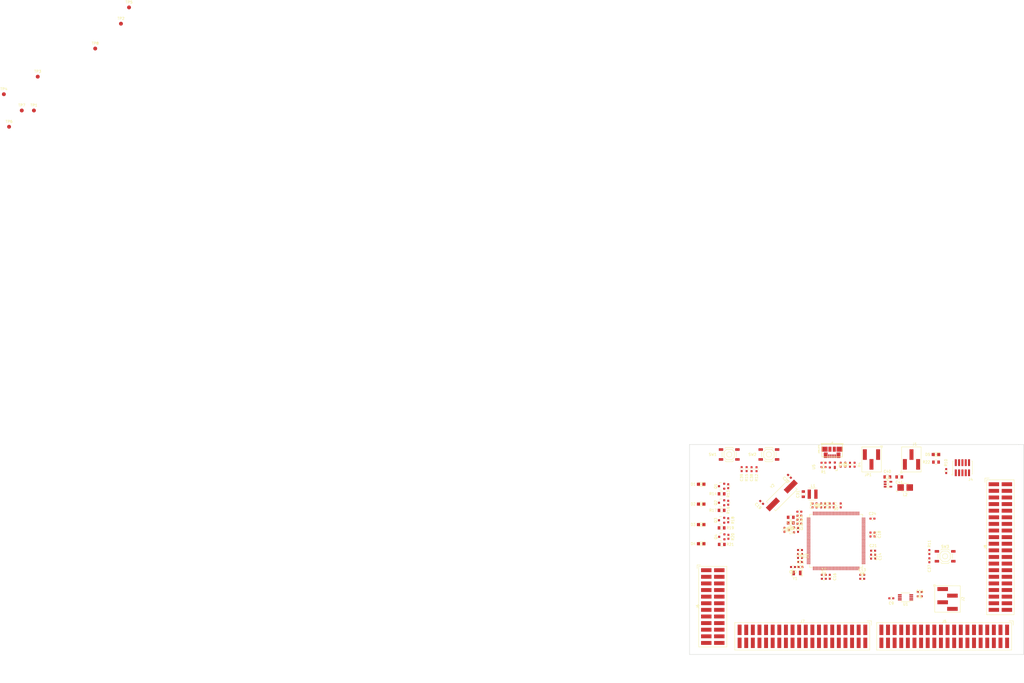
<source format=kicad_pcb>
(kicad_pcb (version 20170123) (host pcbnew "(2017-02-08 revision 0dc1193)-makepkg")

  (general
    (links 346)
    (no_connects 346)
    (area -193.197525 -107.362205 198.386972 153.279401)
    (thickness 1.6)
    (drawings 9)
    (tracks 0)
    (zones 0)
    (modules 100)
    (nets 167)
  )

  (page A4)
  (layers
    (0 F.Cu mixed)
    (1 In1.Cu power)
    (2 In2.Cu power)
    (31 B.Cu mixed)
    (32 B.Adhes user)
    (33 F.Adhes user)
    (34 B.Paste user)
    (35 F.Paste user)
    (36 B.SilkS user)
    (37 F.SilkS user)
    (38 B.Mask user)
    (39 F.Mask user)
    (40 Dwgs.User user)
    (41 Cmts.User user)
    (42 Eco1.User user)
    (43 Eco2.User user)
    (44 Edge.Cuts user)
    (45 Margin user)
    (46 B.CrtYd user)
    (47 F.CrtYd user)
    (48 B.Fab user)
    (49 F.Fab user hide)
  )

  (setup
    (last_trace_width 0.1524)
    (trace_clearance 0.1524)
    (zone_clearance 0.508)
    (zone_45_only no)
    (trace_min 0.1524)
    (segment_width 0.2)
    (edge_width 0.15)
    (via_size 0.508)
    (via_drill 0.3302)
    (via_min_size 0.508)
    (via_min_drill 0.3302)
    (uvia_size 0.3)
    (uvia_drill 0.1)
    (uvias_allowed no)
    (uvia_min_size 0.2)
    (uvia_min_drill 0.1)
    (pcb_text_width 0.3)
    (pcb_text_size 1.5 1.5)
    (mod_edge_width 0.15)
    (mod_text_size 0.635 0.635)
    (mod_text_width 0.15)
    (pad_size 1.524 1.524)
    (pad_drill 0.762)
    (pad_to_mask_clearance 0.0762)
    (aux_axis_origin 0 0)
    (visible_elements 7FFFFFFF)
    (pcbplotparams
      (layerselection 0x00030_ffffffff)
      (usegerberextensions false)
      (excludeedgelayer true)
      (linewidth 0.100000)
      (plotframeref false)
      (viasonmask false)
      (mode 1)
      (useauxorigin false)
      (hpglpennumber 1)
      (hpglpenspeed 20)
      (hpglpendiameter 15)
      (psnegative false)
      (psa4output false)
      (plotreference true)
      (plotvalue true)
      (plotinvisibletext false)
      (padsonsilk false)
      (subtractmaskfromsilk false)
      (outputformat 1)
      (mirror false)
      (drillshape 1)
      (scaleselection 1)
      (outputdirectory ""))
  )

  (net 0 "")
  (net 1 +3V3)
  (net 2 GND)
  (net 3 "Net-(C4-Pad2)")
  (net 4 /VBUS)
  (net 5 +1V2)
  (net 6 +5V_UART)
  (net 7 /XIN32)
  (net 8 /XOUT32)
  (net 9 /XOUT)
  (net 10 /XIN)
  (net 11 /VDDPLL)
  (net 12 "Net-(C31-Pad1)")
  (net 13 /AREF)
  (net 14 "Net-(C37-Pad1)")
  (net 15 /PE5)
  (net 16 /PE4)
  (net 17 +5V)
  (net 18 "Net-(D1-Pad2)")
  (net 19 "Net-(D1-Pad1)")
  (net 20 "Net-(D2-Pad2)")
  (net 21 "Net-(D2-Pad1)")
  (net 22 "Net-(D3-Pad1)")
  (net 23 "Net-(D3-Pad2)")
  (net 24 "Net-(D4-Pad2)")
  (net 25 "Net-(D4-Pad1)")
  (net 26 "Net-(D5-Pad2)")
  (net 27 /USBD-)
  (net 28 /USBD+)
  (net 29 "Net-(J3-Pad4)")
  (net 30 /PA0)
  (net 31 /PA16)
  (net 32 /PA1)
  (net 33 /PA17)
  (net 34 /PA2)
  (net 35 /PA18)
  (net 36 /PA3)
  (net 37 /PA19)
  (net 38 /PA4)
  (net 39 /PA20)
  (net 40 /PA5)
  (net 41 /PA21)
  (net 42 /PA6)
  (net 43 /PA22)
  (net 44 "Net-(J5-Pad19)")
  (net 45 /PA23)
  (net 46 "Net-(J5-Pad21)")
  (net 47 /PA24)
  (net 48 "Net-(J5-Pad23)")
  (net 49 /PA25)
  (net 50 "Net-(J5-Pad25)")
  (net 51 /PA26)
  (net 52 /PA11)
  (net 53 /PA27)
  (net 54 /PA12)
  (net 55 /PA28)
  (net 56 /PA13)
  (net 57 /PA29)
  (net 58 /PA14)
  (net 59 /PA30)
  (net 60 /PA15)
  (net 61 /PA31)
  (net 62 /PB0)
  (net 63 "Net-(J6-Pad6)")
  (net 64 /PB1)
  (net 65 "Net-(J6-Pad8)")
  (net 66 /PB2)
  (net 67 "Net-(J6-Pad10)")
  (net 68 /PB3)
  (net 69 "Net-(J6-Pad12)")
  (net 70 /PB4)
  (net 71 "Net-(J6-Pad14)")
  (net 72 "Net-(J6-Pad15)")
  (net 73 /PB13)
  (net 74 "Net-(J6-Pad17)")
  (net 75 /PB14)
  (net 76 "Net-(J6-Pad19)")
  (net 77 "Net-(J6-Pad20)")
  (net 78 /PC0)
  (net 79 /PC16)
  (net 80 /PC1)
  (net 81 /PC17)
  (net 82 /PC2)
  (net 83 /PC18)
  (net 84 /PC3)
  (net 85 /PC19)
  (net 86 /PC4)
  (net 87 /PC20)
  (net 88 /PC5)
  (net 89 /PC21)
  (net 90 /PC6)
  (net 91 /PC22)
  (net 92 /PC7)
  (net 93 /PC23)
  (net 94 /PC8)
  (net 95 /PC24)
  (net 96 /PC9)
  (net 97 /PC25)
  (net 98 /PC10)
  (net 99 /PC26)
  (net 100 /PC11)
  (net 101 /PC27)
  (net 102 /PC12)
  (net 103 /PC28)
  (net 104 /PC13)
  (net 105 /PC29)
  (net 106 /PC14)
  (net 107 /PC30)
  (net 108 /PC15)
  (net 109 /PC31)
  (net 110 "Net-(J8-Pad36)")
  (net 111 /PD15)
  (net 112 /PD30)
  (net 113 /PD14)
  (net 114 /PD29)
  (net 115 /PD13)
  (net 116 /PD28)
  (net 117 /PD12)
  (net 118 /PD27)
  (net 119 /PD11)
  (net 120 /PD26)
  (net 121 /PD10)
  (net 122 /PD25)
  (net 123 /PD9)
  (net 124 /PD24)
  (net 125 /PD8)
  (net 126 /PD23)
  (net 127 /PD7)
  (net 128 /PD22)
  (net 129 /PD6)
  (net 130 /PD21)
  (net 131 /PD5)
  (net 132 /PD20)
  (net 133 /PD4)
  (net 134 /PD19)
  (net 135 /PD3)
  (net 136 /PD18)
  (net 137 /PD2)
  (net 138 /PD17)
  (net 139 /PD1)
  (net 140 /PD16)
  (net 141 /PD0)
  (net 142 VBUS_DET)
  (net 143 "Net-(R3-Pad2)")
  (net 144 /U0_TXD)
  (net 145 /DD-)
  (net 146 /DD+)
  (net 147 SWDCLK)
  (net 148 ~RST)
  (net 149 /PE0)
  (net 150 /PE1)
  (net 151 /PE2)
  (net 152 /PE3)
  (net 153 /ERASE)
  (net 154 /U0_RXD)
  (net 155 /JTAG_SEL)
  (net 156 /TST)
  (net 157 SWDIO)
  (net 158 SWO)
  (net 159 +5V_EXT)
  (net 160 /UART_RXD)
  (net 161 /UART_TXD)
  (net 162 "Net-(J4-Pad7)")
  (net 163 "Net-(J4-Pad8)")
  (net 164 "Net-(J4-Pad9)")
  (net 165 "Net-(J4-Pad10)")
  (net 166 "Net-(L2-Pad1)")

  (net_class Default "This is the default net class."
    (clearance 0.1524)
    (trace_width 0.1524)
    (via_dia 0.508)
    (via_drill 0.3302)
    (uvia_dia 0.3)
    (uvia_drill 0.1)
    (diff_pair_gap 0.1524)
    (diff_pair_width 0.1524)
    (add_net +1V2)
    (add_net +3V3)
    (add_net +5V)
    (add_net +5V_EXT)
    (add_net +5V_UART)
    (add_net /AREF)
    (add_net /DD+)
    (add_net /DD-)
    (add_net /ERASE)
    (add_net /JTAG_SEL)
    (add_net /PA0)
    (add_net /PA1)
    (add_net /PA11)
    (add_net /PA12)
    (add_net /PA13)
    (add_net /PA14)
    (add_net /PA15)
    (add_net /PA16)
    (add_net /PA17)
    (add_net /PA18)
    (add_net /PA19)
    (add_net /PA2)
    (add_net /PA20)
    (add_net /PA21)
    (add_net /PA22)
    (add_net /PA23)
    (add_net /PA24)
    (add_net /PA25)
    (add_net /PA26)
    (add_net /PA27)
    (add_net /PA28)
    (add_net /PA29)
    (add_net /PA3)
    (add_net /PA30)
    (add_net /PA31)
    (add_net /PA4)
    (add_net /PA5)
    (add_net /PA6)
    (add_net /PB0)
    (add_net /PB1)
    (add_net /PB13)
    (add_net /PB14)
    (add_net /PB2)
    (add_net /PB3)
    (add_net /PB4)
    (add_net /PC0)
    (add_net /PC1)
    (add_net /PC10)
    (add_net /PC11)
    (add_net /PC12)
    (add_net /PC13)
    (add_net /PC14)
    (add_net /PC15)
    (add_net /PC16)
    (add_net /PC17)
    (add_net /PC18)
    (add_net /PC19)
    (add_net /PC2)
    (add_net /PC20)
    (add_net /PC21)
    (add_net /PC22)
    (add_net /PC23)
    (add_net /PC24)
    (add_net /PC25)
    (add_net /PC26)
    (add_net /PC27)
    (add_net /PC28)
    (add_net /PC29)
    (add_net /PC3)
    (add_net /PC30)
    (add_net /PC31)
    (add_net /PC4)
    (add_net /PC5)
    (add_net /PC6)
    (add_net /PC7)
    (add_net /PC8)
    (add_net /PC9)
    (add_net /PD0)
    (add_net /PD1)
    (add_net /PD10)
    (add_net /PD11)
    (add_net /PD12)
    (add_net /PD13)
    (add_net /PD14)
    (add_net /PD15)
    (add_net /PD16)
    (add_net /PD17)
    (add_net /PD18)
    (add_net /PD19)
    (add_net /PD2)
    (add_net /PD20)
    (add_net /PD21)
    (add_net /PD22)
    (add_net /PD23)
    (add_net /PD24)
    (add_net /PD25)
    (add_net /PD26)
    (add_net /PD27)
    (add_net /PD28)
    (add_net /PD29)
    (add_net /PD3)
    (add_net /PD30)
    (add_net /PD4)
    (add_net /PD5)
    (add_net /PD6)
    (add_net /PD7)
    (add_net /PD8)
    (add_net /PD9)
    (add_net /PE0)
    (add_net /PE1)
    (add_net /PE2)
    (add_net /PE3)
    (add_net /PE4)
    (add_net /PE5)
    (add_net /TST)
    (add_net /U0_RXD)
    (add_net /U0_TXD)
    (add_net /UART_RXD)
    (add_net /UART_TXD)
    (add_net /USBD+)
    (add_net /USBD-)
    (add_net /VBUS)
    (add_net /VDDPLL)
    (add_net /XIN)
    (add_net /XIN32)
    (add_net /XOUT)
    (add_net /XOUT32)
    (add_net GND)
    (add_net "Net-(C31-Pad1)")
    (add_net "Net-(C37-Pad1)")
    (add_net "Net-(C4-Pad2)")
    (add_net "Net-(D1-Pad1)")
    (add_net "Net-(D1-Pad2)")
    (add_net "Net-(D2-Pad1)")
    (add_net "Net-(D2-Pad2)")
    (add_net "Net-(D3-Pad1)")
    (add_net "Net-(D3-Pad2)")
    (add_net "Net-(D4-Pad1)")
    (add_net "Net-(D4-Pad2)")
    (add_net "Net-(D5-Pad2)")
    (add_net "Net-(J3-Pad4)")
    (add_net "Net-(J4-Pad10)")
    (add_net "Net-(J4-Pad7)")
    (add_net "Net-(J4-Pad8)")
    (add_net "Net-(J4-Pad9)")
    (add_net "Net-(J5-Pad19)")
    (add_net "Net-(J5-Pad21)")
    (add_net "Net-(J5-Pad23)")
    (add_net "Net-(J5-Pad25)")
    (add_net "Net-(J6-Pad10)")
    (add_net "Net-(J6-Pad12)")
    (add_net "Net-(J6-Pad14)")
    (add_net "Net-(J6-Pad15)")
    (add_net "Net-(J6-Pad17)")
    (add_net "Net-(J6-Pad19)")
    (add_net "Net-(J6-Pad20)")
    (add_net "Net-(J6-Pad6)")
    (add_net "Net-(J6-Pad8)")
    (add_net "Net-(J8-Pad36)")
    (add_net "Net-(L2-Pad1)")
    (add_net "Net-(R3-Pad2)")
    (add_net SWDCLK)
    (add_net SWDIO)
    (add_net SWO)
    (add_net VBUS_DET)
    (add_net ~RST)
  )

  (module Capacitors_SMD:C_0603 (layer F.Cu) (tedit 5415D631) (tstamp 58A69323)
    (at 115.316 106.299 270)
    (descr "Capacitor SMD 0603, reflow soldering, AVX (see smccp.pdf)")
    (tags "capacitor 0603")
    (path /58A175D6)
    (attr smd)
    (fp_text reference C1 (at 0 -1.9 270) (layer F.SilkS)
      (effects (font (size 1 1) (thickness 0.15)))
    )
    (fp_text value 100nF (at 0 1.9 270) (layer F.Fab)
      (effects (font (size 1 1) (thickness 0.15)))
    )
    (fp_line (start -1.45 -0.75) (end 1.45 -0.75) (layer F.CrtYd) (width 0.05))
    (fp_line (start -1.45 0.75) (end 1.45 0.75) (layer F.CrtYd) (width 0.05))
    (fp_line (start -1.45 -0.75) (end -1.45 0.75) (layer F.CrtYd) (width 0.05))
    (fp_line (start 1.45 -0.75) (end 1.45 0.75) (layer F.CrtYd) (width 0.05))
    (fp_line (start -0.35 -0.6) (end 0.35 -0.6) (layer F.SilkS) (width 0.15))
    (fp_line (start 0.35 0.6) (end -0.35 0.6) (layer F.SilkS) (width 0.15))
    (pad 1 smd rect (at -0.75 0 270) (size 0.8 0.75) (layers F.Cu F.Paste F.Mask)
      (net 1 +3V3))
    (pad 2 smd rect (at 0.75 0 270) (size 0.8 0.75) (layers F.Cu F.Paste F.Mask)
      (net 2 GND))
    (model Capacitors_SMD.3dshapes/C_0603.wrl
      (at (xyz 0 0 0))
      (scale (xyz 1 1 1))
      (rotate (xyz 0 0 0))
    )
  )

  (module Capacitors_SMD:C_0603 (layer F.Cu) (tedit 5415D631) (tstamp 58A69329)
    (at 116.84 106.299 270)
    (descr "Capacitor SMD 0603, reflow soldering, AVX (see smccp.pdf)")
    (tags "capacitor 0603")
    (path /58A17A1E)
    (attr smd)
    (fp_text reference C2 (at 0 -1.9 270) (layer F.SilkS)
      (effects (font (size 1 1) (thickness 0.15)))
    )
    (fp_text value 10nF (at 0 1.9 270) (layer F.Fab)
      (effects (font (size 1 1) (thickness 0.15)))
    )
    (fp_line (start 0.35 0.6) (end -0.35 0.6) (layer F.SilkS) (width 0.15))
    (fp_line (start -0.35 -0.6) (end 0.35 -0.6) (layer F.SilkS) (width 0.15))
    (fp_line (start 1.45 -0.75) (end 1.45 0.75) (layer F.CrtYd) (width 0.05))
    (fp_line (start -1.45 -0.75) (end -1.45 0.75) (layer F.CrtYd) (width 0.05))
    (fp_line (start -1.45 0.75) (end 1.45 0.75) (layer F.CrtYd) (width 0.05))
    (fp_line (start -1.45 -0.75) (end 1.45 -0.75) (layer F.CrtYd) (width 0.05))
    (pad 2 smd rect (at 0.75 0 270) (size 0.8 0.75) (layers F.Cu F.Paste F.Mask)
      (net 2 GND))
    (pad 1 smd rect (at -0.75 0 270) (size 0.8 0.75) (layers F.Cu F.Paste F.Mask)
      (net 1 +3V3))
    (model Capacitors_SMD.3dshapes/C_0603.wrl
      (at (xyz 0 0 0))
      (scale (xyz 1 1 1))
      (rotate (xyz 0 0 0))
    )
  )

  (module Capacitors_SMD:C_0603 (layer F.Cu) (tedit 5415D631) (tstamp 58A6932F)
    (at 125.222 115.062)
    (descr "Capacitor SMD 0603, reflow soldering, AVX (see smccp.pdf)")
    (tags "capacitor 0603")
    (path /58A168FB)
    (attr smd)
    (fp_text reference C3 (at 0 -1.9) (layer F.SilkS)
      (effects (font (size 1 1) (thickness 0.15)))
    )
    (fp_text value 100nF (at 0 1.9) (layer F.Fab)
      (effects (font (size 1 1) (thickness 0.15)))
    )
    (fp_line (start 0.35 0.6) (end -0.35 0.6) (layer F.SilkS) (width 0.15))
    (fp_line (start -0.35 -0.6) (end 0.35 -0.6) (layer F.SilkS) (width 0.15))
    (fp_line (start 1.45 -0.75) (end 1.45 0.75) (layer F.CrtYd) (width 0.05))
    (fp_line (start -1.45 -0.75) (end -1.45 0.75) (layer F.CrtYd) (width 0.05))
    (fp_line (start -1.45 0.75) (end 1.45 0.75) (layer F.CrtYd) (width 0.05))
    (fp_line (start -1.45 -0.75) (end 1.45 -0.75) (layer F.CrtYd) (width 0.05))
    (pad 2 smd rect (at 0.75 0) (size 0.8 0.75) (layers F.Cu F.Paste F.Mask)
      (net 2 GND))
    (pad 1 smd rect (at -0.75 0) (size 0.8 0.75) (layers F.Cu F.Paste F.Mask)
      (net 1 +3V3))
    (model Capacitors_SMD.3dshapes/C_0603.wrl
      (at (xyz 0 0 0))
      (scale (xyz 1 1 1))
      (rotate (xyz 0 0 0))
    )
  )

  (module Capacitors_SMD:C_0603 (layer F.Cu) (tedit 5415D631) (tstamp 58A69335)
    (at 125.095 70.485 180)
    (descr "Capacitor SMD 0603, reflow soldering, AVX (see smccp.pdf)")
    (tags "capacitor 0603")
    (path /58A8C21F)
    (attr smd)
    (fp_text reference C4 (at 0 -1.9 180) (layer F.SilkS)
      (effects (font (size 1 1) (thickness 0.15)))
    )
    (fp_text value 4.5nF (at 0 1.9 180) (layer F.Fab)
      (effects (font (size 1 1) (thickness 0.15)))
    )
    (fp_line (start -1.45 -0.75) (end 1.45 -0.75) (layer F.CrtYd) (width 0.05))
    (fp_line (start -1.45 0.75) (end 1.45 0.75) (layer F.CrtYd) (width 0.05))
    (fp_line (start -1.45 -0.75) (end -1.45 0.75) (layer F.CrtYd) (width 0.05))
    (fp_line (start 1.45 -0.75) (end 1.45 0.75) (layer F.CrtYd) (width 0.05))
    (fp_line (start -0.35 -0.6) (end 0.35 -0.6) (layer F.SilkS) (width 0.15))
    (fp_line (start 0.35 0.6) (end -0.35 0.6) (layer F.SilkS) (width 0.15))
    (pad 1 smd rect (at -0.75 0 180) (size 0.8 0.75) (layers F.Cu F.Paste F.Mask)
      (net 2 GND))
    (pad 2 smd rect (at 0.75 0 180) (size 0.8 0.75) (layers F.Cu F.Paste F.Mask)
      (net 3 "Net-(C4-Pad2)"))
    (model Capacitors_SMD.3dshapes/C_0603.wrl
      (at (xyz 0 0 0))
      (scale (xyz 1 1 1))
      (rotate (xyz 0 0 0))
    )
  )

  (module Capacitors_SMD:C_0603 (layer F.Cu) (tedit 5415D631) (tstamp 58A6933B)
    (at 131.699 71.247 270)
    (descr "Capacitor SMD 0603, reflow soldering, AVX (see smccp.pdf)")
    (tags "capacitor 0603")
    (path /58A556D2)
    (attr smd)
    (fp_text reference C5 (at 0 -1.9 270) (layer F.SilkS)
      (effects (font (size 1 1) (thickness 0.15)))
    )
    (fp_text value 100nF (at 0 1.9 270) (layer F.Fab)
      (effects (font (size 1 1) (thickness 0.15)))
    )
    (fp_line (start -1.45 -0.75) (end 1.45 -0.75) (layer F.CrtYd) (width 0.05))
    (fp_line (start -1.45 0.75) (end 1.45 0.75) (layer F.CrtYd) (width 0.05))
    (fp_line (start -1.45 -0.75) (end -1.45 0.75) (layer F.CrtYd) (width 0.05))
    (fp_line (start 1.45 -0.75) (end 1.45 0.75) (layer F.CrtYd) (width 0.05))
    (fp_line (start -0.35 -0.6) (end 0.35 -0.6) (layer F.SilkS) (width 0.15))
    (fp_line (start 0.35 0.6) (end -0.35 0.6) (layer F.SilkS) (width 0.15))
    (pad 1 smd rect (at -0.75 0 270) (size 0.8 0.75) (layers F.Cu F.Paste F.Mask)
      (net 4 /VBUS))
    (pad 2 smd rect (at 0.75 0 270) (size 0.8 0.75) (layers F.Cu F.Paste F.Mask)
      (net 2 GND))
    (model Capacitors_SMD.3dshapes/C_0603.wrl
      (at (xyz 0 0 0))
      (scale (xyz 1 1 1))
      (rotate (xyz 0 0 0))
    )
  )

  (module Capacitors_SMD:C_0603 (layer F.Cu) (tedit 5415D631) (tstamp 58A69341)
    (at 116.078 104.013 180)
    (descr "Capacitor SMD 0603, reflow soldering, AVX (see smccp.pdf)")
    (tags "capacitor 0603")
    (path /58A1F4B1)
    (attr smd)
    (fp_text reference C6 (at 0 -1.9 180) (layer F.SilkS)
      (effects (font (size 1 1) (thickness 0.15)))
    )
    (fp_text value 100nF (at 0 1.9 180) (layer F.Fab)
      (effects (font (size 1 1) (thickness 0.15)))
    )
    (fp_line (start 0.35 0.6) (end -0.35 0.6) (layer F.SilkS) (width 0.15))
    (fp_line (start -0.35 -0.6) (end 0.35 -0.6) (layer F.SilkS) (width 0.15))
    (fp_line (start 1.45 -0.75) (end 1.45 0.75) (layer F.CrtYd) (width 0.05))
    (fp_line (start -1.45 -0.75) (end -1.45 0.75) (layer F.CrtYd) (width 0.05))
    (fp_line (start -1.45 0.75) (end 1.45 0.75) (layer F.CrtYd) (width 0.05))
    (fp_line (start -1.45 -0.75) (end 1.45 -0.75) (layer F.CrtYd) (width 0.05))
    (pad 2 smd rect (at 0.75 0 180) (size 0.8 0.75) (layers F.Cu F.Paste F.Mask)
      (net 2 GND))
    (pad 1 smd rect (at -0.75 0 180) (size 0.8 0.75) (layers F.Cu F.Paste F.Mask)
      (net 5 +1V2))
    (model Capacitors_SMD.3dshapes/C_0603.wrl
      (at (xyz 0 0 0))
      (scale (xyz 1 1 1))
      (rotate (xyz 0 0 0))
    )
  )

  (module Capacitors_SMD:C_0603 (layer F.Cu) (tedit 5415D631) (tstamp 58A69347)
    (at 125.222 113.538)
    (descr "Capacitor SMD 0603, reflow soldering, AVX (see smccp.pdf)")
    (tags "capacitor 0603")
    (path /58A1695A)
    (attr smd)
    (fp_text reference C7 (at 0 -1.9) (layer F.SilkS)
      (effects (font (size 1 1) (thickness 0.15)))
    )
    (fp_text value 10nF (at 0 1.9) (layer F.Fab)
      (effects (font (size 1 1) (thickness 0.15)))
    )
    (fp_line (start -1.45 -0.75) (end 1.45 -0.75) (layer F.CrtYd) (width 0.05))
    (fp_line (start -1.45 0.75) (end 1.45 0.75) (layer F.CrtYd) (width 0.05))
    (fp_line (start -1.45 -0.75) (end -1.45 0.75) (layer F.CrtYd) (width 0.05))
    (fp_line (start 1.45 -0.75) (end 1.45 0.75) (layer F.CrtYd) (width 0.05))
    (fp_line (start -0.35 -0.6) (end 0.35 -0.6) (layer F.SilkS) (width 0.15))
    (fp_line (start 0.35 0.6) (end -0.35 0.6) (layer F.SilkS) (width 0.15))
    (pad 1 smd rect (at -0.75 0) (size 0.8 0.75) (layers F.Cu F.Paste F.Mask)
      (net 1 +3V3))
    (pad 2 smd rect (at 0.75 0) (size 0.8 0.75) (layers F.Cu F.Paste F.Mask)
      (net 2 GND))
    (model Capacitors_SMD.3dshapes/C_0603.wrl
      (at (xyz 0 0 0))
      (scale (xyz 1 1 1))
      (rotate (xyz 0 0 0))
    )
  )

  (module Capacitors_SMD:C_0603 (layer F.Cu) (tedit 5415D631) (tstamp 58A6934D)
    (at 139.954 115.062)
    (descr "Capacitor SMD 0603, reflow soldering, AVX (see smccp.pdf)")
    (tags "capacitor 0603")
    (path /58A170F7)
    (attr smd)
    (fp_text reference C8 (at 0 -1.9) (layer F.SilkS)
      (effects (font (size 1 1) (thickness 0.15)))
    )
    (fp_text value 100nF (at 0 1.9) (layer F.Fab)
      (effects (font (size 1 1) (thickness 0.15)))
    )
    (fp_line (start 0.35 0.6) (end -0.35 0.6) (layer F.SilkS) (width 0.15))
    (fp_line (start -0.35 -0.6) (end 0.35 -0.6) (layer F.SilkS) (width 0.15))
    (fp_line (start 1.45 -0.75) (end 1.45 0.75) (layer F.CrtYd) (width 0.05))
    (fp_line (start -1.45 -0.75) (end -1.45 0.75) (layer F.CrtYd) (width 0.05))
    (fp_line (start -1.45 0.75) (end 1.45 0.75) (layer F.CrtYd) (width 0.05))
    (fp_line (start -1.45 -0.75) (end 1.45 -0.75) (layer F.CrtYd) (width 0.05))
    (pad 2 smd rect (at 0.75 0) (size 0.8 0.75) (layers F.Cu F.Paste F.Mask)
      (net 2 GND))
    (pad 1 smd rect (at -0.75 0) (size 0.8 0.75) (layers F.Cu F.Paste F.Mask)
      (net 1 +3V3))
    (model Capacitors_SMD.3dshapes/C_0603.wrl
      (at (xyz 0 0 0))
      (scale (xyz 1 1 1))
      (rotate (xyz 0 0 0))
    )
  )

  (module Capacitors_SMD:C_0603 (layer F.Cu) (tedit 5415D631) (tstamp 58A69353)
    (at 151.13 122.555 180)
    (descr "Capacitor SMD 0603, reflow soldering, AVX (see smccp.pdf)")
    (tags "capacitor 0603")
    (path /58A735A7)
    (attr smd)
    (fp_text reference C9 (at 0 -1.9 180) (layer F.SilkS)
      (effects (font (size 1 1) (thickness 0.15)))
    )
    (fp_text value 100nF (at 0 1.9 180) (layer F.Fab)
      (effects (font (size 1 1) (thickness 0.15)))
    )
    (fp_line (start -1.45 -0.75) (end 1.45 -0.75) (layer F.CrtYd) (width 0.05))
    (fp_line (start -1.45 0.75) (end 1.45 0.75) (layer F.CrtYd) (width 0.05))
    (fp_line (start -1.45 -0.75) (end -1.45 0.75) (layer F.CrtYd) (width 0.05))
    (fp_line (start 1.45 -0.75) (end 1.45 0.75) (layer F.CrtYd) (width 0.05))
    (fp_line (start -0.35 -0.6) (end 0.35 -0.6) (layer F.SilkS) (width 0.15))
    (fp_line (start 0.35 0.6) (end -0.35 0.6) (layer F.SilkS) (width 0.15))
    (pad 1 smd rect (at -0.75 0 180) (size 0.8 0.75) (layers F.Cu F.Paste F.Mask)
      (net 6 +5V_UART))
    (pad 2 smd rect (at 0.75 0 180) (size 0.8 0.75) (layers F.Cu F.Paste F.Mask)
      (net 2 GND))
    (model Capacitors_SMD.3dshapes/C_0603.wrl
      (at (xyz 0 0 0))
      (scale (xyz 1 1 1))
      (rotate (xyz 0 0 0))
    )
  )

  (module Capacitors_SMD:C_0603 (layer F.Cu) (tedit 5415D631) (tstamp 58A69359)
    (at 113.383 110.53 180)
    (descr "Capacitor SMD 0603, reflow soldering, AVX (see smccp.pdf)")
    (tags "capacitor 0603")
    (path /58A4A1BB)
    (attr smd)
    (fp_text reference C10 (at 0 -1.9 180) (layer F.SilkS)
      (effects (font (size 1 1) (thickness 0.15)))
    )
    (fp_text value 27pF (at 0 1.9 180) (layer F.Fab)
      (effects (font (size 1 1) (thickness 0.15)))
    )
    (fp_line (start -1.45 -0.75) (end 1.45 -0.75) (layer F.CrtYd) (width 0.05))
    (fp_line (start -1.45 0.75) (end 1.45 0.75) (layer F.CrtYd) (width 0.05))
    (fp_line (start -1.45 -0.75) (end -1.45 0.75) (layer F.CrtYd) (width 0.05))
    (fp_line (start 1.45 -0.75) (end 1.45 0.75) (layer F.CrtYd) (width 0.05))
    (fp_line (start -0.35 -0.6) (end 0.35 -0.6) (layer F.SilkS) (width 0.15))
    (fp_line (start 0.35 0.6) (end -0.35 0.6) (layer F.SilkS) (width 0.15))
    (pad 1 smd rect (at -0.75 0 180) (size 0.8 0.75) (layers F.Cu F.Paste F.Mask)
      (net 7 /XIN32))
    (pad 2 smd rect (at 0.75 0 180) (size 0.8 0.75) (layers F.Cu F.Paste F.Mask)
      (net 2 GND))
    (model Capacitors_SMD.3dshapes/C_0603.wrl
      (at (xyz 0 0 0))
      (scale (xyz 1 1 1))
      (rotate (xyz 0 0 0))
    )
  )

  (module Capacitors_SMD:C_0603 (layer F.Cu) (tedit 5415D631) (tstamp 58A6935F)
    (at 116.292 110.53)
    (descr "Capacitor SMD 0603, reflow soldering, AVX (see smccp.pdf)")
    (tags "capacitor 0603")
    (path /58A4A1C1)
    (attr smd)
    (fp_text reference C11 (at 0 -1.9) (layer F.SilkS)
      (effects (font (size 1 1) (thickness 0.15)))
    )
    (fp_text value 27pF (at 0 1.9) (layer F.Fab)
      (effects (font (size 1 1) (thickness 0.15)))
    )
    (fp_line (start 0.35 0.6) (end -0.35 0.6) (layer F.SilkS) (width 0.15))
    (fp_line (start -0.35 -0.6) (end 0.35 -0.6) (layer F.SilkS) (width 0.15))
    (fp_line (start 1.45 -0.75) (end 1.45 0.75) (layer F.CrtYd) (width 0.05))
    (fp_line (start -1.45 -0.75) (end -1.45 0.75) (layer F.CrtYd) (width 0.05))
    (fp_line (start -1.45 0.75) (end 1.45 0.75) (layer F.CrtYd) (width 0.05))
    (fp_line (start -1.45 -0.75) (end 1.45 -0.75) (layer F.CrtYd) (width 0.05))
    (pad 2 smd rect (at 0.75 0) (size 0.8 0.75) (layers F.Cu F.Paste F.Mask)
      (net 2 GND))
    (pad 1 smd rect (at -0.75 0) (size 0.8 0.75) (layers F.Cu F.Paste F.Mask)
      (net 8 /XOUT32))
    (model Capacitors_SMD.3dshapes/C_0603.wrl
      (at (xyz 0 0 0))
      (scale (xyz 1 1 1))
      (rotate (xyz 0 0 0))
    )
  )

  (module Capacitors_SMD:C_0603 (layer F.Cu) (tedit 5415D631) (tstamp 58A69365)
    (at 116.078 108.585 180)
    (descr "Capacitor SMD 0603, reflow soldering, AVX (see smccp.pdf)")
    (tags "capacitor 0603")
    (path /58A1F48D)
    (attr smd)
    (fp_text reference C12 (at 0 -1.9 180) (layer F.SilkS)
      (effects (font (size 1 1) (thickness 0.15)))
    )
    (fp_text value 100nF (at 0 1.9 180) (layer F.Fab)
      (effects (font (size 1 1) (thickness 0.15)))
    )
    (fp_line (start 0.35 0.6) (end -0.35 0.6) (layer F.SilkS) (width 0.15))
    (fp_line (start -0.35 -0.6) (end 0.35 -0.6) (layer F.SilkS) (width 0.15))
    (fp_line (start 1.45 -0.75) (end 1.45 0.75) (layer F.CrtYd) (width 0.05))
    (fp_line (start -1.45 -0.75) (end -1.45 0.75) (layer F.CrtYd) (width 0.05))
    (fp_line (start -1.45 0.75) (end 1.45 0.75) (layer F.CrtYd) (width 0.05))
    (fp_line (start -1.45 -0.75) (end 1.45 -0.75) (layer F.CrtYd) (width 0.05))
    (pad 2 smd rect (at 0.75 0 180) (size 0.8 0.75) (layers F.Cu F.Paste F.Mask)
      (net 2 GND))
    (pad 1 smd rect (at -0.75 0 180) (size 0.8 0.75) (layers F.Cu F.Paste F.Mask)
      (net 5 +1V2))
    (model Capacitors_SMD.3dshapes/C_0603.wrl
      (at (xyz 0 0 0))
      (scale (xyz 1 1 1))
      (rotate (xyz 0 0 0))
    )
  )

  (module Capacitors_SMD:C_0603 (layer F.Cu) (tedit 5415D631) (tstamp 58A6936B)
    (at 139.954 113.538)
    (descr "Capacitor SMD 0603, reflow soldering, AVX (see smccp.pdf)")
    (tags "capacitor 0603")
    (path /58A17F57)
    (attr smd)
    (fp_text reference C13 (at 0 -1.9) (layer F.SilkS)
      (effects (font (size 1 1) (thickness 0.15)))
    )
    (fp_text value 10nF (at 0 1.9) (layer F.Fab)
      (effects (font (size 1 1) (thickness 0.15)))
    )
    (fp_line (start 0.35 0.6) (end -0.35 0.6) (layer F.SilkS) (width 0.15))
    (fp_line (start -0.35 -0.6) (end 0.35 -0.6) (layer F.SilkS) (width 0.15))
    (fp_line (start 1.45 -0.75) (end 1.45 0.75) (layer F.CrtYd) (width 0.05))
    (fp_line (start -1.45 -0.75) (end -1.45 0.75) (layer F.CrtYd) (width 0.05))
    (fp_line (start -1.45 0.75) (end 1.45 0.75) (layer F.CrtYd) (width 0.05))
    (fp_line (start -1.45 -0.75) (end 1.45 -0.75) (layer F.CrtYd) (width 0.05))
    (pad 2 smd rect (at 0.75 0) (size 0.8 0.75) (layers F.Cu F.Paste F.Mask)
      (net 2 GND))
    (pad 1 smd rect (at -0.75 0) (size 0.8 0.75) (layers F.Cu F.Paste F.Mask)
      (net 1 +3V3))
    (model Capacitors_SMD.3dshapes/C_0603.wrl
      (at (xyz 0 0 0))
      (scale (xyz 1 1 1))
      (rotate (xyz 0 0 0))
    )
  )

  (module Capacitors_SMD:C_0603 (layer F.Cu) (tedit 5415D631) (tstamp 58A69371)
    (at 144.907 106.553 270)
    (descr "Capacitor SMD 0603, reflow soldering, AVX (see smccp.pdf)")
    (tags "capacitor 0603")
    (path /58A17225)
    (attr smd)
    (fp_text reference C14 (at 0 -1.9 270) (layer F.SilkS)
      (effects (font (size 1 1) (thickness 0.15)))
    )
    (fp_text value 100nF (at 0 1.9 270) (layer F.Fab)
      (effects (font (size 1 1) (thickness 0.15)))
    )
    (fp_line (start -1.45 -0.75) (end 1.45 -0.75) (layer F.CrtYd) (width 0.05))
    (fp_line (start -1.45 0.75) (end 1.45 0.75) (layer F.CrtYd) (width 0.05))
    (fp_line (start -1.45 -0.75) (end -1.45 0.75) (layer F.CrtYd) (width 0.05))
    (fp_line (start 1.45 -0.75) (end 1.45 0.75) (layer F.CrtYd) (width 0.05))
    (fp_line (start -0.35 -0.6) (end 0.35 -0.6) (layer F.SilkS) (width 0.15))
    (fp_line (start 0.35 0.6) (end -0.35 0.6) (layer F.SilkS) (width 0.15))
    (pad 1 smd rect (at -0.75 0 270) (size 0.8 0.75) (layers F.Cu F.Paste F.Mask)
      (net 1 +3V3))
    (pad 2 smd rect (at 0.75 0 270) (size 0.8 0.75) (layers F.Cu F.Paste F.Mask)
      (net 2 GND))
    (model Capacitors_SMD.3dshapes/C_0603.wrl
      (at (xyz 0 0 0))
      (scale (xyz 1 1 1))
      (rotate (xyz 0 0 0))
    )
  )

  (module Capacitors_SMD:C_0603 (layer F.Cu) (tedit 5415D631) (tstamp 58A69377)
    (at 162.064 121.793)
    (descr "Capacitor SMD 0603, reflow soldering, AVX (see smccp.pdf)")
    (tags "capacitor 0603")
    (path /58A73823)
    (attr smd)
    (fp_text reference C15 (at 0 -1.9) (layer F.SilkS)
      (effects (font (size 1 1) (thickness 0.15)))
    )
    (fp_text value 100nF (at -0.012 2.032) (layer F.Fab)
      (effects (font (size 1 1) (thickness 0.15)))
    )
    (fp_line (start 0.35 0.6) (end -0.35 0.6) (layer F.SilkS) (width 0.15))
    (fp_line (start -0.35 -0.6) (end 0.35 -0.6) (layer F.SilkS) (width 0.15))
    (fp_line (start 1.45 -0.75) (end 1.45 0.75) (layer F.CrtYd) (width 0.05))
    (fp_line (start -1.45 -0.75) (end -1.45 0.75) (layer F.CrtYd) (width 0.05))
    (fp_line (start -1.45 0.75) (end 1.45 0.75) (layer F.CrtYd) (width 0.05))
    (fp_line (start -1.45 -0.75) (end 1.45 -0.75) (layer F.CrtYd) (width 0.05))
    (pad 2 smd rect (at 0.75 0) (size 0.8 0.75) (layers F.Cu F.Paste F.Mask)
      (net 2 GND))
    (pad 1 smd rect (at -0.75 0) (size 0.8 0.75) (layers F.Cu F.Paste F.Mask)
      (net 1 +3V3))
    (model Capacitors_SMD.3dshapes/C_0603.wrl
      (at (xyz 0 0 0))
      (scale (xyz 1 1 1))
      (rotate (xyz 0 0 0))
    )
  )

  (module Capacitors_SMD:C_0603 (layer F.Cu) (tedit 5415D631) (tstamp 58A6937D)
    (at 127.508 114.3 270)
    (descr "Capacitor SMD 0603, reflow soldering, AVX (see smccp.pdf)")
    (tags "capacitor 0603")
    (path /58A1F493)
    (attr smd)
    (fp_text reference C16 (at 0 -1.9 270) (layer F.SilkS)
      (effects (font (size 1 1) (thickness 0.15)))
    )
    (fp_text value 100nF (at 0 1.9 270) (layer F.Fab)
      (effects (font (size 1 1) (thickness 0.15)))
    )
    (fp_line (start -1.45 -0.75) (end 1.45 -0.75) (layer F.CrtYd) (width 0.05))
    (fp_line (start -1.45 0.75) (end 1.45 0.75) (layer F.CrtYd) (width 0.05))
    (fp_line (start -1.45 -0.75) (end -1.45 0.75) (layer F.CrtYd) (width 0.05))
    (fp_line (start 1.45 -0.75) (end 1.45 0.75) (layer F.CrtYd) (width 0.05))
    (fp_line (start -0.35 -0.6) (end 0.35 -0.6) (layer F.SilkS) (width 0.15))
    (fp_line (start 0.35 0.6) (end -0.35 0.6) (layer F.SilkS) (width 0.15))
    (pad 1 smd rect (at -0.75 0 270) (size 0.8 0.75) (layers F.Cu F.Paste F.Mask)
      (net 5 +1V2))
    (pad 2 smd rect (at 0.75 0 270) (size 0.8 0.75) (layers F.Cu F.Paste F.Mask)
      (net 2 GND))
    (model Capacitors_SMD.3dshapes/C_0603.wrl
      (at (xyz 0 0 0))
      (scale (xyz 1 1 1))
      (rotate (xyz 0 0 0))
    )
  )

  (module Capacitors_SMD:C_0603 (layer F.Cu) (tedit 5415D631) (tstamp 58A69383)
    (at 143.383 106.553 270)
    (descr "Capacitor SMD 0603, reflow soldering, AVX (see smccp.pdf)")
    (tags "capacitor 0603")
    (path /58A17F51)
    (attr smd)
    (fp_text reference C17 (at 0 -1.9 270) (layer F.SilkS)
      (effects (font (size 1 1) (thickness 0.15)))
    )
    (fp_text value 10nF (at 0 1.9 270) (layer F.Fab)
      (effects (font (size 1 1) (thickness 0.15)))
    )
    (fp_line (start -1.45 -0.75) (end 1.45 -0.75) (layer F.CrtYd) (width 0.05))
    (fp_line (start -1.45 0.75) (end 1.45 0.75) (layer F.CrtYd) (width 0.05))
    (fp_line (start -1.45 -0.75) (end -1.45 0.75) (layer F.CrtYd) (width 0.05))
    (fp_line (start 1.45 -0.75) (end 1.45 0.75) (layer F.CrtYd) (width 0.05))
    (fp_line (start -0.35 -0.6) (end 0.35 -0.6) (layer F.SilkS) (width 0.15))
    (fp_line (start 0.35 0.6) (end -0.35 0.6) (layer F.SilkS) (width 0.15))
    (pad 1 smd rect (at -0.75 0 270) (size 0.8 0.75) (layers F.Cu F.Paste F.Mask)
      (net 1 +3V3))
    (pad 2 smd rect (at 0.75 0 270) (size 0.8 0.75) (layers F.Cu F.Paste F.Mask)
      (net 2 GND))
    (model Capacitors_SMD.3dshapes/C_0603.wrl
      (at (xyz 0 0 0))
      (scale (xyz 1 1 1))
      (rotate (xyz 0 0 0))
    )
  )

  (module Capacitors_SMD:C_0603 (layer F.Cu) (tedit 5415D631) (tstamp 58A69389)
    (at 144.653 98.044 270)
    (descr "Capacitor SMD 0603, reflow soldering, AVX (see smccp.pdf)")
    (tags "capacitor 0603")
    (path /58A17314)
    (attr smd)
    (fp_text reference C18 (at 0 -1.9 270) (layer F.SilkS)
      (effects (font (size 1 1) (thickness 0.15)))
    )
    (fp_text value 100nF (at 0 1.9 270) (layer F.Fab)
      (effects (font (size 1 1) (thickness 0.15)))
    )
    (fp_line (start 0.35 0.6) (end -0.35 0.6) (layer F.SilkS) (width 0.15))
    (fp_line (start -0.35 -0.6) (end 0.35 -0.6) (layer F.SilkS) (width 0.15))
    (fp_line (start 1.45 -0.75) (end 1.45 0.75) (layer F.CrtYd) (width 0.05))
    (fp_line (start -1.45 -0.75) (end -1.45 0.75) (layer F.CrtYd) (width 0.05))
    (fp_line (start -1.45 0.75) (end 1.45 0.75) (layer F.CrtYd) (width 0.05))
    (fp_line (start -1.45 -0.75) (end 1.45 -0.75) (layer F.CrtYd) (width 0.05))
    (pad 2 smd rect (at 0.75 0 270) (size 0.8 0.75) (layers F.Cu F.Paste F.Mask)
      (net 2 GND))
    (pad 1 smd rect (at -0.75 0 270) (size 0.8 0.75) (layers F.Cu F.Paste F.Mask)
      (net 1 +3V3))
    (model Capacitors_SMD.3dshapes/C_0603.wrl
      (at (xyz 0 0 0))
      (scale (xyz 1 1 1))
      (rotate (xyz 0 0 0))
    )
  )

  (module Capacitors_SMD:C_0603 (layer F.Cu) (tedit 5415D631) (tstamp 58A6938F)
    (at 101.346 85.725 135)
    (descr "Capacitor SMD 0603, reflow soldering, AVX (see smccp.pdf)")
    (tags "capacitor 0603")
    (path /58A42AEB)
    (attr smd)
    (fp_text reference C19 (at 0 -1.9 135) (layer F.SilkS)
      (effects (font (size 1 1) (thickness 0.15)))
    )
    (fp_text value 12pF (at 0 1.9 135) (layer F.Fab)
      (effects (font (size 1 1) (thickness 0.15)))
    )
    (fp_line (start 0.349999 0.6) (end -0.349999 0.6) (layer F.SilkS) (width 0.15))
    (fp_line (start -0.349999 -0.6) (end 0.349999 -0.6) (layer F.SilkS) (width 0.15))
    (fp_line (start 1.45 -0.75) (end 1.45 0.75) (layer F.CrtYd) (width 0.05))
    (fp_line (start -1.45 -0.75) (end -1.45 0.75) (layer F.CrtYd) (width 0.05))
    (fp_line (start -1.45 0.75) (end 1.45 0.75) (layer F.CrtYd) (width 0.05))
    (fp_line (start -1.45 -0.75) (end 1.45 -0.75) (layer F.CrtYd) (width 0.05))
    (pad 2 smd rect (at 0.75 0 135) (size 0.8 0.75) (layers F.Cu F.Paste F.Mask)
      (net 2 GND))
    (pad 1 smd rect (at -0.75 0 135) (size 0.8 0.75) (layers F.Cu F.Paste F.Mask)
      (net 9 /XOUT))
    (model Capacitors_SMD.3dshapes/C_0603.wrl
      (at (xyz 0 0 0))
      (scale (xyz 1 1 1))
      (rotate (xyz 0 0 0))
    )
  )

  (module Capacitors_SMD:C_0603 (layer F.Cu) (tedit 5415D631) (tstamp 58A69395)
    (at 112.014 75.692 135)
    (descr "Capacitor SMD 0603, reflow soldering, AVX (see smccp.pdf)")
    (tags "capacitor 0603")
    (path /58A42EA8)
    (attr smd)
    (fp_text reference C20 (at 0 -1.9 135) (layer F.SilkS)
      (effects (font (size 1 1) (thickness 0.15)))
    )
    (fp_text value 12pF (at 0 1.9 135) (layer F.Fab)
      (effects (font (size 1 1) (thickness 0.15)))
    )
    (fp_line (start -1.45 -0.75) (end 1.45 -0.75) (layer F.CrtYd) (width 0.05))
    (fp_line (start -1.45 0.75) (end 1.45 0.75) (layer F.CrtYd) (width 0.05))
    (fp_line (start -1.45 -0.75) (end -1.45 0.75) (layer F.CrtYd) (width 0.05))
    (fp_line (start 1.45 -0.75) (end 1.45 0.75) (layer F.CrtYd) (width 0.05))
    (fp_line (start -0.349999 -0.6) (end 0.349999 -0.6) (layer F.SilkS) (width 0.15))
    (fp_line (start 0.349999 0.6) (end -0.349999 0.6) (layer F.SilkS) (width 0.15))
    (pad 1 smd rect (at -0.75 0 135) (size 0.8 0.75) (layers F.Cu F.Paste F.Mask)
      (net 10 /XIN))
    (pad 2 smd rect (at 0.75 0 135) (size 0.8 0.75) (layers F.Cu F.Paste F.Mask)
      (net 2 GND))
    (model Capacitors_SMD.3dshapes/C_0603.wrl
      (at (xyz 0 0 0))
      (scale (xyz 1 1 1))
      (rotate (xyz 0 0 0))
    )
  )

  (module Capacitors_SMD:C_0603 (layer F.Cu) (tedit 5415D631) (tstamp 58A6939B)
    (at 144.145 104.267)
    (descr "Capacitor SMD 0603, reflow soldering, AVX (see smccp.pdf)")
    (tags "capacitor 0603")
    (path /58A1F499)
    (attr smd)
    (fp_text reference C21 (at 0 -1.9) (layer F.SilkS)
      (effects (font (size 1 1) (thickness 0.15)))
    )
    (fp_text value 100nF (at 0 1.9) (layer F.Fab)
      (effects (font (size 1 1) (thickness 0.15)))
    )
    (fp_line (start 0.35 0.6) (end -0.35 0.6) (layer F.SilkS) (width 0.15))
    (fp_line (start -0.35 -0.6) (end 0.35 -0.6) (layer F.SilkS) (width 0.15))
    (fp_line (start 1.45 -0.75) (end 1.45 0.75) (layer F.CrtYd) (width 0.05))
    (fp_line (start -1.45 -0.75) (end -1.45 0.75) (layer F.CrtYd) (width 0.05))
    (fp_line (start -1.45 0.75) (end 1.45 0.75) (layer F.CrtYd) (width 0.05))
    (fp_line (start -1.45 -0.75) (end 1.45 -0.75) (layer F.CrtYd) (width 0.05))
    (pad 2 smd rect (at 0.75 0) (size 0.8 0.75) (layers F.Cu F.Paste F.Mask)
      (net 2 GND))
    (pad 1 smd rect (at -0.75 0) (size 0.8 0.75) (layers F.Cu F.Paste F.Mask)
      (net 5 +1V2))
    (model Capacitors_SMD.3dshapes/C_0603.wrl
      (at (xyz 0 0 0))
      (scale (xyz 1 1 1))
      (rotate (xyz 0 0 0))
    )
  )

  (module Capacitors_SMD:C_0603 (layer F.Cu) (tedit 5415D631) (tstamp 58A693A1)
    (at 143.129 98.044 270)
    (descr "Capacitor SMD 0603, reflow soldering, AVX (see smccp.pdf)")
    (tags "capacitor 0603")
    (path /58A18397)
    (attr smd)
    (fp_text reference C22 (at 0 -1.9 270) (layer F.SilkS)
      (effects (font (size 1 1) (thickness 0.15)))
    )
    (fp_text value 10nF (at 0 1.9 270) (layer F.Fab)
      (effects (font (size 1 1) (thickness 0.15)))
    )
    (fp_line (start 0.35 0.6) (end -0.35 0.6) (layer F.SilkS) (width 0.15))
    (fp_line (start -0.35 -0.6) (end 0.35 -0.6) (layer F.SilkS) (width 0.15))
    (fp_line (start 1.45 -0.75) (end 1.45 0.75) (layer F.CrtYd) (width 0.05))
    (fp_line (start -1.45 -0.75) (end -1.45 0.75) (layer F.CrtYd) (width 0.05))
    (fp_line (start -1.45 0.75) (end 1.45 0.75) (layer F.CrtYd) (width 0.05))
    (fp_line (start -1.45 -0.75) (end 1.45 -0.75) (layer F.CrtYd) (width 0.05))
    (pad 2 smd rect (at 0.75 0 270) (size 0.8 0.75) (layers F.Cu F.Paste F.Mask)
      (net 2 GND))
    (pad 1 smd rect (at -0.75 0 270) (size 0.8 0.75) (layers F.Cu F.Paste F.Mask)
      (net 1 +3V3))
    (model Capacitors_SMD.3dshapes/C_0603.wrl
      (at (xyz 0 0 0))
      (scale (xyz 1 1 1))
      (rotate (xyz 0 0 0))
    )
  )

  (module Capacitors_SMD:C_0603 (layer F.Cu) (tedit 5415D631) (tstamp 58A693A7)
    (at 129.032 86.868 90)
    (descr "Capacitor SMD 0603, reflow soldering, AVX (see smccp.pdf)")
    (tags "capacitor 0603")
    (path /58A1731A)
    (attr smd)
    (fp_text reference C23 (at 0 -1.9 90) (layer F.SilkS)
      (effects (font (size 1 1) (thickness 0.15)))
    )
    (fp_text value 100nF (at 0 1.9 90) (layer F.Fab)
      (effects (font (size 1 1) (thickness 0.15)))
    )
    (fp_line (start -1.45 -0.75) (end 1.45 -0.75) (layer F.CrtYd) (width 0.05))
    (fp_line (start -1.45 0.75) (end 1.45 0.75) (layer F.CrtYd) (width 0.05))
    (fp_line (start -1.45 -0.75) (end -1.45 0.75) (layer F.CrtYd) (width 0.05))
    (fp_line (start 1.45 -0.75) (end 1.45 0.75) (layer F.CrtYd) (width 0.05))
    (fp_line (start -0.35 -0.6) (end 0.35 -0.6) (layer F.SilkS) (width 0.15))
    (fp_line (start 0.35 0.6) (end -0.35 0.6) (layer F.SilkS) (width 0.15))
    (pad 1 smd rect (at -0.75 0 90) (size 0.8 0.75) (layers F.Cu F.Paste F.Mask)
      (net 1 +3V3))
    (pad 2 smd rect (at 0.75 0 90) (size 0.8 0.75) (layers F.Cu F.Paste F.Mask)
      (net 2 GND))
    (model Capacitors_SMD.3dshapes/C_0603.wrl
      (at (xyz 0 0 0))
      (scale (xyz 1 1 1))
      (rotate (xyz 0 0 0))
    )
  )

  (module Capacitors_SMD:C_0603 (layer F.Cu) (tedit 5415D631) (tstamp 58A693AD)
    (at 143.891 91.948)
    (descr "Capacitor SMD 0603, reflow soldering, AVX (see smccp.pdf)")
    (tags "capacitor 0603")
    (path /58A1F49F)
    (attr smd)
    (fp_text reference C24 (at 0 -1.9) (layer F.SilkS)
      (effects (font (size 1 1) (thickness 0.15)))
    )
    (fp_text value 100nF (at 0 1.9) (layer F.Fab)
      (effects (font (size 1 1) (thickness 0.15)))
    )
    (fp_line (start -1.45 -0.75) (end 1.45 -0.75) (layer F.CrtYd) (width 0.05))
    (fp_line (start -1.45 0.75) (end 1.45 0.75) (layer F.CrtYd) (width 0.05))
    (fp_line (start -1.45 -0.75) (end -1.45 0.75) (layer F.CrtYd) (width 0.05))
    (fp_line (start 1.45 -0.75) (end 1.45 0.75) (layer F.CrtYd) (width 0.05))
    (fp_line (start -0.35 -0.6) (end 0.35 -0.6) (layer F.SilkS) (width 0.15))
    (fp_line (start 0.35 0.6) (end -0.35 0.6) (layer F.SilkS) (width 0.15))
    (pad 1 smd rect (at -0.75 0) (size 0.8 0.75) (layers F.Cu F.Paste F.Mask)
      (net 5 +1V2))
    (pad 2 smd rect (at 0.75 0) (size 0.8 0.75) (layers F.Cu F.Paste F.Mask)
      (net 2 GND))
    (model Capacitors_SMD.3dshapes/C_0603.wrl
      (at (xyz 0 0 0))
      (scale (xyz 1 1 1))
      (rotate (xyz 0 0 0))
    )
  )

  (module Capacitors_SMD:C_0603 (layer F.Cu) (tedit 5415D631) (tstamp 58A693B3)
    (at 127.508 86.868 90)
    (descr "Capacitor SMD 0603, reflow soldering, AVX (see smccp.pdf)")
    (tags "capacitor 0603")
    (path /58A18391)
    (attr smd)
    (fp_text reference C25 (at 0 -1.9 90) (layer F.SilkS)
      (effects (font (size 1 1) (thickness 0.15)))
    )
    (fp_text value 10nF (at 0 1.9 90) (layer F.Fab)
      (effects (font (size 1 1) (thickness 0.15)))
    )
    (fp_line (start -1.45 -0.75) (end 1.45 -0.75) (layer F.CrtYd) (width 0.05))
    (fp_line (start -1.45 0.75) (end 1.45 0.75) (layer F.CrtYd) (width 0.05))
    (fp_line (start -1.45 -0.75) (end -1.45 0.75) (layer F.CrtYd) (width 0.05))
    (fp_line (start 1.45 -0.75) (end 1.45 0.75) (layer F.CrtYd) (width 0.05))
    (fp_line (start -0.35 -0.6) (end 0.35 -0.6) (layer F.SilkS) (width 0.15))
    (fp_line (start 0.35 0.6) (end -0.35 0.6) (layer F.SilkS) (width 0.15))
    (pad 1 smd rect (at -0.75 0 90) (size 0.8 0.75) (layers F.Cu F.Paste F.Mask)
      (net 1 +3V3))
    (pad 2 smd rect (at 0.75 0 90) (size 0.8 0.75) (layers F.Cu F.Paste F.Mask)
      (net 2 GND))
    (model Capacitors_SMD.3dshapes/C_0603.wrl
      (at (xyz 0 0 0))
      (scale (xyz 1 1 1))
      (rotate (xyz 0 0 0))
    )
  )

  (module Capacitors_SMD:C_0603 (layer F.Cu) (tedit 5415D631) (tstamp 58A693B9)
    (at 115.824 89.281 180)
    (descr "Capacitor SMD 0603, reflow soldering, AVX (see smccp.pdf)")
    (tags "capacitor 0603")
    (path /58A17320)
    (attr smd)
    (fp_text reference C26 (at 0 -1.9 180) (layer F.SilkS)
      (effects (font (size 1 1) (thickness 0.15)))
    )
    (fp_text value 100nF (at 0 1.9 180) (layer F.Fab)
      (effects (font (size 1 1) (thickness 0.15)))
    )
    (fp_line (start 0.35 0.6) (end -0.35 0.6) (layer F.SilkS) (width 0.15))
    (fp_line (start -0.35 -0.6) (end 0.35 -0.6) (layer F.SilkS) (width 0.15))
    (fp_line (start 1.45 -0.75) (end 1.45 0.75) (layer F.CrtYd) (width 0.05))
    (fp_line (start -1.45 -0.75) (end -1.45 0.75) (layer F.CrtYd) (width 0.05))
    (fp_line (start -1.45 0.75) (end 1.45 0.75) (layer F.CrtYd) (width 0.05))
    (fp_line (start -1.45 -0.75) (end 1.45 -0.75) (layer F.CrtYd) (width 0.05))
    (pad 2 smd rect (at 0.75 0 180) (size 0.8 0.75) (layers F.Cu F.Paste F.Mask)
      (net 2 GND))
    (pad 1 smd rect (at -0.75 0 180) (size 0.8 0.75) (layers F.Cu F.Paste F.Mask)
      (net 1 +3V3))
    (model Capacitors_SMD.3dshapes/C_0603.wrl
      (at (xyz 0 0 0))
      (scale (xyz 1 1 1))
      (rotate (xyz 0 0 0))
    )
  )

  (module Capacitors_SMD:C_0603 (layer F.Cu) (tedit 5415D631) (tstamp 58A693BF)
    (at 131.699 86.868 90)
    (descr "Capacitor SMD 0603, reflow soldering, AVX (see smccp.pdf)")
    (tags "capacitor 0603")
    (path /58A1F4A5)
    (attr smd)
    (fp_text reference C27 (at 0 -1.9 90) (layer F.SilkS)
      (effects (font (size 1 1) (thickness 0.15)))
    )
    (fp_text value 100nF (at 0 1.9 90) (layer F.Fab)
      (effects (font (size 1 1) (thickness 0.15)))
    )
    (fp_line (start -1.45 -0.75) (end 1.45 -0.75) (layer F.CrtYd) (width 0.05))
    (fp_line (start -1.45 0.75) (end 1.45 0.75) (layer F.CrtYd) (width 0.05))
    (fp_line (start -1.45 -0.75) (end -1.45 0.75) (layer F.CrtYd) (width 0.05))
    (fp_line (start 1.45 -0.75) (end 1.45 0.75) (layer F.CrtYd) (width 0.05))
    (fp_line (start -0.35 -0.6) (end 0.35 -0.6) (layer F.SilkS) (width 0.15))
    (fp_line (start 0.35 0.6) (end -0.35 0.6) (layer F.SilkS) (width 0.15))
    (pad 1 smd rect (at -0.75 0 90) (size 0.8 0.75) (layers F.Cu F.Paste F.Mask)
      (net 5 +1V2))
    (pad 2 smd rect (at 0.75 0 90) (size 0.8 0.75) (layers F.Cu F.Paste F.Mask)
      (net 2 GND))
    (model Capacitors_SMD.3dshapes/C_0603.wrl
      (at (xyz 0 0 0))
      (scale (xyz 1 1 1))
      (rotate (xyz 0 0 0))
    )
  )

  (module Capacitors_SMD:C_0603 (layer F.Cu) (tedit 5415D631) (tstamp 58A693C5)
    (at 115.824 90.805 180)
    (descr "Capacitor SMD 0603, reflow soldering, AVX (see smccp.pdf)")
    (tags "capacitor 0603")
    (path /58A183A3)
    (attr smd)
    (fp_text reference C28 (at 0 -1.9 180) (layer F.SilkS)
      (effects (font (size 1 1) (thickness 0.15)))
    )
    (fp_text value 10nF (at 0 1.9 180) (layer F.Fab)
      (effects (font (size 1 1) (thickness 0.15)))
    )
    (fp_line (start -1.45 -0.75) (end 1.45 -0.75) (layer F.CrtYd) (width 0.05))
    (fp_line (start -1.45 0.75) (end 1.45 0.75) (layer F.CrtYd) (width 0.05))
    (fp_line (start -1.45 -0.75) (end -1.45 0.75) (layer F.CrtYd) (width 0.05))
    (fp_line (start 1.45 -0.75) (end 1.45 0.75) (layer F.CrtYd) (width 0.05))
    (fp_line (start -0.35 -0.6) (end 0.35 -0.6) (layer F.SilkS) (width 0.15))
    (fp_line (start 0.35 0.6) (end -0.35 0.6) (layer F.SilkS) (width 0.15))
    (pad 1 smd rect (at -0.75 0 180) (size 0.8 0.75) (layers F.Cu F.Paste F.Mask)
      (net 1 +3V3))
    (pad 2 smd rect (at 0.75 0 180) (size 0.8 0.75) (layers F.Cu F.Paste F.Mask)
      (net 2 GND))
    (model Capacitors_SMD.3dshapes/C_0603.wrl
      (at (xyz 0 0 0))
      (scale (xyz 1 1 1))
      (rotate (xyz 0 0 0))
    )
  )

  (module Capacitors_SMD:C_0603 (layer F.Cu) (tedit 5415D631) (tstamp 58A693D1)
    (at 122.428 86.868 90)
    (descr "Capacitor SMD 0603, reflow soldering, AVX (see smccp.pdf)")
    (tags "capacitor 0603")
    (path /58A25847)
    (attr smd)
    (fp_text reference C30 (at 0 -1.9 90) (layer F.SilkS)
      (effects (font (size 1 1) (thickness 0.15)))
    )
    (fp_text value 100nF (at 0 1.9 90) (layer F.Fab)
      (effects (font (size 1 1) (thickness 0.15)))
    )
    (fp_line (start -1.45 -0.75) (end 1.45 -0.75) (layer F.CrtYd) (width 0.05))
    (fp_line (start -1.45 0.75) (end 1.45 0.75) (layer F.CrtYd) (width 0.05))
    (fp_line (start -1.45 -0.75) (end -1.45 0.75) (layer F.CrtYd) (width 0.05))
    (fp_line (start 1.45 -0.75) (end 1.45 0.75) (layer F.CrtYd) (width 0.05))
    (fp_line (start -0.35 -0.6) (end 0.35 -0.6) (layer F.SilkS) (width 0.15))
    (fp_line (start 0.35 0.6) (end -0.35 0.6) (layer F.SilkS) (width 0.15))
    (pad 1 smd rect (at -0.75 0 90) (size 0.8 0.75) (layers F.Cu F.Paste F.Mask)
      (net 11 /VDDPLL))
    (pad 2 smd rect (at 0.75 0 90) (size 0.8 0.75) (layers F.Cu F.Paste F.Mask)
      (net 2 GND))
    (model Capacitors_SMD.3dshapes/C_0603.wrl
      (at (xyz 0 0 0))
      (scale (xyz 1 1 1))
      (rotate (xyz 0 0 0))
    )
  )

  (module Capacitors_SMD:C_0805 (layer F.Cu) (tedit 5415D6EA) (tstamp 58A693D7)
    (at 117.348 82.55 90)
    (descr "Capacitor SMD 0805, reflow soldering, AVX (see smccp.pdf)")
    (tags "capacitor 0805")
    (path /58A23955)
    (attr smd)
    (fp_text reference C31 (at 0 -2.1 90) (layer F.SilkS)
      (effects (font (size 1 1) (thickness 0.15)))
    )
    (fp_text value 4.7uF (at 0 2.1 90) (layer F.Fab)
      (effects (font (size 1 1) (thickness 0.15)))
    )
    (fp_line (start -0.5 0.85) (end 0.5 0.85) (layer F.SilkS) (width 0.15))
    (fp_line (start 0.5 -0.85) (end -0.5 -0.85) (layer F.SilkS) (width 0.15))
    (fp_line (start 1.8 -1) (end 1.8 1) (layer F.CrtYd) (width 0.05))
    (fp_line (start -1.8 -1) (end -1.8 1) (layer F.CrtYd) (width 0.05))
    (fp_line (start -1.8 1) (end 1.8 1) (layer F.CrtYd) (width 0.05))
    (fp_line (start -1.8 -1) (end 1.8 -1) (layer F.CrtYd) (width 0.05))
    (pad 2 smd rect (at 1 0 90) (size 1 1.25) (layers F.Cu F.Paste F.Mask)
      (net 2 GND))
    (pad 1 smd rect (at -1 0 90) (size 1 1.25) (layers F.Cu F.Paste F.Mask)
      (net 12 "Net-(C31-Pad1)"))
    (model Capacitors_SMD.3dshapes/C_0805.wrl
      (at (xyz 0 0 0))
      (scale (xyz 1 1 1))
      (rotate (xyz 0 0 0))
    )
  )

  (module Capacitors_SMD:C_0603 (layer F.Cu) (tedit 5415D631) (tstamp 58A693DD)
    (at 115.316 96.266 90)
    (descr "Capacitor SMD 0603, reflow soldering, AVX (see smccp.pdf)")
    (tags "capacitor 0603")
    (path /58B57B0F)
    (attr smd)
    (fp_text reference C32 (at 0 -1.9 90) (layer F.SilkS)
      (effects (font (size 1 1) (thickness 0.15)))
    )
    (fp_text value 100nF (at 0 1.9 90) (layer F.Fab)
      (effects (font (size 1 1) (thickness 0.15)))
    )
    (fp_line (start 0.35 0.6) (end -0.35 0.6) (layer F.SilkS) (width 0.15))
    (fp_line (start -0.35 -0.6) (end 0.35 -0.6) (layer F.SilkS) (width 0.15))
    (fp_line (start 1.45 -0.75) (end 1.45 0.75) (layer F.CrtYd) (width 0.05))
    (fp_line (start -1.45 -0.75) (end -1.45 0.75) (layer F.CrtYd) (width 0.05))
    (fp_line (start -1.45 0.75) (end 1.45 0.75) (layer F.CrtYd) (width 0.05))
    (fp_line (start -1.45 -0.75) (end 1.45 -0.75) (layer F.CrtYd) (width 0.05))
    (pad 2 smd rect (at 0.75 0 90) (size 0.8 0.75) (layers F.Cu F.Paste F.Mask)
      (net 2 GND))
    (pad 1 smd rect (at -0.75 0 90) (size 0.8 0.75) (layers F.Cu F.Paste F.Mask)
      (net 13 /AREF))
    (model Capacitors_SMD.3dshapes/C_0603.wrl
      (at (xyz 0 0 0))
      (scale (xyz 1 1 1))
      (rotate (xyz 0 0 0))
    )
  )

  (module Capacitors_SMD:C_0603 (layer F.Cu) (tedit 5415D631) (tstamp 58A693E3)
    (at 115.824 93.853 180)
    (descr "Capacitor SMD 0603, reflow soldering, AVX (see smccp.pdf)")
    (tags "capacitor 0603")
    (path /58A356CD)
    (attr smd)
    (fp_text reference C33 (at 0 -1.9 180) (layer F.SilkS)
      (effects (font (size 1 1) (thickness 0.15)))
    )
    (fp_text value 100nF (at 0 1.9 180) (layer F.Fab)
      (effects (font (size 1 1) (thickness 0.15)))
    )
    (fp_line (start -1.45 -0.75) (end 1.45 -0.75) (layer F.CrtYd) (width 0.05))
    (fp_line (start -1.45 0.75) (end 1.45 0.75) (layer F.CrtYd) (width 0.05))
    (fp_line (start -1.45 -0.75) (end -1.45 0.75) (layer F.CrtYd) (width 0.05))
    (fp_line (start 1.45 -0.75) (end 1.45 0.75) (layer F.CrtYd) (width 0.05))
    (fp_line (start -0.35 -0.6) (end 0.35 -0.6) (layer F.SilkS) (width 0.15))
    (fp_line (start 0.35 0.6) (end -0.35 0.6) (layer F.SilkS) (width 0.15))
    (pad 1 smd rect (at -0.75 0 180) (size 0.8 0.75) (layers F.Cu F.Paste F.Mask)
      (net 1 +3V3))
    (pad 2 smd rect (at 0.75 0 180) (size 0.8 0.75) (layers F.Cu F.Paste F.Mask)
      (net 2 GND))
    (model Capacitors_SMD.3dshapes/C_0603.wrl
      (at (xyz 0 0 0))
      (scale (xyz 1 1 1))
      (rotate (xyz 0 0 0))
    )
  )

  (module Capacitors_SMD:C_0805 (layer F.Cu) (tedit 5415D6EA) (tstamp 58A693E9)
    (at 112.522 91.44 180)
    (descr "Capacitor SMD 0805, reflow soldering, AVX (see smccp.pdf)")
    (tags "capacitor 0805")
    (path /58A284DA)
    (attr smd)
    (fp_text reference C34 (at 0 -2.1 180) (layer F.SilkS)
      (effects (font (size 1 1) (thickness 0.15)))
    )
    (fp_text value 2.2uF (at 0 2.1 180) (layer F.Fab)
      (effects (font (size 1 1) (thickness 0.15)))
    )
    (fp_line (start -1.8 -1) (end 1.8 -1) (layer F.CrtYd) (width 0.05))
    (fp_line (start -1.8 1) (end 1.8 1) (layer F.CrtYd) (width 0.05))
    (fp_line (start -1.8 -1) (end -1.8 1) (layer F.CrtYd) (width 0.05))
    (fp_line (start 1.8 -1) (end 1.8 1) (layer F.CrtYd) (width 0.05))
    (fp_line (start 0.5 -0.85) (end -0.5 -0.85) (layer F.SilkS) (width 0.15))
    (fp_line (start -0.5 0.85) (end 0.5 0.85) (layer F.SilkS) (width 0.15))
    (pad 1 smd rect (at -1 0 180) (size 1 1.25) (layers F.Cu F.Paste F.Mask)
      (net 5 +1V2))
    (pad 2 smd rect (at 1 0 180) (size 1 1.25) (layers F.Cu F.Paste F.Mask)
      (net 2 GND))
    (model Capacitors_SMD.3dshapes/C_0805.wrl
      (at (xyz 0 0 0))
      (scale (xyz 1 1 1))
      (rotate (xyz 0 0 0))
    )
  )

  (module Capacitors_SMD:C_0805 (layer F.Cu) (tedit 5415D6EA) (tstamp 58A693EF)
    (at 112.522 93.599 180)
    (descr "Capacitor SMD 0805, reflow soldering, AVX (see smccp.pdf)")
    (tags "capacitor 0805")
    (path /58A351F0)
    (attr smd)
    (fp_text reference C35 (at 0 -2.1 180) (layer F.SilkS)
      (effects (font (size 1 1) (thickness 0.15)))
    )
    (fp_text value 10uF (at 0 2.1 180) (layer F.Fab)
      (effects (font (size 1 1) (thickness 0.15)))
    )
    (fp_line (start -0.5 0.85) (end 0.5 0.85) (layer F.SilkS) (width 0.15))
    (fp_line (start 0.5 -0.85) (end -0.5 -0.85) (layer F.SilkS) (width 0.15))
    (fp_line (start 1.8 -1) (end 1.8 1) (layer F.CrtYd) (width 0.05))
    (fp_line (start -1.8 -1) (end -1.8 1) (layer F.CrtYd) (width 0.05))
    (fp_line (start -1.8 1) (end 1.8 1) (layer F.CrtYd) (width 0.05))
    (fp_line (start -1.8 -1) (end 1.8 -1) (layer F.CrtYd) (width 0.05))
    (pad 2 smd rect (at 1 0 180) (size 1 1.25) (layers F.Cu F.Paste F.Mask)
      (net 2 GND))
    (pad 1 smd rect (at -1 0 180) (size 1 1.25) (layers F.Cu F.Paste F.Mask)
      (net 1 +3V3))
    (model Capacitors_SMD.3dshapes/C_0805.wrl
      (at (xyz 0 0 0))
      (scale (xyz 1 1 1))
      (rotate (xyz 0 0 0))
    )
  )

  (module Capacitors_SMD:C_0603 (layer F.Cu) (tedit 5415D631) (tstamp 58A693F5)
    (at 115.824 92.329 180)
    (descr "Capacitor SMD 0603, reflow soldering, AVX (see smccp.pdf)")
    (tags "capacitor 0603")
    (path /58A28F5D)
    (attr smd)
    (fp_text reference C36 (at 0 -1.9 180) (layer F.SilkS)
      (effects (font (size 1 1) (thickness 0.15)))
    )
    (fp_text value 100nF (at 0 1.9 180) (layer F.Fab)
      (effects (font (size 1 1) (thickness 0.15)))
    )
    (fp_line (start 0.35 0.6) (end -0.35 0.6) (layer F.SilkS) (width 0.15))
    (fp_line (start -0.35 -0.6) (end 0.35 -0.6) (layer F.SilkS) (width 0.15))
    (fp_line (start 1.45 -0.75) (end 1.45 0.75) (layer F.CrtYd) (width 0.05))
    (fp_line (start -1.45 -0.75) (end -1.45 0.75) (layer F.CrtYd) (width 0.05))
    (fp_line (start -1.45 0.75) (end 1.45 0.75) (layer F.CrtYd) (width 0.05))
    (fp_line (start -1.45 -0.75) (end 1.45 -0.75) (layer F.CrtYd) (width 0.05))
    (pad 2 smd rect (at 0.75 0 180) (size 0.8 0.75) (layers F.Cu F.Paste F.Mask)
      (net 2 GND))
    (pad 1 smd rect (at -0.75 0 180) (size 0.8 0.75) (layers F.Cu F.Paste F.Mask)
      (net 5 +1V2))
    (model Capacitors_SMD.3dshapes/C_0603.wrl
      (at (xyz 0 0 0))
      (scale (xyz 1 1 1))
      (rotate (xyz 0 0 0))
    )
  )

  (module Capacitors_SMD:C_0603 (layer F.Cu) (tedit 5415D631) (tstamp 58A693FB)
    (at 165.735 107.95 270)
    (descr "Capacitor SMD 0603, reflow soldering, AVX (see smccp.pdf)")
    (tags "capacitor 0603")
    (path /58BB728B)
    (attr smd)
    (fp_text reference C37 (at 3.175 0 270) (layer F.SilkS)
      (effects (font (size 1 1) (thickness 0.15)))
    )
    (fp_text value 100nF (at 0 1.9 270) (layer F.Fab)
      (effects (font (size 1 1) (thickness 0.15)))
    )
    (fp_line (start 0.35 0.6) (end -0.35 0.6) (layer F.SilkS) (width 0.15))
    (fp_line (start -0.35 -0.6) (end 0.35 -0.6) (layer F.SilkS) (width 0.15))
    (fp_line (start 1.45 -0.75) (end 1.45 0.75) (layer F.CrtYd) (width 0.05))
    (fp_line (start -1.45 -0.75) (end -1.45 0.75) (layer F.CrtYd) (width 0.05))
    (fp_line (start -1.45 0.75) (end 1.45 0.75) (layer F.CrtYd) (width 0.05))
    (fp_line (start -1.45 -0.75) (end 1.45 -0.75) (layer F.CrtYd) (width 0.05))
    (pad 2 smd rect (at 0.75 0 270) (size 0.8 0.75) (layers F.Cu F.Paste F.Mask)
      (net 2 GND))
    (pad 1 smd rect (at -0.75 0 270) (size 0.8 0.75) (layers F.Cu F.Paste F.Mask)
      (net 14 "Net-(C37-Pad1)"))
    (model Capacitors_SMD.3dshapes/C_0603.wrl
      (at (xyz 0 0 0))
      (scale (xyz 1 1 1))
      (rotate (xyz 0 0 0))
    )
  )

  (module Capacitors_SMD:C_0603 (layer F.Cu) (tedit 5415D631) (tstamp 58A69401)
    (at 97.484056 72.955484 270)
    (descr "Capacitor SMD 0603, reflow soldering, AVX (see smccp.pdf)")
    (tags "capacitor 0603")
    (path /58B29246)
    (attr smd)
    (fp_text reference C38 (at 3.244516 0 270) (layer F.SilkS)
      (effects (font (size 1 1) (thickness 0.15)))
    )
    (fp_text value 100nF (at 0 1.9 270) (layer F.Fab)
      (effects (font (size 1 1) (thickness 0.15)))
    )
    (fp_line (start -1.45 -0.75) (end 1.45 -0.75) (layer F.CrtYd) (width 0.05))
    (fp_line (start -1.45 0.75) (end 1.45 0.75) (layer F.CrtYd) (width 0.05))
    (fp_line (start -1.45 -0.75) (end -1.45 0.75) (layer F.CrtYd) (width 0.05))
    (fp_line (start 1.45 -0.75) (end 1.45 0.75) (layer F.CrtYd) (width 0.05))
    (fp_line (start -0.35 -0.6) (end 0.35 -0.6) (layer F.SilkS) (width 0.15))
    (fp_line (start 0.35 0.6) (end -0.35 0.6) (layer F.SilkS) (width 0.15))
    (pad 1 smd rect (at -0.75 0 270) (size 0.8 0.75) (layers F.Cu F.Paste F.Mask)
      (net 15 /PE5))
    (pad 2 smd rect (at 0.75 0 270) (size 0.8 0.75) (layers F.Cu F.Paste F.Mask)
      (net 2 GND))
    (model Capacitors_SMD.3dshapes/C_0603.wrl
      (at (xyz 0 0 0))
      (scale (xyz 1 1 1))
      (rotate (xyz 0 0 0))
    )
  )

  (module Capacitors_SMD:C_0603 (layer F.Cu) (tedit 5415D631) (tstamp 58A69407)
    (at 93.677418 72.918114 270)
    (descr "Capacitor SMD 0603, reflow soldering, AVX (see smccp.pdf)")
    (tags "capacitor 0603")
    (path /58B2D67D)
    (attr smd)
    (fp_text reference C39 (at 3.281886 0 270) (layer F.SilkS)
      (effects (font (size 1 1) (thickness 0.15)))
    )
    (fp_text value 100nF (at 0 1.9 270) (layer F.Fab)
      (effects (font (size 1 1) (thickness 0.15)))
    )
    (fp_line (start -1.45 -0.75) (end 1.45 -0.75) (layer F.CrtYd) (width 0.05))
    (fp_line (start -1.45 0.75) (end 1.45 0.75) (layer F.CrtYd) (width 0.05))
    (fp_line (start -1.45 -0.75) (end -1.45 0.75) (layer F.CrtYd) (width 0.05))
    (fp_line (start 1.45 -0.75) (end 1.45 0.75) (layer F.CrtYd) (width 0.05))
    (fp_line (start -0.35 -0.6) (end 0.35 -0.6) (layer F.SilkS) (width 0.15))
    (fp_line (start 0.35 0.6) (end -0.35 0.6) (layer F.SilkS) (width 0.15))
    (pad 1 smd rect (at -0.75 0 270) (size 0.8 0.75) (layers F.Cu F.Paste F.Mask)
      (net 16 /PE4))
    (pad 2 smd rect (at 0.75 0 270) (size 0.8 0.75) (layers F.Cu F.Paste F.Mask)
      (net 2 GND))
    (model Capacitors_SMD.3dshapes/C_0603.wrl
      (at (xyz 0 0 0))
      (scale (xyz 1 1 1))
      (rotate (xyz 0 0 0))
    )
  )

  (module Capacitors_SMD:C_0805 (layer F.Cu) (tedit 5415D6EA) (tstamp 58A6940D)
    (at 149.599398 75.932826)
    (descr "Capacitor SMD 0805, reflow soldering, AVX (see smccp.pdf)")
    (tags "capacitor 0805")
    (path /58A12036)
    (attr smd)
    (fp_text reference C40 (at 0 -2.1) (layer F.SilkS)
      (effects (font (size 1 1) (thickness 0.15)))
    )
    (fp_text value 4.7uF (at 0 2.1) (layer F.Fab)
      (effects (font (size 1 1) (thickness 0.15)))
    )
    (fp_line (start -1.8 -1) (end 1.8 -1) (layer F.CrtYd) (width 0.05))
    (fp_line (start -1.8 1) (end 1.8 1) (layer F.CrtYd) (width 0.05))
    (fp_line (start -1.8 -1) (end -1.8 1) (layer F.CrtYd) (width 0.05))
    (fp_line (start 1.8 -1) (end 1.8 1) (layer F.CrtYd) (width 0.05))
    (fp_line (start 0.5 -0.85) (end -0.5 -0.85) (layer F.SilkS) (width 0.15))
    (fp_line (start -0.5 0.85) (end 0.5 0.85) (layer F.SilkS) (width 0.15))
    (pad 1 smd rect (at -1 0) (size 1 1.25) (layers F.Cu F.Paste F.Mask)
      (net 17 +5V))
    (pad 2 smd rect (at 1 0) (size 1 1.25) (layers F.Cu F.Paste F.Mask)
      (net 2 GND))
    (model Capacitors_SMD.3dshapes/C_0805.wrl
      (at (xyz 0 0 0))
      (scale (xyz 1 1 1))
      (rotate (xyz 0 0 0))
    )
  )

  (module Capacitors_SMD:C_0805 (layer F.Cu) (tedit 5415D6EA) (tstamp 58A69413)
    (at 154.171398 75.932826 180)
    (descr "Capacitor SMD 0805, reflow soldering, AVX (see smccp.pdf)")
    (tags "capacitor 0805")
    (path /58A120B4)
    (attr smd)
    (fp_text reference C41 (at 0 -2.1 180) (layer F.SilkS)
      (effects (font (size 1 1) (thickness 0.15)))
    )
    (fp_text value 10uF (at 0 2.1 180) (layer F.Fab)
      (effects (font (size 1 1) (thickness 0.15)))
    )
    (fp_line (start -0.5 0.85) (end 0.5 0.85) (layer F.SilkS) (width 0.15))
    (fp_line (start 0.5 -0.85) (end -0.5 -0.85) (layer F.SilkS) (width 0.15))
    (fp_line (start 1.8 -1) (end 1.8 1) (layer F.CrtYd) (width 0.05))
    (fp_line (start -1.8 -1) (end -1.8 1) (layer F.CrtYd) (width 0.05))
    (fp_line (start -1.8 1) (end 1.8 1) (layer F.CrtYd) (width 0.05))
    (fp_line (start -1.8 -1) (end 1.8 -1) (layer F.CrtYd) (width 0.05))
    (pad 2 smd rect (at 1 0 180) (size 1 1.25) (layers F.Cu F.Paste F.Mask)
      (net 2 GND))
    (pad 1 smd rect (at -1 0 180) (size 1 1.25) (layers F.Cu F.Paste F.Mask)
      (net 1 +3V3))
    (model Capacitors_SMD.3dshapes/C_0805.wrl
      (at (xyz 0 0 0))
      (scale (xyz 1 1 1))
      (rotate (xyz 0 0 0))
    )
  )

  (module LEDs:LED_0805 (layer F.Cu) (tedit 55BDE1C2) (tstamp 58A69419)
    (at 78.13294 78.74 180)
    (descr "LED 0805 smd package")
    (tags "LED 0805 SMD")
    (path /58AAE268)
    (attr smd)
    (fp_text reference D1 (at 3.048 0 180) (layer F.SilkS)
      (effects (font (size 1 1) (thickness 0.15)))
    )
    (fp_text value LED (at 0 1.75 180) (layer F.Fab)
      (effects (font (size 1 1) (thickness 0.15)))
    )
    (fp_line (start -0.4 -0.3) (end -0.4 0.3) (layer F.Fab) (width 0.15))
    (fp_line (start -0.3 0) (end 0 -0.3) (layer F.Fab) (width 0.15))
    (fp_line (start 0 0.3) (end -0.3 0) (layer F.Fab) (width 0.15))
    (fp_line (start 0 -0.3) (end 0 0.3) (layer F.Fab) (width 0.15))
    (fp_line (start 1 -0.6) (end -1 -0.6) (layer F.Fab) (width 0.15))
    (fp_line (start 1 0.6) (end 1 -0.6) (layer F.Fab) (width 0.15))
    (fp_line (start -1 0.6) (end 1 0.6) (layer F.Fab) (width 0.15))
    (fp_line (start -1 -0.6) (end -1 0.6) (layer F.Fab) (width 0.15))
    (fp_line (start -1.6 0.75) (end 1.1 0.75) (layer F.SilkS) (width 0.15))
    (fp_line (start -1.6 -0.75) (end 1.1 -0.75) (layer F.SilkS) (width 0.15))
    (fp_line (start -0.1 0.15) (end -0.1 -0.1) (layer F.SilkS) (width 0.15))
    (fp_line (start -0.1 -0.1) (end -0.25 0.05) (layer F.SilkS) (width 0.15))
    (fp_line (start -0.35 -0.35) (end -0.35 0.35) (layer F.SilkS) (width 0.15))
    (fp_line (start 0 0) (end 0.35 0) (layer F.SilkS) (width 0.15))
    (fp_line (start -0.35 0) (end 0 -0.35) (layer F.SilkS) (width 0.15))
    (fp_line (start 0 -0.35) (end 0 0.35) (layer F.SilkS) (width 0.15))
    (fp_line (start 0 0.35) (end -0.35 0) (layer F.SilkS) (width 0.15))
    (fp_line (start 1.9 -0.95) (end 1.9 0.95) (layer F.CrtYd) (width 0.05))
    (fp_line (start 1.9 0.95) (end -1.9 0.95) (layer F.CrtYd) (width 0.05))
    (fp_line (start -1.9 0.95) (end -1.9 -0.95) (layer F.CrtYd) (width 0.05))
    (fp_line (start -1.9 -0.95) (end 1.9 -0.95) (layer F.CrtYd) (width 0.05))
    (pad 2 smd rect (at 1.04902 0) (size 1.19888 1.19888) (layers F.Cu F.Paste F.Mask)
      (net 18 "Net-(D1-Pad2)"))
    (pad 1 smd rect (at -1.04902 0) (size 1.19888 1.19888) (layers F.Cu F.Paste F.Mask)
      (net 19 "Net-(D1-Pad1)"))
    (model LEDs.3dshapes/LED_0805.wrl
      (at (xyz 0 0 0))
      (scale (xyz 1 1 1))
      (rotate (xyz 0 0 0))
    )
  )

  (module LEDs:LED_0805 (layer F.Cu) (tedit 55BDE1C2) (tstamp 58A6941F)
    (at 78.13294 86.36 180)
    (descr "LED 0805 smd package")
    (tags "LED 0805 SMD")
    (path /58AB989B)
    (attr smd)
    (fp_text reference D2 (at 3.048 0 180) (layer F.SilkS)
      (effects (font (size 1 1) (thickness 0.15)))
    )
    (fp_text value LED (at 0 1.75 180) (layer F.Fab)
      (effects (font (size 1 1) (thickness 0.15)))
    )
    (fp_line (start -0.4 -0.3) (end -0.4 0.3) (layer F.Fab) (width 0.15))
    (fp_line (start -0.3 0) (end 0 -0.3) (layer F.Fab) (width 0.15))
    (fp_line (start 0 0.3) (end -0.3 0) (layer F.Fab) (width 0.15))
    (fp_line (start 0 -0.3) (end 0 0.3) (layer F.Fab) (width 0.15))
    (fp_line (start 1 -0.6) (end -1 -0.6) (layer F.Fab) (width 0.15))
    (fp_line (start 1 0.6) (end 1 -0.6) (layer F.Fab) (width 0.15))
    (fp_line (start -1 0.6) (end 1 0.6) (layer F.Fab) (width 0.15))
    (fp_line (start -1 -0.6) (end -1 0.6) (layer F.Fab) (width 0.15))
    (fp_line (start -1.6 0.75) (end 1.1 0.75) (layer F.SilkS) (width 0.15))
    (fp_line (start -1.6 -0.75) (end 1.1 -0.75) (layer F.SilkS) (width 0.15))
    (fp_line (start -0.1 0.15) (end -0.1 -0.1) (layer F.SilkS) (width 0.15))
    (fp_line (start -0.1 -0.1) (end -0.25 0.05) (layer F.SilkS) (width 0.15))
    (fp_line (start -0.35 -0.35) (end -0.35 0.35) (layer F.SilkS) (width 0.15))
    (fp_line (start 0 0) (end 0.35 0) (layer F.SilkS) (width 0.15))
    (fp_line (start -0.35 0) (end 0 -0.35) (layer F.SilkS) (width 0.15))
    (fp_line (start 0 -0.35) (end 0 0.35) (layer F.SilkS) (width 0.15))
    (fp_line (start 0 0.35) (end -0.35 0) (layer F.SilkS) (width 0.15))
    (fp_line (start 1.9 -0.95) (end 1.9 0.95) (layer F.CrtYd) (width 0.05))
    (fp_line (start 1.9 0.95) (end -1.9 0.95) (layer F.CrtYd) (width 0.05))
    (fp_line (start -1.9 0.95) (end -1.9 -0.95) (layer F.CrtYd) (width 0.05))
    (fp_line (start -1.9 -0.95) (end 1.9 -0.95) (layer F.CrtYd) (width 0.05))
    (pad 2 smd rect (at 1.04902 0) (size 1.19888 1.19888) (layers F.Cu F.Paste F.Mask)
      (net 20 "Net-(D2-Pad2)"))
    (pad 1 smd rect (at -1.04902 0) (size 1.19888 1.19888) (layers F.Cu F.Paste F.Mask)
      (net 21 "Net-(D2-Pad1)"))
    (model LEDs.3dshapes/LED_0805.wrl
      (at (xyz 0 0 0))
      (scale (xyz 1 1 1))
      (rotate (xyz 0 0 0))
    )
  )

  (module LEDs:LED_0805 (layer F.Cu) (tedit 55BDE1C2) (tstamp 58A69425)
    (at 78.13294 94.234 180)
    (descr "LED 0805 smd package")
    (tags "LED 0805 SMD")
    (path /58ABA0F1)
    (attr smd)
    (fp_text reference D3 (at 3.048 0 180) (layer F.SilkS)
      (effects (font (size 1 1) (thickness 0.15)))
    )
    (fp_text value LED (at 0 1.75 180) (layer F.Fab)
      (effects (font (size 1 1) (thickness 0.15)))
    )
    (fp_line (start -1.9 -0.95) (end 1.9 -0.95) (layer F.CrtYd) (width 0.05))
    (fp_line (start -1.9 0.95) (end -1.9 -0.95) (layer F.CrtYd) (width 0.05))
    (fp_line (start 1.9 0.95) (end -1.9 0.95) (layer F.CrtYd) (width 0.05))
    (fp_line (start 1.9 -0.95) (end 1.9 0.95) (layer F.CrtYd) (width 0.05))
    (fp_line (start 0 0.35) (end -0.35 0) (layer F.SilkS) (width 0.15))
    (fp_line (start 0 -0.35) (end 0 0.35) (layer F.SilkS) (width 0.15))
    (fp_line (start -0.35 0) (end 0 -0.35) (layer F.SilkS) (width 0.15))
    (fp_line (start 0 0) (end 0.35 0) (layer F.SilkS) (width 0.15))
    (fp_line (start -0.35 -0.35) (end -0.35 0.35) (layer F.SilkS) (width 0.15))
    (fp_line (start -0.1 -0.1) (end -0.25 0.05) (layer F.SilkS) (width 0.15))
    (fp_line (start -0.1 0.15) (end -0.1 -0.1) (layer F.SilkS) (width 0.15))
    (fp_line (start -1.6 -0.75) (end 1.1 -0.75) (layer F.SilkS) (width 0.15))
    (fp_line (start -1.6 0.75) (end 1.1 0.75) (layer F.SilkS) (width 0.15))
    (fp_line (start -1 -0.6) (end -1 0.6) (layer F.Fab) (width 0.15))
    (fp_line (start -1 0.6) (end 1 0.6) (layer F.Fab) (width 0.15))
    (fp_line (start 1 0.6) (end 1 -0.6) (layer F.Fab) (width 0.15))
    (fp_line (start 1 -0.6) (end -1 -0.6) (layer F.Fab) (width 0.15))
    (fp_line (start 0 -0.3) (end 0 0.3) (layer F.Fab) (width 0.15))
    (fp_line (start 0 0.3) (end -0.3 0) (layer F.Fab) (width 0.15))
    (fp_line (start -0.3 0) (end 0 -0.3) (layer F.Fab) (width 0.15))
    (fp_line (start -0.4 -0.3) (end -0.4 0.3) (layer F.Fab) (width 0.15))
    (pad 1 smd rect (at -1.04902 0) (size 1.19888 1.19888) (layers F.Cu F.Paste F.Mask)
      (net 22 "Net-(D3-Pad1)"))
    (pad 2 smd rect (at 1.04902 0) (size 1.19888 1.19888) (layers F.Cu F.Paste F.Mask)
      (net 23 "Net-(D3-Pad2)"))
    (model LEDs.3dshapes/LED_0805.wrl
      (at (xyz 0 0 0))
      (scale (xyz 1 1 1))
      (rotate (xyz 0 0 0))
    )
  )

  (module LEDs:LED_0805 (layer F.Cu) (tedit 55BDE1C2) (tstamp 58A6942B)
    (at 78.13294 101.6 180)
    (descr "LED 0805 smd package")
    (tags "LED 0805 SMD")
    (path /58AFEDE9)
    (attr smd)
    (fp_text reference D4 (at 3.048 0 180) (layer F.SilkS)
      (effects (font (size 1 1) (thickness 0.15)))
    )
    (fp_text value LED (at 0 1.75 180) (layer F.Fab)
      (effects (font (size 1 1) (thickness 0.15)))
    )
    (fp_line (start -0.4 -0.3) (end -0.4 0.3) (layer F.Fab) (width 0.15))
    (fp_line (start -0.3 0) (end 0 -0.3) (layer F.Fab) (width 0.15))
    (fp_line (start 0 0.3) (end -0.3 0) (layer F.Fab) (width 0.15))
    (fp_line (start 0 -0.3) (end 0 0.3) (layer F.Fab) (width 0.15))
    (fp_line (start 1 -0.6) (end -1 -0.6) (layer F.Fab) (width 0.15))
    (fp_line (start 1 0.6) (end 1 -0.6) (layer F.Fab) (width 0.15))
    (fp_line (start -1 0.6) (end 1 0.6) (layer F.Fab) (width 0.15))
    (fp_line (start -1 -0.6) (end -1 0.6) (layer F.Fab) (width 0.15))
    (fp_line (start -1.6 0.75) (end 1.1 0.75) (layer F.SilkS) (width 0.15))
    (fp_line (start -1.6 -0.75) (end 1.1 -0.75) (layer F.SilkS) (width 0.15))
    (fp_line (start -0.1 0.15) (end -0.1 -0.1) (layer F.SilkS) (width 0.15))
    (fp_line (start -0.1 -0.1) (end -0.25 0.05) (layer F.SilkS) (width 0.15))
    (fp_line (start -0.35 -0.35) (end -0.35 0.35) (layer F.SilkS) (width 0.15))
    (fp_line (start 0 0) (end 0.35 0) (layer F.SilkS) (width 0.15))
    (fp_line (start -0.35 0) (end 0 -0.35) (layer F.SilkS) (width 0.15))
    (fp_line (start 0 -0.35) (end 0 0.35) (layer F.SilkS) (width 0.15))
    (fp_line (start 0 0.35) (end -0.35 0) (layer F.SilkS) (width 0.15))
    (fp_line (start 1.9 -0.95) (end 1.9 0.95) (layer F.CrtYd) (width 0.05))
    (fp_line (start 1.9 0.95) (end -1.9 0.95) (layer F.CrtYd) (width 0.05))
    (fp_line (start -1.9 0.95) (end -1.9 -0.95) (layer F.CrtYd) (width 0.05))
    (fp_line (start -1.9 -0.95) (end 1.9 -0.95) (layer F.CrtYd) (width 0.05))
    (pad 2 smd rect (at 1.04902 0) (size 1.19888 1.19888) (layers F.Cu F.Paste F.Mask)
      (net 24 "Net-(D4-Pad2)"))
    (pad 1 smd rect (at -1.04902 0) (size 1.19888 1.19888) (layers F.Cu F.Paste F.Mask)
      (net 25 "Net-(D4-Pad1)"))
    (model LEDs.3dshapes/LED_0805.wrl
      (at (xyz 0 0 0))
      (scale (xyz 1 1 1))
      (rotate (xyz 0 0 0))
    )
  )

  (module LEDs:LED_0805 (layer F.Cu) (tedit 55BDE1C2) (tstamp 58A69431)
    (at 168.275 67.31 180)
    (descr "LED 0805 smd package")
    (tags "LED 0805 SMD")
    (path /58AB4454)
    (attr smd)
    (fp_text reference D5 (at 3.175 0 180) (layer F.SilkS)
      (effects (font (size 1 1) (thickness 0.15)))
    )
    (fp_text value LED (at 0 1.75 180) (layer F.Fab)
      (effects (font (size 1 1) (thickness 0.15)))
    )
    (fp_line (start -1.9 -0.95) (end 1.9 -0.95) (layer F.CrtYd) (width 0.05))
    (fp_line (start -1.9 0.95) (end -1.9 -0.95) (layer F.CrtYd) (width 0.05))
    (fp_line (start 1.9 0.95) (end -1.9 0.95) (layer F.CrtYd) (width 0.05))
    (fp_line (start 1.9 -0.95) (end 1.9 0.95) (layer F.CrtYd) (width 0.05))
    (fp_line (start 0 0.35) (end -0.35 0) (layer F.SilkS) (width 0.15))
    (fp_line (start 0 -0.35) (end 0 0.35) (layer F.SilkS) (width 0.15))
    (fp_line (start -0.35 0) (end 0 -0.35) (layer F.SilkS) (width 0.15))
    (fp_line (start 0 0) (end 0.35 0) (layer F.SilkS) (width 0.15))
    (fp_line (start -0.35 -0.35) (end -0.35 0.35) (layer F.SilkS) (width 0.15))
    (fp_line (start -0.1 -0.1) (end -0.25 0.05) (layer F.SilkS) (width 0.15))
    (fp_line (start -0.1 0.15) (end -0.1 -0.1) (layer F.SilkS) (width 0.15))
    (fp_line (start -1.6 -0.75) (end 1.1 -0.75) (layer F.SilkS) (width 0.15))
    (fp_line (start -1.6 0.75) (end 1.1 0.75) (layer F.SilkS) (width 0.15))
    (fp_line (start -1 -0.6) (end -1 0.6) (layer F.Fab) (width 0.15))
    (fp_line (start -1 0.6) (end 1 0.6) (layer F.Fab) (width 0.15))
    (fp_line (start 1 0.6) (end 1 -0.6) (layer F.Fab) (width 0.15))
    (fp_line (start 1 -0.6) (end -1 -0.6) (layer F.Fab) (width 0.15))
    (fp_line (start 0 -0.3) (end 0 0.3) (layer F.Fab) (width 0.15))
    (fp_line (start 0 0.3) (end -0.3 0) (layer F.Fab) (width 0.15))
    (fp_line (start -0.3 0) (end 0 -0.3) (layer F.Fab) (width 0.15))
    (fp_line (start -0.4 -0.3) (end -0.4 0.3) (layer F.Fab) (width 0.15))
    (pad 1 smd rect (at -1.04902 0) (size 1.19888 1.19888) (layers F.Cu F.Paste F.Mask)
      (net 2 GND))
    (pad 2 smd rect (at 1.04902 0) (size 1.19888 1.19888) (layers F.Cu F.Paste F.Mask)
      (net 26 "Net-(D5-Pad2)"))
    (model LEDs.3dshapes/LED_0805.wrl
      (at (xyz 0 0 0))
      (scale (xyz 1 1 1))
      (rotate (xyz 0 0 0))
    )
  )

  (module FritzLib:conn_usb_B_micro_smd (layer F.Cu) (tedit 57131AA0) (tstamp 58A69440)
    (at 128.397 65.278 180)
    (descr "USB B micro SMD connector, Molex P/N 47346-0001")
    (path /58A5C6F1)
    (fp_text reference J3 (at 0 2.60096 180) (layer F.SilkS)
      (effects (font (size 0.50038 0.50038) (thickness 0.09906)))
    )
    (fp_text value USB_OTG (at 5.08 0 270) (layer F.SilkS)
      (effects (font (size 0.50038 0.50038) (thickness 0.09906)))
    )
    (fp_line (start -4.20116 1.99898) (end 4.20116 1.99898) (layer F.SilkS) (width 0.20066))
    (fp_line (start -4.20116 2.10058) (end 4.20116 2.10058) (layer F.SilkS) (width 0.20066))
    (fp_line (start 4.20116 2.10058) (end 4.20116 1.89992) (layer F.SilkS) (width 0.20066))
    (fp_line (start 4.20116 1.89992) (end -4.20116 1.89992) (layer F.SilkS) (width 0.20066))
    (fp_line (start -4.20116 1.89992) (end -4.20116 2.10058) (layer F.SilkS) (width 0.20066))
    (fp_line (start -3.8989 2.10058) (end -3.8989 -2.90068) (layer F.SilkS) (width 0.20066))
    (fp_line (start -3.8989 -2.90068) (end 3.8989 -2.90068) (layer F.SilkS) (width 0.20066))
    (fp_line (start 3.8989 -2.90068) (end 3.8989 2.10058) (layer F.SilkS) (width 0.20066))
    (pad 6 smd rect (at -0.8382 0 180) (size 1.17348 1.89738) (layers F.Cu F.Paste F.Mask)
      (net 3 "Net-(C4-Pad2)"))
    (pad 6 smd rect (at 0.8382 0 180) (size 1.17348 1.89738) (layers F.Cu F.Paste F.Mask)
      (net 3 "Net-(C4-Pad2)"))
    (pad 6 smd rect (at 2.91338 0 180) (size 2.3749 1.89738) (layers F.Cu F.Paste F.Mask)
      (net 3 "Net-(C4-Pad2)"))
    (pad 6 smd rect (at -2.91338 0 180) (size 2.3749 1.89738) (layers F.Cu F.Paste F.Mask)
      (net 3 "Net-(C4-Pad2)"))
    (pad 6 smd rect (at 2.46126 -2.2987 180) (size 1.4732 2.10058) (layers F.Cu F.Paste F.Mask)
      (net 3 "Net-(C4-Pad2)"))
    (pad 6 smd rect (at -2.46126 -2.2987 180) (size 1.4732 2.10058) (layers F.Cu F.Paste F.Mask)
      (net 3 "Net-(C4-Pad2)"))
    (pad 1 smd rect (at -1.30048 -2.65938 180) (size 0.44958 1.37922) (layers F.Cu F.Paste F.Mask)
      (net 4 /VBUS))
    (pad 2 smd rect (at -0.65024 -2.65938 180) (size 0.44958 1.37922) (layers F.Cu F.Paste F.Mask)
      (net 27 /USBD-))
    (pad 3 smd rect (at 0 -2.65938 180) (size 0.44958 1.37922) (layers F.Cu F.Paste F.Mask)
      (net 28 /USBD+))
    (pad 4 smd rect (at 0.65024 -2.65938 180) (size 0.44958 1.37922) (layers F.Cu F.Paste F.Mask)
      (net 29 "Net-(J3-Pad4)"))
    (pad 5 smd rect (at 1.30048 -2.65938 180) (size 0.44958 1.37922) (layers F.Cu F.Paste F.Mask)
      (net 2 GND))
    (model walter/conn_pc/usb_B_micro_smd.wrl
      (at (xyz 0 0 0))
      (scale (xyz 1 1 1))
      (rotate (xyz 0 0 0))
    )
    (model ../../../../KiCAD_Footprints/3d_conn_pc/walter/conn_pc/usb_B_micro_smd.wrl
      (at (xyz 0 0 0))
      (scale (xyz 1 1 1))
      (rotate (xyz 0 0 0))
    )
  )

  (module FritzLib:ConnectorSMD-40 (layer F.Cu) (tedit 58A67F41) (tstamp 58A6946C)
    (at 169.485219 137.100219 270)
    (descr ConnectorMicromatch-40)
    (path /58A86552)
    (attr smd)
    (fp_text reference J5 (at -5.674749 -1.964781 180) (layer F.SilkS)
      (effects (font (size 1 1) (thickness 0.15)))
    )
    (fp_text value PIOA (at 5.825251 -1.964781 180) (layer F.Fab)
      (effects (font (size 1 1) (thickness 0.15)))
    )
    (fp_line (start -5.207 -27.813) (end 5.334 -27.813) (layer F.SilkS) (width 0.15))
    (fp_line (start -5.207 24.003) (end 5.334 24.003) (layer F.SilkS) (width 0.15))
    (fp_line (start -4.674749 -28.574781) (end -4.674749 24.645219) (layer F.CrtYd) (width 0.05))
    (fp_line (start -4.674749 24.645219) (end 4.825251 24.645219) (layer F.CrtYd) (width 0.05))
    (fp_line (start 4.825251 24.645219) (end 4.825251 -28.574781) (layer F.CrtYd) (width 0.05))
    (fp_line (start 4.825251 -28.574781) (end -4.674749 -28.574781) (layer F.CrtYd) (width 0.05))
    (fp_line (start -5.207 24.003) (end -5.207 -27.813) (layer F.SilkS) (width 0.15))
    (fp_line (start 5.334 24.003) (end 5.334 -27.813) (layer F.SilkS) (width 0.15))
    (fp_line (start -5.842 -28.448) (end -4.191 -28.448) (layer F.SilkS) (width 0.15))
    (fp_line (start -5.842 -26.797) (end -5.842 -28.448) (layer F.SilkS) (width 0.15))
    (pad 1 smd rect (at -2.424749 -26.094781) (size 1.5 4) (layers F.Cu F.Paste F.Mask)
      (net 1 +3V3))
    (pad 2 smd rect (at 2.575251 -26.094781) (size 1.5 4) (layers F.Cu F.Paste F.Mask)
      (net 1 +3V3))
    (pad 3 smd rect (at -2.424749 -23.554781) (size 1.5 4) (layers F.Cu F.Paste F.Mask)
      (net 2 GND))
    (pad 4 smd rect (at 2.575251 -23.554781) (size 1.5 4) (layers F.Cu F.Paste F.Mask)
      (net 2 GND))
    (pad 5 smd rect (at -2.424749 -21.014781) (size 1.5 4) (layers F.Cu F.Paste F.Mask)
      (net 30 /PA0))
    (pad 6 smd rect (at 2.575251 -21.014781) (size 1.5 4) (layers F.Cu F.Paste F.Mask)
      (net 31 /PA16))
    (pad 7 smd rect (at -2.424749 -18.474781) (size 1.5 4) (layers F.Cu F.Paste F.Mask)
      (net 32 /PA1))
    (pad 8 smd rect (at 2.575251 -18.474781) (size 1.5 4) (layers F.Cu F.Paste F.Mask)
      (net 33 /PA17))
    (pad 9 smd rect (at -2.424749 -15.934781) (size 1.5 4) (layers F.Cu F.Paste F.Mask)
      (net 34 /PA2))
    (pad 10 smd rect (at 2.575251 -15.934781) (size 1.5 4) (layers F.Cu F.Paste F.Mask)
      (net 35 /PA18))
    (pad 11 smd rect (at -2.424749 -13.394781) (size 1.5 4) (layers F.Cu F.Paste F.Mask)
      (net 36 /PA3))
    (pad 12 smd rect (at 2.575251 -13.394781) (size 1.5 4) (layers F.Cu F.Paste F.Mask)
      (net 37 /PA19))
    (pad 13 smd rect (at -2.424749 -10.854781) (size 1.5 4) (layers F.Cu F.Paste F.Mask)
      (net 38 /PA4))
    (pad 14 smd rect (at 2.575251 -10.854781) (size 1.5 4) (layers F.Cu F.Paste F.Mask)
      (net 39 /PA20))
    (pad 15 smd rect (at -2.424749 -8.314781) (size 1.5 4) (layers F.Cu F.Paste F.Mask)
      (net 40 /PA5))
    (pad 16 smd rect (at 2.575251 -8.314781) (size 1.5 4) (layers F.Cu F.Paste F.Mask)
      (net 41 /PA21))
    (pad 17 smd rect (at -2.424749 -5.774781) (size 1.5 4) (layers F.Cu F.Paste F.Mask)
      (net 42 /PA6))
    (pad 18 smd rect (at 2.575251 -5.774781) (size 1.5 4) (layers F.Cu F.Paste F.Mask)
      (net 43 /PA22))
    (pad 19 smd rect (at -2.424749 -3.234781) (size 1.5 4) (layers F.Cu F.Paste F.Mask)
      (net 44 "Net-(J5-Pad19)"))
    (pad 20 smd rect (at 2.575251 -3.234781) (size 1.5 4) (layers F.Cu F.Paste F.Mask)
      (net 45 /PA23))
    (pad 21 smd rect (at -2.424749 -0.694781) (size 1.5 4) (layers F.Cu F.Paste F.Mask)
      (net 46 "Net-(J5-Pad21)"))
    (pad 22 smd rect (at 2.575251 -0.694781) (size 1.5 4) (layers F.Cu F.Paste F.Mask)
      (net 47 /PA24))
    (pad 23 smd rect (at -2.424749 1.845219) (size 1.5 4) (layers F.Cu F.Paste F.Mask)
      (net 48 "Net-(J5-Pad23)"))
    (pad 24 smd rect (at 2.575251 1.845219) (size 1.5 4) (layers F.Cu F.Paste F.Mask)
      (net 49 /PA25))
    (pad 25 smd rect (at -2.424749 4.385219) (size 1.5 4) (layers F.Cu F.Paste F.Mask)
      (net 50 "Net-(J5-Pad25)"))
    (pad 26 smd rect (at 2.575251 4.385219) (size 1.5 4) (layers F.Cu F.Paste F.Mask)
      (net 51 /PA26))
    (pad 27 smd rect (at -2.424749 6.925219) (size 1.5 4) (layers F.Cu F.Paste F.Mask)
      (net 52 /PA11))
    (pad 28 smd rect (at 2.575251 6.925219) (size 1.5 4) (layers F.Cu F.Paste F.Mask)
      (net 53 /PA27))
    (pad 29 smd rect (at -2.424749 9.465219) (size 1.5 4) (layers F.Cu F.Paste F.Mask)
      (net 54 /PA12))
    (pad 30 smd rect (at 2.575251 9.465219) (size 1.5 4) (layers F.Cu F.Paste F.Mask)
      (net 55 /PA28))
    (pad 31 smd rect (at -2.424749 12.005219) (size 1.5 4) (layers F.Cu F.Paste F.Mask)
      (net 56 /PA13))
    (pad 32 smd rect (at 2.575251 12.005219) (size 1.5 4) (layers F.Cu F.Paste F.Mask)
      (net 57 /PA29))
    (pad 33 smd rect (at -2.424749 14.545219) (size 1.5 4) (layers F.Cu F.Paste F.Mask)
      (net 58 /PA14))
    (pad 34 smd rect (at 2.575251 14.545219) (size 1.5 4) (layers F.Cu F.Paste F.Mask)
      (net 59 /PA30))
    (pad 35 smd rect (at -2.424749 17.085219) (size 1.5 4) (layers F.Cu F.Paste F.Mask)
      (net 60 /PA15))
    (pad 36 smd rect (at 2.575251 17.085219) (size 1.5 4) (layers F.Cu F.Paste F.Mask)
      (net 61 /PA31))
    (pad 37 smd rect (at -2.424749 19.625219) (size 1.5 4) (layers F.Cu F.Paste F.Mask)
      (net 2 GND))
    (pad 38 smd rect (at 2.575251 19.625219) (size 1.5 4) (layers F.Cu F.Paste F.Mask)
      (net 2 GND))
    (pad 39 smd rect (at -2.424749 22.165219) (size 1.5 4) (layers F.Cu F.Paste F.Mask)
      (net 1 +3V3))
    (pad 40 smd rect (at 2.575251 22.165219) (size 1.5 4) (layers F.Cu F.Paste F.Mask)
      (net 1 +3V3))
  )

  (module FritzLib:ConnectorSMD-24 (layer F.Cu) (tedit 58A67FF0) (tstamp 58A69492)
    (at 82.545118 127.53384)
    (descr ConnectorMicromatch-24)
    (path /58AE430F)
    (attr smd)
    (fp_text reference J6 (at -5.705118 -1.80384 270) (layer F.SilkS)
      (effects (font (size 1 1) (thickness 0.15)))
    )
    (fp_text value PIOB (at 5.794882 -1.80384 270) (layer F.Fab)
      (effects (font (size 1 1) (thickness 0.15)))
    )
    (fp_line (start -5.334 13.716) (end 5.461 13.716) (layer F.SilkS) (width 0.15))
    (fp_line (start -4.705118 -18.25384) (end -4.705118 14.64616) (layer F.CrtYd) (width 0.05))
    (fp_line (start -4.705118 14.64616) (end 4.794882 14.64616) (layer F.CrtYd) (width 0.05))
    (fp_line (start 4.794882 14.64616) (end 4.794882 -18.25384) (layer F.CrtYd) (width 0.05))
    (fp_line (start 4.794882 -18.25384) (end -4.705118 -18.25384) (layer F.CrtYd) (width 0.05))
    (fp_line (start 5.461 13.716) (end 5.461 -17.272) (layer F.SilkS) (width 0.15))
    (fp_line (start -5.334 -17.272) (end 5.461 -17.272) (layer F.SilkS) (width 0.15))
    (fp_line (start -5.334 13.716) (end -5.334 -17.272) (layer F.SilkS) (width 0.15))
    (fp_line (start -5.969 -17.78) (end -4.572 -17.78) (layer F.SilkS) (width 0.15))
    (fp_line (start -5.969 -17.78) (end -5.969 -16.383) (layer F.SilkS) (width 0.15))
    (pad 1 smd rect (at -2.455118 -15.77384 90) (size 1.5 4) (layers F.Cu F.Paste F.Mask)
      (net 1 +3V3))
    (pad 2 smd rect (at 2.544882 -15.77384 90) (size 1.5 4) (layers F.Cu F.Paste F.Mask)
      (net 1 +3V3))
    (pad 3 smd rect (at -2.455118 -13.23384 90) (size 1.5 4) (layers F.Cu F.Paste F.Mask)
      (net 2 GND))
    (pad 4 smd rect (at 2.544882 -13.23384 90) (size 1.5 4) (layers F.Cu F.Paste F.Mask)
      (net 2 GND))
    (pad 5 smd rect (at -2.455118 -10.69384 90) (size 1.5 4) (layers F.Cu F.Paste F.Mask)
      (net 62 /PB0))
    (pad 6 smd rect (at 2.544882 -10.69384 90) (size 1.5 4) (layers F.Cu F.Paste F.Mask)
      (net 63 "Net-(J6-Pad6)"))
    (pad 7 smd rect (at -2.455118 -8.15384 90) (size 1.5 4) (layers F.Cu F.Paste F.Mask)
      (net 64 /PB1))
    (pad 8 smd rect (at 2.544882 -8.15384 90) (size 1.5 4) (layers F.Cu F.Paste F.Mask)
      (net 65 "Net-(J6-Pad8)"))
    (pad 9 smd rect (at -2.455118 -5.61384 90) (size 1.5 4) (layers F.Cu F.Paste F.Mask)
      (net 66 /PB2))
    (pad 10 smd rect (at 2.544882 -5.61384 90) (size 1.5 4) (layers F.Cu F.Paste F.Mask)
      (net 67 "Net-(J6-Pad10)"))
    (pad 11 smd rect (at -2.455118 -3.07384 90) (size 1.5 4) (layers F.Cu F.Paste F.Mask)
      (net 68 /PB3))
    (pad 12 smd rect (at 2.544882 -3.07384 90) (size 1.5 4) (layers F.Cu F.Paste F.Mask)
      (net 69 "Net-(J6-Pad12)"))
    (pad 13 smd rect (at -2.455118 -0.53384 90) (size 1.5 4) (layers F.Cu F.Paste F.Mask)
      (net 70 /PB4))
    (pad 14 smd rect (at 2.544882 -0.53384 90) (size 1.5 4) (layers F.Cu F.Paste F.Mask)
      (net 71 "Net-(J6-Pad14)"))
    (pad 15 smd rect (at -2.455118 2.00616 90) (size 1.5 4) (layers F.Cu F.Paste F.Mask)
      (net 72 "Net-(J6-Pad15)"))
    (pad 16 smd rect (at 2.544882 2.00616 90) (size 1.5 4) (layers F.Cu F.Paste F.Mask)
      (net 73 /PB13))
    (pad 17 smd rect (at -2.455118 4.54616 90) (size 1.5 4) (layers F.Cu F.Paste F.Mask)
      (net 74 "Net-(J6-Pad17)"))
    (pad 18 smd rect (at 2.544882 4.54616 90) (size 1.5 4) (layers F.Cu F.Paste F.Mask)
      (net 75 /PB14))
    (pad 19 smd rect (at -2.455118 7.08616 90) (size 1.5 4) (layers F.Cu F.Paste F.Mask)
      (net 76 "Net-(J6-Pad19)"))
    (pad 20 smd rect (at 2.544882 7.08616 90) (size 1.5 4) (layers F.Cu F.Paste F.Mask)
      (net 77 "Net-(J6-Pad20)"))
    (pad 21 smd rect (at -2.455118 9.62616 90) (size 1.5 4) (layers F.Cu F.Paste F.Mask)
      (net 2 GND))
    (pad 22 smd rect (at 2.544882 9.62616 90) (size 1.5 4) (layers F.Cu F.Paste F.Mask)
      (net 2 GND))
    (pad 23 smd rect (at -2.455118 12.16616 90) (size 1.5 4) (layers F.Cu F.Paste F.Mask)
      (net 1 +3V3))
    (pad 24 smd rect (at 2.544882 12.16616 90) (size 1.5 4) (layers F.Cu F.Paste F.Mask)
      (net 1 +3V3))
  )

  (module FritzLib:ConnectorSMD-40 (layer F.Cu) (tedit 58A67F41) (tstamp 58A694BE)
    (at 115.050251 137.100219 270)
    (descr ConnectorMicromatch-40)
    (path /58AB3249)
    (attr smd)
    (fp_text reference J7 (at -5.674749 -1.964781 180) (layer F.SilkS)
      (effects (font (size 1 1) (thickness 0.15)))
    )
    (fp_text value PIOC (at 5.825251 -1.964781 180) (layer F.Fab)
      (effects (font (size 1 1) (thickness 0.15)))
    )
    (fp_line (start -5.207 -27.813) (end 5.334 -27.813) (layer F.SilkS) (width 0.15))
    (fp_line (start -5.207 24.003) (end 5.334 24.003) (layer F.SilkS) (width 0.15))
    (fp_line (start -4.674749 -28.574781) (end -4.674749 24.645219) (layer F.CrtYd) (width 0.05))
    (fp_line (start -4.674749 24.645219) (end 4.825251 24.645219) (layer F.CrtYd) (width 0.05))
    (fp_line (start 4.825251 24.645219) (end 4.825251 -28.574781) (layer F.CrtYd) (width 0.05))
    (fp_line (start 4.825251 -28.574781) (end -4.674749 -28.574781) (layer F.CrtYd) (width 0.05))
    (fp_line (start -5.207 24.003) (end -5.207 -27.813) (layer F.SilkS) (width 0.15))
    (fp_line (start 5.334 24.003) (end 5.334 -27.813) (layer F.SilkS) (width 0.15))
    (fp_line (start -5.842 -28.448) (end -4.191 -28.448) (layer F.SilkS) (width 0.15))
    (fp_line (start -5.842 -26.797) (end -5.842 -28.448) (layer F.SilkS) (width 0.15))
    (pad 1 smd rect (at -2.424749 -26.094781) (size 1.5 4) (layers F.Cu F.Paste F.Mask)
      (net 1 +3V3))
    (pad 2 smd rect (at 2.575251 -26.094781) (size 1.5 4) (layers F.Cu F.Paste F.Mask)
      (net 1 +3V3))
    (pad 3 smd rect (at -2.424749 -23.554781) (size 1.5 4) (layers F.Cu F.Paste F.Mask)
      (net 2 GND))
    (pad 4 smd rect (at 2.575251 -23.554781) (size 1.5 4) (layers F.Cu F.Paste F.Mask)
      (net 2 GND))
    (pad 5 smd rect (at -2.424749 -21.014781) (size 1.5 4) (layers F.Cu F.Paste F.Mask)
      (net 78 /PC0))
    (pad 6 smd rect (at 2.575251 -21.014781) (size 1.5 4) (layers F.Cu F.Paste F.Mask)
      (net 79 /PC16))
    (pad 7 smd rect (at -2.424749 -18.474781) (size 1.5 4) (layers F.Cu F.Paste F.Mask)
      (net 80 /PC1))
    (pad 8 smd rect (at 2.575251 -18.474781) (size 1.5 4) (layers F.Cu F.Paste F.Mask)
      (net 81 /PC17))
    (pad 9 smd rect (at -2.424749 -15.934781) (size 1.5 4) (layers F.Cu F.Paste F.Mask)
      (net 82 /PC2))
    (pad 10 smd rect (at 2.575251 -15.934781) (size 1.5 4) (layers F.Cu F.Paste F.Mask)
      (net 83 /PC18))
    (pad 11 smd rect (at -2.424749 -13.394781) (size 1.5 4) (layers F.Cu F.Paste F.Mask)
      (net 84 /PC3))
    (pad 12 smd rect (at 2.575251 -13.394781) (size 1.5 4) (layers F.Cu F.Paste F.Mask)
      (net 85 /PC19))
    (pad 13 smd rect (at -2.424749 -10.854781) (size 1.5 4) (layers F.Cu F.Paste F.Mask)
      (net 86 /PC4))
    (pad 14 smd rect (at 2.575251 -10.854781) (size 1.5 4) (layers F.Cu F.Paste F.Mask)
      (net 87 /PC20))
    (pad 15 smd rect (at -2.424749 -8.314781) (size 1.5 4) (layers F.Cu F.Paste F.Mask)
      (net 88 /PC5))
    (pad 16 smd rect (at 2.575251 -8.314781) (size 1.5 4) (layers F.Cu F.Paste F.Mask)
      (net 89 /PC21))
    (pad 17 smd rect (at -2.424749 -5.774781) (size 1.5 4) (layers F.Cu F.Paste F.Mask)
      (net 90 /PC6))
    (pad 18 smd rect (at 2.575251 -5.774781) (size 1.5 4) (layers F.Cu F.Paste F.Mask)
      (net 91 /PC22))
    (pad 19 smd rect (at -2.424749 -3.234781) (size 1.5 4) (layers F.Cu F.Paste F.Mask)
      (net 92 /PC7))
    (pad 20 smd rect (at 2.575251 -3.234781) (size 1.5 4) (layers F.Cu F.Paste F.Mask)
      (net 93 /PC23))
    (pad 21 smd rect (at -2.424749 -0.694781) (size 1.5 4) (layers F.Cu F.Paste F.Mask)
      (net 94 /PC8))
    (pad 22 smd rect (at 2.575251 -0.694781) (size 1.5 4) (layers F.Cu F.Paste F.Mask)
      (net 95 /PC24))
    (pad 23 smd rect (at -2.424749 1.845219) (size 1.5 4) (layers F.Cu F.Paste F.Mask)
      (net 96 /PC9))
    (pad 24 smd rect (at 2.575251 1.845219) (size 1.5 4) (layers F.Cu F.Paste F.Mask)
      (net 97 /PC25))
    (pad 25 smd rect (at -2.424749 4.385219) (size 1.5 4) (layers F.Cu F.Paste F.Mask)
      (net 98 /PC10))
    (pad 26 smd rect (at 2.575251 4.385219) (size 1.5 4) (layers F.Cu F.Paste F.Mask)
      (net 99 /PC26))
    (pad 27 smd rect (at -2.424749 6.925219) (size 1.5 4) (layers F.Cu F.Paste F.Mask)
      (net 100 /PC11))
    (pad 28 smd rect (at 2.575251 6.925219) (size 1.5 4) (layers F.Cu F.Paste F.Mask)
      (net 101 /PC27))
    (pad 29 smd rect (at -2.424749 9.465219) (size 1.5 4) (layers F.Cu F.Paste F.Mask)
      (net 102 /PC12))
    (pad 30 smd rect (at 2.575251 9.465219) (size 1.5 4) (layers F.Cu F.Paste F.Mask)
      (net 103 /PC28))
    (pad 31 smd rect (at -2.424749 12.005219) (size 1.5 4) (layers F.Cu F.Paste F.Mask)
      (net 104 /PC13))
    (pad 32 smd rect (at 2.575251 12.005219) (size 1.5 4) (layers F.Cu F.Paste F.Mask)
      (net 105 /PC29))
    (pad 33 smd rect (at -2.424749 14.545219) (size 1.5 4) (layers F.Cu F.Paste F.Mask)
      (net 106 /PC14))
    (pad 34 smd rect (at 2.575251 14.545219) (size 1.5 4) (layers F.Cu F.Paste F.Mask)
      (net 107 /PC30))
    (pad 35 smd rect (at -2.424749 17.085219) (size 1.5 4) (layers F.Cu F.Paste F.Mask)
      (net 108 /PC15))
    (pad 36 smd rect (at 2.575251 17.085219) (size 1.5 4) (layers F.Cu F.Paste F.Mask)
      (net 109 /PC31))
    (pad 37 smd rect (at -2.424749 19.625219) (size 1.5 4) (layers F.Cu F.Paste F.Mask)
      (net 2 GND))
    (pad 38 smd rect (at 2.575251 19.625219) (size 1.5 4) (layers F.Cu F.Paste F.Mask)
      (net 2 GND))
    (pad 39 smd rect (at -2.424749 22.165219) (size 1.5 4) (layers F.Cu F.Paste F.Mask)
      (net 1 +3V3))
    (pad 40 smd rect (at 2.575251 22.165219) (size 1.5 4) (layers F.Cu F.Paste F.Mask)
      (net 1 +3V3))
  )

  (module FritzLib:ConnectorSMD-40 (layer F.Cu) (tedit 58A67F41) (tstamp 58A694EA)
    (at 192.924749 104.834781)
    (descr ConnectorMicromatch-40)
    (path /58AA7B71)
    (attr smd)
    (fp_text reference J8 (at -5.674749 -1.964781 270) (layer F.SilkS)
      (effects (font (size 1 1) (thickness 0.15)))
    )
    (fp_text value PIOD (at 5.825251 -1.964781 270) (layer F.Fab)
      (effects (font (size 1 1) (thickness 0.15)))
    )
    (fp_line (start -5.842 -26.797) (end -5.842 -28.448) (layer F.SilkS) (width 0.15))
    (fp_line (start -5.842 -28.448) (end -4.191 -28.448) (layer F.SilkS) (width 0.15))
    (fp_line (start 5.334 24.003) (end 5.334 -27.813) (layer F.SilkS) (width 0.15))
    (fp_line (start -5.207 24.003) (end -5.207 -27.813) (layer F.SilkS) (width 0.15))
    (fp_line (start 4.825251 -28.574781) (end -4.674749 -28.574781) (layer F.CrtYd) (width 0.05))
    (fp_line (start 4.825251 24.645219) (end 4.825251 -28.574781) (layer F.CrtYd) (width 0.05))
    (fp_line (start -4.674749 24.645219) (end 4.825251 24.645219) (layer F.CrtYd) (width 0.05))
    (fp_line (start -4.674749 -28.574781) (end -4.674749 24.645219) (layer F.CrtYd) (width 0.05))
    (fp_line (start -5.207 24.003) (end 5.334 24.003) (layer F.SilkS) (width 0.15))
    (fp_line (start -5.207 -27.813) (end 5.334 -27.813) (layer F.SilkS) (width 0.15))
    (pad 40 smd rect (at 2.575251 22.165219 90) (size 1.5 4) (layers F.Cu F.Paste F.Mask)
      (net 1 +3V3))
    (pad 39 smd rect (at -2.424749 22.165219 90) (size 1.5 4) (layers F.Cu F.Paste F.Mask)
      (net 1 +3V3))
    (pad 38 smd rect (at 2.575251 19.625219 90) (size 1.5 4) (layers F.Cu F.Paste F.Mask)
      (net 2 GND))
    (pad 37 smd rect (at -2.424749 19.625219 90) (size 1.5 4) (layers F.Cu F.Paste F.Mask)
      (net 2 GND))
    (pad 36 smd rect (at 2.575251 17.085219 90) (size 1.5 4) (layers F.Cu F.Paste F.Mask)
      (net 110 "Net-(J8-Pad36)"))
    (pad 35 smd rect (at -2.424749 17.085219 90) (size 1.5 4) (layers F.Cu F.Paste F.Mask)
      (net 111 /PD15))
    (pad 34 smd rect (at 2.575251 14.545219 90) (size 1.5 4) (layers F.Cu F.Paste F.Mask)
      (net 112 /PD30))
    (pad 33 smd rect (at -2.424749 14.545219 90) (size 1.5 4) (layers F.Cu F.Paste F.Mask)
      (net 113 /PD14))
    (pad 32 smd rect (at 2.575251 12.005219 90) (size 1.5 4) (layers F.Cu F.Paste F.Mask)
      (net 114 /PD29))
    (pad 31 smd rect (at -2.424749 12.005219 90) (size 1.5 4) (layers F.Cu F.Paste F.Mask)
      (net 115 /PD13))
    (pad 30 smd rect (at 2.575251 9.465219 90) (size 1.5 4) (layers F.Cu F.Paste F.Mask)
      (net 116 /PD28))
    (pad 29 smd rect (at -2.424749 9.465219 90) (size 1.5 4) (layers F.Cu F.Paste F.Mask)
      (net 117 /PD12))
    (pad 28 smd rect (at 2.575251 6.925219 90) (size 1.5 4) (layers F.Cu F.Paste F.Mask)
      (net 118 /PD27))
    (pad 27 smd rect (at -2.424749 6.925219 90) (size 1.5 4) (layers F.Cu F.Paste F.Mask)
      (net 119 /PD11))
    (pad 26 smd rect (at 2.575251 4.385219 90) (size 1.5 4) (layers F.Cu F.Paste F.Mask)
      (net 120 /PD26))
    (pad 25 smd rect (at -2.424749 4.385219 90) (size 1.5 4) (layers F.Cu F.Paste F.Mask)
      (net 121 /PD10))
    (pad 24 smd rect (at 2.575251 1.845219 90) (size 1.5 4) (layers F.Cu F.Paste F.Mask)
      (net 122 /PD25))
    (pad 23 smd rect (at -2.424749 1.845219 90) (size 1.5 4) (layers F.Cu F.Paste F.Mask)
      (net 123 /PD9))
    (pad 22 smd rect (at 2.575251 -0.694781 90) (size 1.5 4) (layers F.Cu F.Paste F.Mask)
      (net 124 /PD24))
    (pad 21 smd rect (at -2.424749 -0.694781 90) (size 1.5 4) (layers F.Cu F.Paste F.Mask)
      (net 125 /PD8))
    (pad 20 smd rect (at 2.575251 -3.234781 90) (size 1.5 4) (layers F.Cu F.Paste F.Mask)
      (net 126 /PD23))
    (pad 19 smd rect (at -2.424749 -3.234781 90) (size 1.5 4) (layers F.Cu F.Paste F.Mask)
      (net 127 /PD7))
    (pad 18 smd rect (at 2.575251 -5.774781 90) (size 1.5 4) (layers F.Cu F.Paste F.Mask)
      (net 128 /PD22))
    (pad 17 smd rect (at -2.424749 -5.774781 90) (size 1.5 4) (layers F.Cu F.Paste F.Mask)
      (net 129 /PD6))
    (pad 16 smd rect (at 2.575251 -8.314781 90) (size 1.5 4) (layers F.Cu F.Paste F.Mask)
      (net 130 /PD21))
    (pad 15 smd rect (at -2.424749 -8.314781 90) (size 1.5 4) (layers F.Cu F.Paste F.Mask)
      (net 131 /PD5))
    (pad 14 smd rect (at 2.575251 -10.854781 90) (size 1.5 4) (layers F.Cu F.Paste F.Mask)
      (net 132 /PD20))
    (pad 13 smd rect (at -2.424749 -10.854781 90) (size 1.5 4) (layers F.Cu F.Paste F.Mask)
      (net 133 /PD4))
    (pad 12 smd rect (at 2.575251 -13.394781 90) (size 1.5 4) (layers F.Cu F.Paste F.Mask)
      (net 134 /PD19))
    (pad 11 smd rect (at -2.424749 -13.394781 90) (size 1.5 4) (layers F.Cu F.Paste F.Mask)
      (net 135 /PD3))
    (pad 10 smd rect (at 2.575251 -15.934781 90) (size 1.5 4) (layers F.Cu F.Paste F.Mask)
      (net 136 /PD18))
    (pad 9 smd rect (at -2.424749 -15.934781 90) (size 1.5 4) (layers F.Cu F.Paste F.Mask)
      (net 137 /PD2))
    (pad 8 smd rect (at 2.575251 -18.474781 90) (size 1.5 4) (layers F.Cu F.Paste F.Mask)
      (net 138 /PD17))
    (pad 7 smd rect (at -2.424749 -18.474781 90) (size 1.5 4) (layers F.Cu F.Paste F.Mask)
      (net 139 /PD1))
    (pad 6 smd rect (at 2.575251 -21.014781 90) (size 1.5 4) (layers F.Cu F.Paste F.Mask)
      (net 140 /PD16))
    (pad 5 smd rect (at -2.424749 -21.014781 90) (size 1.5 4) (layers F.Cu F.Paste F.Mask)
      (net 141 /PD0))
    (pad 4 smd rect (at 2.575251 -23.554781 90) (size 1.5 4) (layers F.Cu F.Paste F.Mask)
      (net 2 GND))
    (pad 3 smd rect (at -2.424749 -23.554781 90) (size 1.5 4) (layers F.Cu F.Paste F.Mask)
      (net 2 GND))
    (pad 2 smd rect (at 2.575251 -26.094781 90) (size 1.5 4) (layers F.Cu F.Paste F.Mask)
      (net 1 +3V3))
    (pad 1 smd rect (at -2.424749 -26.094781 90) (size 1.5 4) (layers F.Cu F.Paste F.Mask)
      (net 1 +3V3))
  )

  (module Capacitors_SMD:C_0603 (layer F.Cu) (tedit 5415D631) (tstamp 58A694F0)
    (at 125.095 72.136 180)
    (descr "Capacitor SMD 0603, reflow soldering, AVX (see smccp.pdf)")
    (tags "capacitor 0603")
    (path /58A8C2B2)
    (attr smd)
    (fp_text reference R1 (at 0 -1.9 180) (layer F.SilkS)
      (effects (font (size 1 1) (thickness 0.15)))
    )
    (fp_text value 1M (at 0 1.9 180) (layer F.Fab)
      (effects (font (size 1 1) (thickness 0.15)))
    )
    (fp_line (start 0.35 0.6) (end -0.35 0.6) (layer F.SilkS) (width 0.15))
    (fp_line (start -0.35 -0.6) (end 0.35 -0.6) (layer F.SilkS) (width 0.15))
    (fp_line (start 1.45 -0.75) (end 1.45 0.75) (layer F.CrtYd) (width 0.05))
    (fp_line (start -1.45 -0.75) (end -1.45 0.75) (layer F.CrtYd) (width 0.05))
    (fp_line (start -1.45 0.75) (end 1.45 0.75) (layer F.CrtYd) (width 0.05))
    (fp_line (start -1.45 -0.75) (end 1.45 -0.75) (layer F.CrtYd) (width 0.05))
    (pad 2 smd rect (at 0.75 0 180) (size 0.8 0.75) (layers F.Cu F.Paste F.Mask)
      (net 3 "Net-(C4-Pad2)"))
    (pad 1 smd rect (at -0.75 0 180) (size 0.8 0.75) (layers F.Cu F.Paste F.Mask)
      (net 2 GND))
    (model Capacitors_SMD.3dshapes/C_0603.wrl
      (at (xyz 0 0 0))
      (scale (xyz 1 1 1))
      (rotate (xyz 0 0 0))
    )
  )

  (module Capacitors_SMD:C_0603 (layer F.Cu) (tedit 5415D631) (tstamp 58A694F6)
    (at 133.477 71.247 90)
    (descr "Capacitor SMD 0603, reflow soldering, AVX (see smccp.pdf)")
    (tags "capacitor 0603")
    (path /58A47FCA)
    (attr smd)
    (fp_text reference R2 (at 0 -1.9 90) (layer F.SilkS)
      (effects (font (size 1 1) (thickness 0.15)))
    )
    (fp_text value 10k (at 0 1.9 90) (layer F.Fab)
      (effects (font (size 1 1) (thickness 0.15)))
    )
    (fp_line (start 0.35 0.6) (end -0.35 0.6) (layer F.SilkS) (width 0.15))
    (fp_line (start -0.35 -0.6) (end 0.35 -0.6) (layer F.SilkS) (width 0.15))
    (fp_line (start 1.45 -0.75) (end 1.45 0.75) (layer F.CrtYd) (width 0.05))
    (fp_line (start -1.45 -0.75) (end -1.45 0.75) (layer F.CrtYd) (width 0.05))
    (fp_line (start -1.45 0.75) (end 1.45 0.75) (layer F.CrtYd) (width 0.05))
    (fp_line (start -1.45 -0.75) (end 1.45 -0.75) (layer F.CrtYd) (width 0.05))
    (pad 2 smd rect (at 0.75 0 90) (size 0.8 0.75) (layers F.Cu F.Paste F.Mask)
      (net 4 /VBUS))
    (pad 1 smd rect (at -0.75 0 90) (size 0.8 0.75) (layers F.Cu F.Paste F.Mask)
      (net 142 VBUS_DET))
    (model Capacitors_SMD.3dshapes/C_0603.wrl
      (at (xyz 0 0 0))
      (scale (xyz 1 1 1))
      (rotate (xyz 0 0 0))
    )
  )

  (module Capacitors_SMD:C_0603 (layer F.Cu) (tedit 5415D631) (tstamp 58A694FC)
    (at 135.255 71.247 90)
    (descr "Capacitor SMD 0603, reflow soldering, AVX (see smccp.pdf)")
    (tags "capacitor 0603")
    (path /58A48132)
    (attr smd)
    (fp_text reference R3 (at 0 -1.9 90) (layer F.SilkS)
      (effects (font (size 1 1) (thickness 0.15)))
    )
    (fp_text value 10k (at 0 1.9 90) (layer F.Fab)
      (effects (font (size 1 1) (thickness 0.15)))
    )
    (fp_line (start -1.45 -0.75) (end 1.45 -0.75) (layer F.CrtYd) (width 0.05))
    (fp_line (start -1.45 0.75) (end 1.45 0.75) (layer F.CrtYd) (width 0.05))
    (fp_line (start -1.45 -0.75) (end -1.45 0.75) (layer F.CrtYd) (width 0.05))
    (fp_line (start 1.45 -0.75) (end 1.45 0.75) (layer F.CrtYd) (width 0.05))
    (fp_line (start -0.35 -0.6) (end 0.35 -0.6) (layer F.SilkS) (width 0.15))
    (fp_line (start 0.35 0.6) (end -0.35 0.6) (layer F.SilkS) (width 0.15))
    (pad 1 smd rect (at -0.75 0 90) (size 0.8 0.75) (layers F.Cu F.Paste F.Mask)
      (net 142 VBUS_DET))
    (pad 2 smd rect (at 0.75 0 90) (size 0.8 0.75) (layers F.Cu F.Paste F.Mask)
      (net 143 "Net-(R3-Pad2)"))
    (model Capacitors_SMD.3dshapes/C_0603.wrl
      (at (xyz 0 0 0))
      (scale (xyz 1 1 1))
      (rotate (xyz 0 0 0))
    )
  )

  (module Capacitors_SMD:C_0603 (layer F.Cu) (tedit 5415D631) (tstamp 58A69502)
    (at 137.033 71.247 270)
    (descr "Capacitor SMD 0603, reflow soldering, AVX (see smccp.pdf)")
    (tags "capacitor 0603")
    (path /58A4ADD2)
    (attr smd)
    (fp_text reference R4 (at 0 -1.9 270) (layer F.SilkS)
      (effects (font (size 1 1) (thickness 0.15)))
    )
    (fp_text value 10k (at 0 1.9 270) (layer F.Fab)
      (effects (font (size 1 1) (thickness 0.15)))
    )
    (fp_line (start 0.35 0.6) (end -0.35 0.6) (layer F.SilkS) (width 0.15))
    (fp_line (start -0.35 -0.6) (end 0.35 -0.6) (layer F.SilkS) (width 0.15))
    (fp_line (start 1.45 -0.75) (end 1.45 0.75) (layer F.CrtYd) (width 0.05))
    (fp_line (start -1.45 -0.75) (end -1.45 0.75) (layer F.CrtYd) (width 0.05))
    (fp_line (start -1.45 0.75) (end 1.45 0.75) (layer F.CrtYd) (width 0.05))
    (fp_line (start -1.45 -0.75) (end 1.45 -0.75) (layer F.CrtYd) (width 0.05))
    (pad 2 smd rect (at 0.75 0 270) (size 0.8 0.75) (layers F.Cu F.Paste F.Mask)
      (net 2 GND))
    (pad 1 smd rect (at -0.75 0 270) (size 0.8 0.75) (layers F.Cu F.Paste F.Mask)
      (net 143 "Net-(R3-Pad2)"))
    (model Capacitors_SMD.3dshapes/C_0603.wrl
      (at (xyz 0 0 0))
      (scale (xyz 1 1 1))
      (rotate (xyz 0 0 0))
    )
  )

  (module Capacitors_SMD:C_0603 (layer F.Cu) (tedit 5415D631) (tstamp 58A69508)
    (at 162.052 120.142 180)
    (descr "Capacitor SMD 0603, reflow soldering, AVX (see smccp.pdf)")
    (tags "capacitor 0603")
    (path /58A76791)
    (attr smd)
    (fp_text reference R5 (at 0 -1.9 180) (layer F.SilkS)
      (effects (font (size 1 1) (thickness 0.15)))
    )
    (fp_text value 10k (at 0 1.9 180) (layer F.Fab)
      (effects (font (size 1 1) (thickness 0.15)))
    )
    (fp_line (start 0.35 0.6) (end -0.35 0.6) (layer F.SilkS) (width 0.15))
    (fp_line (start -0.35 -0.6) (end 0.35 -0.6) (layer F.SilkS) (width 0.15))
    (fp_line (start 1.45 -0.75) (end 1.45 0.75) (layer F.CrtYd) (width 0.05))
    (fp_line (start -1.45 -0.75) (end -1.45 0.75) (layer F.CrtYd) (width 0.05))
    (fp_line (start -1.45 0.75) (end 1.45 0.75) (layer F.CrtYd) (width 0.05))
    (fp_line (start -1.45 -0.75) (end 1.45 -0.75) (layer F.CrtYd) (width 0.05))
    (pad 2 smd rect (at 0.75 0 180) (size 0.8 0.75) (layers F.Cu F.Paste F.Mask)
      (net 144 /U0_TXD))
    (pad 1 smd rect (at -0.75 0 180) (size 0.8 0.75) (layers F.Cu F.Paste F.Mask)
      (net 1 +3V3))
    (model Capacitors_SMD.3dshapes/C_0603.wrl
      (at (xyz 0 0 0))
      (scale (xyz 1 1 1))
      (rotate (xyz 0 0 0))
    )
  )

  (module Capacitors_SMD:C_0603 (layer F.Cu) (tedit 5415D631) (tstamp 58A6950E)
    (at 125.73 86.868 90)
    (descr "Capacitor SMD 0603, reflow soldering, AVX (see smccp.pdf)")
    (tags "capacitor 0603")
    (path /58A99500)
    (attr smd)
    (fp_text reference R6 (at 0 -1.9 90) (layer F.SilkS)
      (effects (font (size 1 1) (thickness 0.15)))
    )
    (fp_text value 27R (at 0 1.9 90) (layer F.Fab)
      (effects (font (size 1 1) (thickness 0.15)))
    )
    (fp_line (start 0.35 0.6) (end -0.35 0.6) (layer F.SilkS) (width 0.15))
    (fp_line (start -0.35 -0.6) (end 0.35 -0.6) (layer F.SilkS) (width 0.15))
    (fp_line (start 1.45 -0.75) (end 1.45 0.75) (layer F.CrtYd) (width 0.05))
    (fp_line (start -1.45 -0.75) (end -1.45 0.75) (layer F.CrtYd) (width 0.05))
    (fp_line (start -1.45 0.75) (end 1.45 0.75) (layer F.CrtYd) (width 0.05))
    (fp_line (start -1.45 -0.75) (end 1.45 -0.75) (layer F.CrtYd) (width 0.05))
    (pad 2 smd rect (at 0.75 0 90) (size 0.8 0.75) (layers F.Cu F.Paste F.Mask)
      (net 27 /USBD-))
    (pad 1 smd rect (at -0.75 0 90) (size 0.8 0.75) (layers F.Cu F.Paste F.Mask)
      (net 145 /DD-))
    (model Capacitors_SMD.3dshapes/C_0603.wrl
      (at (xyz 0 0 0))
      (scale (xyz 1 1 1))
      (rotate (xyz 0 0 0))
    )
  )

  (module Capacitors_SMD:C_0603 (layer F.Cu) (tedit 5415D631) (tstamp 58A69514)
    (at 124.194 86.868 90)
    (descr "Capacitor SMD 0603, reflow soldering, AVX (see smccp.pdf)")
    (tags "capacitor 0603")
    (path /58A9907F)
    (attr smd)
    (fp_text reference R7 (at 0 -1.9 90) (layer F.SilkS)
      (effects (font (size 1 1) (thickness 0.15)))
    )
    (fp_text value 27R (at 0 1.9 90) (layer F.Fab)
      (effects (font (size 1 1) (thickness 0.15)))
    )
    (fp_line (start -1.45 -0.75) (end 1.45 -0.75) (layer F.CrtYd) (width 0.05))
    (fp_line (start -1.45 0.75) (end 1.45 0.75) (layer F.CrtYd) (width 0.05))
    (fp_line (start -1.45 -0.75) (end -1.45 0.75) (layer F.CrtYd) (width 0.05))
    (fp_line (start 1.45 -0.75) (end 1.45 0.75) (layer F.CrtYd) (width 0.05))
    (fp_line (start -0.35 -0.6) (end 0.35 -0.6) (layer F.SilkS) (width 0.15))
    (fp_line (start 0.35 0.6) (end -0.35 0.6) (layer F.SilkS) (width 0.15))
    (pad 1 smd rect (at -0.75 0 90) (size 0.8 0.75) (layers F.Cu F.Paste F.Mask)
      (net 146 /DD+))
    (pad 2 smd rect (at 0.75 0 90) (size 0.8 0.75) (layers F.Cu F.Paste F.Mask)
      (net 28 /USBD+))
    (model Capacitors_SMD.3dshapes/C_0603.wrl
      (at (xyz 0 0 0))
      (scale (xyz 1 1 1))
      (rotate (xyz 0 0 0))
    )
  )

  (module Capacitors_SMD:C_0603 (layer F.Cu) (tedit 5415D631) (tstamp 58A6951A)
    (at 120.904 86.868 270)
    (descr "Capacitor SMD 0603, reflow soldering, AVX (see smccp.pdf)")
    (tags "capacitor 0603")
    (path /58A24054)
    (attr smd)
    (fp_text reference R8 (at 0 -1.9 270) (layer F.SilkS)
      (effects (font (size 1 1) (thickness 0.15)))
    )
    (fp_text value 1R (at 0 1.9 270) (layer F.Fab)
      (effects (font (size 1 1) (thickness 0.15)))
    )
    (fp_line (start -1.45 -0.75) (end 1.45 -0.75) (layer F.CrtYd) (width 0.05))
    (fp_line (start -1.45 0.75) (end 1.45 0.75) (layer F.CrtYd) (width 0.05))
    (fp_line (start -1.45 -0.75) (end -1.45 0.75) (layer F.CrtYd) (width 0.05))
    (fp_line (start 1.45 -0.75) (end 1.45 0.75) (layer F.CrtYd) (width 0.05))
    (fp_line (start -0.35 -0.6) (end 0.35 -0.6) (layer F.SilkS) (width 0.15))
    (fp_line (start 0.35 0.6) (end -0.35 0.6) (layer F.SilkS) (width 0.15))
    (pad 1 smd rect (at -0.75 0 270) (size 0.8 0.75) (layers F.Cu F.Paste F.Mask)
      (net 11 /VDDPLL))
    (pad 2 smd rect (at 0.75 0 270) (size 0.8 0.75) (layers F.Cu F.Paste F.Mask)
      (net 12 "Net-(C31-Pad1)"))
    (model Capacitors_SMD.3dshapes/C_0603.wrl
      (at (xyz 0 0 0))
      (scale (xyz 1 1 1))
      (rotate (xyz 0 0 0))
    )
  )

  (module Capacitors_SMD:C_0603 (layer F.Cu) (tedit 5415D631) (tstamp 58A69520)
    (at 110.109 96.266 270)
    (descr "Capacitor SMD 0603, reflow soldering, AVX (see smccp.pdf)")
    (tags "capacitor 0603")
    (path /58A2D557)
    (attr smd)
    (fp_text reference R9 (at 0 -1.9 270) (layer F.SilkS)
      (effects (font (size 1 1) (thickness 0.15)))
    )
    (fp_text value 10k (at 0 1.9 270) (layer F.Fab)
      (effects (font (size 1 1) (thickness 0.15)))
    )
    (fp_line (start 0.35 0.6) (end -0.35 0.6) (layer F.SilkS) (width 0.15))
    (fp_line (start -0.35 -0.6) (end 0.35 -0.6) (layer F.SilkS) (width 0.15))
    (fp_line (start 1.45 -0.75) (end 1.45 0.75) (layer F.CrtYd) (width 0.05))
    (fp_line (start -1.45 -0.75) (end -1.45 0.75) (layer F.CrtYd) (width 0.05))
    (fp_line (start -1.45 0.75) (end 1.45 0.75) (layer F.CrtYd) (width 0.05))
    (fp_line (start -1.45 -0.75) (end 1.45 -0.75) (layer F.CrtYd) (width 0.05))
    (pad 2 smd rect (at 0.75 0 270) (size 0.8 0.75) (layers F.Cu F.Paste F.Mask)
      (net 13 /AREF))
    (pad 1 smd rect (at -0.75 0 270) (size 0.8 0.75) (layers F.Cu F.Paste F.Mask)
      (net 1 +3V3))
    (model Capacitors_SMD.3dshapes/C_0603.wrl
      (at (xyz 0 0 0))
      (scale (xyz 1 1 1))
      (rotate (xyz 0 0 0))
    )
  )

  (module Capacitors_SMD:C_0603 (layer F.Cu) (tedit 5415D631) (tstamp 58A69526)
    (at 172.2 73.66 270)
    (descr "Capacitor SMD 0603, reflow soldering, AVX (see smccp.pdf)")
    (tags "capacitor 0603")
    (path /58A661DB)
    (attr smd)
    (fp_text reference R10 (at -3.175 0.115 270) (layer F.SilkS)
      (effects (font (size 1 1) (thickness 0.15)))
    )
    (fp_text value 10k (at 0 1.9 270) (layer F.Fab)
      (effects (font (size 1 1) (thickness 0.15)))
    )
    (fp_line (start -1.45 -0.75) (end 1.45 -0.75) (layer F.CrtYd) (width 0.05))
    (fp_line (start -1.45 0.75) (end 1.45 0.75) (layer F.CrtYd) (width 0.05))
    (fp_line (start -1.45 -0.75) (end -1.45 0.75) (layer F.CrtYd) (width 0.05))
    (fp_line (start 1.45 -0.75) (end 1.45 0.75) (layer F.CrtYd) (width 0.05))
    (fp_line (start -0.35 -0.6) (end 0.35 -0.6) (layer F.SilkS) (width 0.15))
    (fp_line (start 0.35 0.6) (end -0.35 0.6) (layer F.SilkS) (width 0.15))
    (pad 1 smd rect (at -0.75 0 270) (size 0.8 0.75) (layers F.Cu F.Paste F.Mask)
      (net 1 +3V3))
    (pad 2 smd rect (at 0.75 0 270) (size 0.8 0.75) (layers F.Cu F.Paste F.Mask)
      (net 147 SWDCLK))
    (model Capacitors_SMD.3dshapes/C_0603.wrl
      (at (xyz 0 0 0))
      (scale (xyz 1 1 1))
      (rotate (xyz 0 0 0))
    )
  )

  (module Capacitors_SMD:C_0603 (layer F.Cu) (tedit 5415D631) (tstamp 58A6952C)
    (at 165.735 104.775 270)
    (descr "Capacitor SMD 0603, reflow soldering, AVX (see smccp.pdf)")
    (tags "capacitor 0603")
    (path /58ABA27E)
    (attr smd)
    (fp_text reference R11 (at -3.175 0 270) (layer F.SilkS)
      (effects (font (size 1 1) (thickness 0.15)))
    )
    (fp_text value 27R (at 0 1.9 270) (layer F.Fab)
      (effects (font (size 1 1) (thickness 0.15)))
    )
    (fp_line (start 0.35 0.6) (end -0.35 0.6) (layer F.SilkS) (width 0.15))
    (fp_line (start -0.35 -0.6) (end 0.35 -0.6) (layer F.SilkS) (width 0.15))
    (fp_line (start 1.45 -0.75) (end 1.45 0.75) (layer F.CrtYd) (width 0.05))
    (fp_line (start -1.45 -0.75) (end -1.45 0.75) (layer F.CrtYd) (width 0.05))
    (fp_line (start -1.45 0.75) (end 1.45 0.75) (layer F.CrtYd) (width 0.05))
    (fp_line (start -1.45 -0.75) (end 1.45 -0.75) (layer F.CrtYd) (width 0.05))
    (pad 2 smd rect (at 0.75 0 270) (size 0.8 0.75) (layers F.Cu F.Paste F.Mask)
      (net 14 "Net-(C37-Pad1)"))
    (pad 1 smd rect (at -0.75 0 270) (size 0.8 0.75) (layers F.Cu F.Paste F.Mask)
      (net 148 ~RST))
    (model Capacitors_SMD.3dshapes/C_0603.wrl
      (at (xyz 0 0 0))
      (scale (xyz 1 1 1))
      (rotate (xyz 0 0 0))
    )
  )

  (module Capacitors_SMD:C_0603 (layer F.Cu) (tedit 5415D631) (tstamp 58A69532)
    (at 99.389056 72.955484 90)
    (descr "Capacitor SMD 0603, reflow soldering, AVX (see smccp.pdf)")
    (tags "capacitor 0603")
    (path /58B2A441)
    (attr smd)
    (fp_text reference R12 (at -3.244516 0 90) (layer F.SilkS)
      (effects (font (size 1 1) (thickness 0.15)))
    )
    (fp_text value 10k (at 0 1.9 90) (layer F.Fab)
      (effects (font (size 1 1) (thickness 0.15)))
    )
    (fp_line (start 0.35 0.6) (end -0.35 0.6) (layer F.SilkS) (width 0.15))
    (fp_line (start -0.35 -0.6) (end 0.35 -0.6) (layer F.SilkS) (width 0.15))
    (fp_line (start 1.45 -0.75) (end 1.45 0.75) (layer F.CrtYd) (width 0.05))
    (fp_line (start -1.45 -0.75) (end -1.45 0.75) (layer F.CrtYd) (width 0.05))
    (fp_line (start -1.45 0.75) (end 1.45 0.75) (layer F.CrtYd) (width 0.05))
    (fp_line (start -1.45 -0.75) (end 1.45 -0.75) (layer F.CrtYd) (width 0.05))
    (pad 2 smd rect (at 0.75 0 90) (size 0.8 0.75) (layers F.Cu F.Paste F.Mask)
      (net 15 /PE5))
    (pad 1 smd rect (at -0.75 0 90) (size 0.8 0.75) (layers F.Cu F.Paste F.Mask)
      (net 1 +3V3))
    (model Capacitors_SMD.3dshapes/C_0603.wrl
      (at (xyz 0 0 0))
      (scale (xyz 1 1 1))
      (rotate (xyz 0 0 0))
    )
  )

  (module Capacitors_SMD:C_0603 (layer F.Cu) (tedit 5415D631) (tstamp 58A69538)
    (at 88.519 79.502 90)
    (descr "Capacitor SMD 0603, reflow soldering, AVX (see smccp.pdf)")
    (tags "capacitor 0603")
    (path /58AB1062)
    (attr smd)
    (fp_text reference R13 (at -2.921 0 90) (layer F.SilkS)
      (effects (font (size 1 1) (thickness 0.15)))
    )
    (fp_text value 10k (at 0 1.9 90) (layer F.Fab)
      (effects (font (size 1 1) (thickness 0.15)))
    )
    (fp_line (start -1.45 -0.75) (end 1.45 -0.75) (layer F.CrtYd) (width 0.05))
    (fp_line (start -1.45 0.75) (end 1.45 0.75) (layer F.CrtYd) (width 0.05))
    (fp_line (start -1.45 -0.75) (end -1.45 0.75) (layer F.CrtYd) (width 0.05))
    (fp_line (start 1.45 -0.75) (end 1.45 0.75) (layer F.CrtYd) (width 0.05))
    (fp_line (start -0.35 -0.6) (end 0.35 -0.6) (layer F.SilkS) (width 0.15))
    (fp_line (start 0.35 0.6) (end -0.35 0.6) (layer F.SilkS) (width 0.15))
    (pad 1 smd rect (at -0.75 0 90) (size 0.8 0.75) (layers F.Cu F.Paste F.Mask)
      (net 149 /PE0))
    (pad 2 smd rect (at 0.75 0 90) (size 0.8 0.75) (layers F.Cu F.Paste F.Mask)
      (net 2 GND))
    (model Capacitors_SMD.3dshapes/C_0603.wrl
      (at (xyz 0 0 0))
      (scale (xyz 1 1 1))
      (rotate (xyz 0 0 0))
    )
  )

  (module Capacitors_SMD:C_0805 (layer F.Cu) (tedit 5415D6EA) (tstamp 58A6953E)
    (at 85.979 82.423 180)
    (descr "Capacitor SMD 0805, reflow soldering, AVX (see smccp.pdf)")
    (tags "capacitor 0805")
    (path /58AAFCE0)
    (attr smd)
    (fp_text reference R14 (at 3.302 0 180) (layer F.SilkS)
      (effects (font (size 1 1) (thickness 0.15)))
    )
    (fp_text value 150R (at 0 2.1 180) (layer F.Fab)
      (effects (font (size 1 1) (thickness 0.15)))
    )
    (fp_line (start -0.5 0.85) (end 0.5 0.85) (layer F.SilkS) (width 0.15))
    (fp_line (start 0.5 -0.85) (end -0.5 -0.85) (layer F.SilkS) (width 0.15))
    (fp_line (start 1.8 -1) (end 1.8 1) (layer F.CrtYd) (width 0.05))
    (fp_line (start -1.8 -1) (end -1.8 1) (layer F.CrtYd) (width 0.05))
    (fp_line (start -1.8 1) (end 1.8 1) (layer F.CrtYd) (width 0.05))
    (fp_line (start -1.8 -1) (end 1.8 -1) (layer F.CrtYd) (width 0.05))
    (pad 2 smd rect (at 1 0 180) (size 1 1.25) (layers F.Cu F.Paste F.Mask)
      (net 18 "Net-(D1-Pad2)"))
    (pad 1 smd rect (at -1 0 180) (size 1 1.25) (layers F.Cu F.Paste F.Mask)
      (net 1 +3V3))
    (model Capacitors_SMD.3dshapes/C_0805.wrl
      (at (xyz 0 0 0))
      (scale (xyz 1 1 1))
      (rotate (xyz 0 0 0))
    )
  )

  (module Capacitors_SMD:C_0603 (layer F.Cu) (tedit 5415D631) (tstamp 58A69544)
    (at 95.582418 72.918114 90)
    (descr "Capacitor SMD 0603, reflow soldering, AVX (see smccp.pdf)")
    (tags "capacitor 0603")
    (path /58B2D689)
    (attr smd)
    (fp_text reference R15 (at -3.281886 0 90) (layer F.SilkS)
      (effects (font (size 1 1) (thickness 0.15)))
    )
    (fp_text value 10k (at 0 1.9 90) (layer F.Fab)
      (effects (font (size 1 1) (thickness 0.15)))
    )
    (fp_line (start -1.45 -0.75) (end 1.45 -0.75) (layer F.CrtYd) (width 0.05))
    (fp_line (start -1.45 0.75) (end 1.45 0.75) (layer F.CrtYd) (width 0.05))
    (fp_line (start -1.45 -0.75) (end -1.45 0.75) (layer F.CrtYd) (width 0.05))
    (fp_line (start 1.45 -0.75) (end 1.45 0.75) (layer F.CrtYd) (width 0.05))
    (fp_line (start -0.35 -0.6) (end 0.35 -0.6) (layer F.SilkS) (width 0.15))
    (fp_line (start 0.35 0.6) (end -0.35 0.6) (layer F.SilkS) (width 0.15))
    (pad 1 smd rect (at -0.75 0 90) (size 0.8 0.75) (layers F.Cu F.Paste F.Mask)
      (net 1 +3V3))
    (pad 2 smd rect (at 0.75 0 90) (size 0.8 0.75) (layers F.Cu F.Paste F.Mask)
      (net 16 /PE4))
    (model Capacitors_SMD.3dshapes/C_0603.wrl
      (at (xyz 0 0 0))
      (scale (xyz 1 1 1))
      (rotate (xyz 0 0 0))
    )
  )

  (module Capacitors_SMD:C_0603 (layer F.Cu) (tedit 5415D631) (tstamp 58A6954A)
    (at 88.519 85.852 90)
    (descr "Capacitor SMD 0603, reflow soldering, AVX (see smccp.pdf)")
    (tags "capacitor 0603")
    (path /58AB98A8)
    (attr smd)
    (fp_text reference R16 (at -2.921 0 90) (layer F.SilkS)
      (effects (font (size 1 1) (thickness 0.15)))
    )
    (fp_text value 10k (at 0 1.9 90) (layer F.Fab)
      (effects (font (size 1 1) (thickness 0.15)))
    )
    (fp_line (start -1.45 -0.75) (end 1.45 -0.75) (layer F.CrtYd) (width 0.05))
    (fp_line (start -1.45 0.75) (end 1.45 0.75) (layer F.CrtYd) (width 0.05))
    (fp_line (start -1.45 -0.75) (end -1.45 0.75) (layer F.CrtYd) (width 0.05))
    (fp_line (start 1.45 -0.75) (end 1.45 0.75) (layer F.CrtYd) (width 0.05))
    (fp_line (start -0.35 -0.6) (end 0.35 -0.6) (layer F.SilkS) (width 0.15))
    (fp_line (start 0.35 0.6) (end -0.35 0.6) (layer F.SilkS) (width 0.15))
    (pad 1 smd rect (at -0.75 0 90) (size 0.8 0.75) (layers F.Cu F.Paste F.Mask)
      (net 150 /PE1))
    (pad 2 smd rect (at 0.75 0 90) (size 0.8 0.75) (layers F.Cu F.Paste F.Mask)
      (net 2 GND))
    (model Capacitors_SMD.3dshapes/C_0603.wrl
      (at (xyz 0 0 0))
      (scale (xyz 1 1 1))
      (rotate (xyz 0 0 0))
    )
  )

  (module Capacitors_SMD:C_0805 (layer F.Cu) (tedit 5415D6EA) (tstamp 58A69550)
    (at 85.979 88.773 180)
    (descr "Capacitor SMD 0805, reflow soldering, AVX (see smccp.pdf)")
    (tags "capacitor 0805")
    (path /58AB98A1)
    (attr smd)
    (fp_text reference R17 (at 3.302 0 180) (layer F.SilkS)
      (effects (font (size 1 1) (thickness 0.15)))
    )
    (fp_text value 150R (at 0 2.1 180) (layer F.Fab)
      (effects (font (size 1 1) (thickness 0.15)))
    )
    (fp_line (start -1.8 -1) (end 1.8 -1) (layer F.CrtYd) (width 0.05))
    (fp_line (start -1.8 1) (end 1.8 1) (layer F.CrtYd) (width 0.05))
    (fp_line (start -1.8 -1) (end -1.8 1) (layer F.CrtYd) (width 0.05))
    (fp_line (start 1.8 -1) (end 1.8 1) (layer F.CrtYd) (width 0.05))
    (fp_line (start 0.5 -0.85) (end -0.5 -0.85) (layer F.SilkS) (width 0.15))
    (fp_line (start -0.5 0.85) (end 0.5 0.85) (layer F.SilkS) (width 0.15))
    (pad 1 smd rect (at -1 0 180) (size 1 1.25) (layers F.Cu F.Paste F.Mask)
      (net 1 +3V3))
    (pad 2 smd rect (at 1 0 180) (size 1 1.25) (layers F.Cu F.Paste F.Mask)
      (net 20 "Net-(D2-Pad2)"))
    (model Capacitors_SMD.3dshapes/C_0805.wrl
      (at (xyz 0 0 0))
      (scale (xyz 1 1 1))
      (rotate (xyz 0 0 0))
    )
  )

  (module Capacitors_SMD:C_0603 (layer F.Cu) (tedit 5415D631) (tstamp 58A69556)
    (at 88.519 92.583 90)
    (descr "Capacitor SMD 0603, reflow soldering, AVX (see smccp.pdf)")
    (tags "capacitor 0603")
    (path /58ABA0FE)
    (attr smd)
    (fp_text reference R18 (at 0 1.778 90) (layer F.SilkS)
      (effects (font (size 1 1) (thickness 0.15)))
    )
    (fp_text value 10k (at 0 1.9 90) (layer F.Fab)
      (effects (font (size 1 1) (thickness 0.15)))
    )
    (fp_line (start 0.35 0.6) (end -0.35 0.6) (layer F.SilkS) (width 0.15))
    (fp_line (start -0.35 -0.6) (end 0.35 -0.6) (layer F.SilkS) (width 0.15))
    (fp_line (start 1.45 -0.75) (end 1.45 0.75) (layer F.CrtYd) (width 0.05))
    (fp_line (start -1.45 -0.75) (end -1.45 0.75) (layer F.CrtYd) (width 0.05))
    (fp_line (start -1.45 0.75) (end 1.45 0.75) (layer F.CrtYd) (width 0.05))
    (fp_line (start -1.45 -0.75) (end 1.45 -0.75) (layer F.CrtYd) (width 0.05))
    (pad 2 smd rect (at 0.75 0 90) (size 0.8 0.75) (layers F.Cu F.Paste F.Mask)
      (net 2 GND))
    (pad 1 smd rect (at -0.75 0 90) (size 0.8 0.75) (layers F.Cu F.Paste F.Mask)
      (net 151 /PE2))
    (model Capacitors_SMD.3dshapes/C_0603.wrl
      (at (xyz 0 0 0))
      (scale (xyz 1 1 1))
      (rotate (xyz 0 0 0))
    )
  )

  (module Capacitors_SMD:C_0805 (layer F.Cu) (tedit 5415D6EA) (tstamp 58A6955C)
    (at 85.979 95.504 180)
    (descr "Capacitor SMD 0805, reflow soldering, AVX (see smccp.pdf)")
    (tags "capacitor 0805")
    (path /58ABA0F7)
    (attr smd)
    (fp_text reference R19 (at -3.302 0 180) (layer F.SilkS)
      (effects (font (size 1 1) (thickness 0.15)))
    )
    (fp_text value 150R (at 0 2.1 180) (layer F.Fab)
      (effects (font (size 1 1) (thickness 0.15)))
    )
    (fp_line (start -1.8 -1) (end 1.8 -1) (layer F.CrtYd) (width 0.05))
    (fp_line (start -1.8 1) (end 1.8 1) (layer F.CrtYd) (width 0.05))
    (fp_line (start -1.8 -1) (end -1.8 1) (layer F.CrtYd) (width 0.05))
    (fp_line (start 1.8 -1) (end 1.8 1) (layer F.CrtYd) (width 0.05))
    (fp_line (start 0.5 -0.85) (end -0.5 -0.85) (layer F.SilkS) (width 0.15))
    (fp_line (start -0.5 0.85) (end 0.5 0.85) (layer F.SilkS) (width 0.15))
    (pad 1 smd rect (at -1 0 180) (size 1 1.25) (layers F.Cu F.Paste F.Mask)
      (net 1 +3V3))
    (pad 2 smd rect (at 1 0 180) (size 1 1.25) (layers F.Cu F.Paste F.Mask)
      (net 23 "Net-(D3-Pad2)"))
    (model Capacitors_SMD.3dshapes/C_0805.wrl
      (at (xyz 0 0 0))
      (scale (xyz 1 1 1))
      (rotate (xyz 0 0 0))
    )
  )

  (module Capacitors_SMD:C_0603 (layer F.Cu) (tedit 5415D631) (tstamp 58A69562)
    (at 88.588515 98.940387 90)
    (descr "Capacitor SMD 0603, reflow soldering, AVX (see smccp.pdf)")
    (tags "capacitor 0603")
    (path /58AFEDF5)
    (attr smd)
    (fp_text reference R20 (at 0.007387 1.708485 90) (layer F.SilkS)
      (effects (font (size 1 1) (thickness 0.15)))
    )
    (fp_text value 10k (at 0 1.9 90) (layer F.Fab)
      (effects (font (size 1 1) (thickness 0.15)))
    )
    (fp_line (start 0.35 0.6) (end -0.35 0.6) (layer F.SilkS) (width 0.15))
    (fp_line (start -0.35 -0.6) (end 0.35 -0.6) (layer F.SilkS) (width 0.15))
    (fp_line (start 1.45 -0.75) (end 1.45 0.75) (layer F.CrtYd) (width 0.05))
    (fp_line (start -1.45 -0.75) (end -1.45 0.75) (layer F.CrtYd) (width 0.05))
    (fp_line (start -1.45 0.75) (end 1.45 0.75) (layer F.CrtYd) (width 0.05))
    (fp_line (start -1.45 -0.75) (end 1.45 -0.75) (layer F.CrtYd) (width 0.05))
    (pad 2 smd rect (at 0.75 0 90) (size 0.8 0.75) (layers F.Cu F.Paste F.Mask)
      (net 2 GND))
    (pad 1 smd rect (at -0.75 0 90) (size 0.8 0.75) (layers F.Cu F.Paste F.Mask)
      (net 152 /PE3))
    (model Capacitors_SMD.3dshapes/C_0603.wrl
      (at (xyz 0 0 0))
      (scale (xyz 1 1 1))
      (rotate (xyz 0 0 0))
    )
  )

  (module Capacitors_SMD:C_0805 (layer F.Cu) (tedit 5415D6EA) (tstamp 58A69568)
    (at 86.048515 101.861387 180)
    (descr "Capacitor SMD 0805, reflow soldering, AVX (see smccp.pdf)")
    (tags "capacitor 0805")
    (path /58AFEDEF)
    (attr smd)
    (fp_text reference R21 (at -3.232485 0.007387 180) (layer F.SilkS)
      (effects (font (size 1 1) (thickness 0.15)))
    )
    (fp_text value 150R (at 0 2.1 180) (layer F.Fab)
      (effects (font (size 1 1) (thickness 0.15)))
    )
    (fp_line (start -1.8 -1) (end 1.8 -1) (layer F.CrtYd) (width 0.05))
    (fp_line (start -1.8 1) (end 1.8 1) (layer F.CrtYd) (width 0.05))
    (fp_line (start -1.8 -1) (end -1.8 1) (layer F.CrtYd) (width 0.05))
    (fp_line (start 1.8 -1) (end 1.8 1) (layer F.CrtYd) (width 0.05))
    (fp_line (start 0.5 -0.85) (end -0.5 -0.85) (layer F.SilkS) (width 0.15))
    (fp_line (start -0.5 0.85) (end 0.5 0.85) (layer F.SilkS) (width 0.15))
    (pad 1 smd rect (at -1 0 180) (size 1 1.25) (layers F.Cu F.Paste F.Mask)
      (net 1 +3V3))
    (pad 2 smd rect (at 1 0 180) (size 1 1.25) (layers F.Cu F.Paste F.Mask)
      (net 24 "Net-(D4-Pad2)"))
    (model Capacitors_SMD.3dshapes/C_0805.wrl
      (at (xyz 0 0 0))
      (scale (xyz 1 1 1))
      (rotate (xyz 0 0 0))
    )
  )

  (module Capacitors_SMD:C_0805 (layer F.Cu) (tedit 5415D6EA) (tstamp 58A6956E)
    (at 168.291 70.231)
    (descr "Capacitor SMD 0805, reflow soldering, AVX (see smccp.pdf)")
    (tags "capacitor 0805")
    (path /58AB445A)
    (attr smd)
    (fp_text reference R22 (at -3.699 0) (layer F.SilkS)
      (effects (font (size 1 1) (thickness 0.15)))
    )
    (fp_text value 150R (at 0 2.1) (layer F.Fab)
      (effects (font (size 1 1) (thickness 0.15)))
    )
    (fp_line (start -0.5 0.85) (end 0.5 0.85) (layer F.SilkS) (width 0.15))
    (fp_line (start 0.5 -0.85) (end -0.5 -0.85) (layer F.SilkS) (width 0.15))
    (fp_line (start 1.8 -1) (end 1.8 1) (layer F.CrtYd) (width 0.05))
    (fp_line (start -1.8 -1) (end -1.8 1) (layer F.CrtYd) (width 0.05))
    (fp_line (start -1.8 1) (end 1.8 1) (layer F.CrtYd) (width 0.05))
    (fp_line (start -1.8 -1) (end 1.8 -1) (layer F.CrtYd) (width 0.05))
    (pad 2 smd rect (at 1 0) (size 1 1.25) (layers F.Cu F.Paste F.Mask)
      (net 1 +3V3))
    (pad 1 smd rect (at -1 0) (size 1 1.25) (layers F.Cu F.Paste F.Mask)
      (net 26 "Net-(D5-Pad2)"))
    (model Capacitors_SMD.3dshapes/C_0805.wrl
      (at (xyz 0 0 0))
      (scale (xyz 1 1 1))
      (rotate (xyz 0 0 0))
    )
  )

  (module Buttons_Switches_SMD:SW_SPST_TL3342 (layer F.Cu) (tedit 56EAAF8C) (tstamp 58A69576)
    (at 88.9 67.31)
    (descr "Low-profile SMD Tactile Switch, https://www.e-switch.com/system/asset/product_line/data_sheet/165/TL3342.pdf")
    (tags "SPST Tactile Switch")
    (path /58B2D677)
    (attr smd)
    (fp_text reference SW1 (at -6.35 0) (layer F.SilkS)
      (effects (font (size 1 1) (thickness 0.15)))
    )
    (fp_text value PB (at 0 3.75) (layer F.Fab)
      (effects (font (size 1 1) (thickness 0.15)))
    )
    (fp_line (start -4.25 3) (end -4.25 -3) (layer F.CrtYd) (width 0.05))
    (fp_line (start 4.25 3) (end -4.25 3) (layer F.CrtYd) (width 0.05))
    (fp_line (start 4.25 -3) (end 4.25 3) (layer F.CrtYd) (width 0.05))
    (fp_line (start -4.25 -3) (end 4.25 -3) (layer F.CrtYd) (width 0.05))
    (fp_line (start -1.2 -2.6) (end -2.6 -1.2) (layer F.Fab) (width 0.15))
    (fp_line (start 1.2 -2.6) (end -1.2 -2.6) (layer F.Fab) (width 0.15))
    (fp_line (start 2.6 -1.2) (end 1.2 -2.6) (layer F.Fab) (width 0.15))
    (fp_line (start 2.6 1.2) (end 2.6 -1.2) (layer F.Fab) (width 0.15))
    (fp_line (start 1.2 2.6) (end 2.6 1.2) (layer F.Fab) (width 0.15))
    (fp_line (start -1.2 2.6) (end 1.2 2.6) (layer F.Fab) (width 0.15))
    (fp_line (start -2.6 1.2) (end -1.2 2.6) (layer F.Fab) (width 0.15))
    (fp_line (start -2.6 -1.2) (end -2.6 1.2) (layer F.Fab) (width 0.15))
    (fp_circle (center 0 0) (end 1 0) (layer F.SilkS) (width 0.15))
    (fp_line (start -1.25 -2.75) (end 1.25 -2.75) (layer F.SilkS) (width 0.15))
    (fp_line (start -2.75 -1) (end -2.75 1) (layer F.SilkS) (width 0.15))
    (fp_line (start -1.25 2.75) (end 1.25 2.75) (layer F.SilkS) (width 0.15))
    (fp_line (start 2.75 -1) (end 2.75 1) (layer F.SilkS) (width 0.15))
    (fp_line (start -2 1) (end -2 -1) (layer F.SilkS) (width 0.15))
    (fp_line (start -1 2) (end -2 1) (layer F.SilkS) (width 0.15))
    (fp_line (start 1 2) (end -1 2) (layer F.SilkS) (width 0.15))
    (fp_line (start 2 1) (end 1 2) (layer F.SilkS) (width 0.15))
    (fp_line (start 2 -1) (end 2 1) (layer F.SilkS) (width 0.15))
    (fp_line (start 1 -2) (end 2 -1) (layer F.SilkS) (width 0.15))
    (fp_line (start -1 -2) (end 1 -2) (layer F.SilkS) (width 0.15))
    (fp_line (start -2 -1) (end -1 -2) (layer F.SilkS) (width 0.15))
    (fp_line (start -1.7 -2.3) (end -1.25 -2.75) (layer F.SilkS) (width 0.15))
    (fp_line (start 1.7 -2.3) (end 1.25 -2.75) (layer F.SilkS) (width 0.15))
    (fp_line (start 1.7 2.3) (end 1.25 2.75) (layer F.SilkS) (width 0.15))
    (fp_line (start -1.7 2.3) (end -1.25 2.75) (layer F.SilkS) (width 0.15))
    (fp_line (start 3.2 1.6) (end 2.2 1.6) (layer F.Fab) (width 0.15))
    (fp_line (start 2.7 2.1) (end 2.7 1.6) (layer F.Fab) (width 0.15))
    (fp_line (start 1.7 2.1) (end 3.2 2.1) (layer F.Fab) (width 0.15))
    (fp_line (start -1.7 2.1) (end -3.2 2.1) (layer F.Fab) (width 0.15))
    (fp_line (start -3.2 1.6) (end -2.2 1.6) (layer F.Fab) (width 0.15))
    (fp_line (start -2.7 2.1) (end -2.7 1.6) (layer F.Fab) (width 0.15))
    (fp_line (start -3.2 -1.6) (end -2.2 -1.6) (layer F.Fab) (width 0.15))
    (fp_line (start -1.7 -2.1) (end -3.2 -2.1) (layer F.Fab) (width 0.15))
    (fp_line (start -2.7 -2.1) (end -2.7 -1.6) (layer F.Fab) (width 0.15))
    (fp_line (start 3.2 -1.6) (end 2.2 -1.6) (layer F.Fab) (width 0.15))
    (fp_line (start 1.7 -2.1) (end 3.2 -2.1) (layer F.Fab) (width 0.15))
    (fp_line (start 2.7 -2.1) (end 2.7 -1.6) (layer F.Fab) (width 0.15))
    (fp_line (start -3.2 -2.1) (end -3.2 -1.6) (layer F.Fab) (width 0.15))
    (fp_line (start -3.2 2.1) (end -3.2 1.6) (layer F.Fab) (width 0.15))
    (fp_line (start 3.2 -2.1) (end 3.2 -1.6) (layer F.Fab) (width 0.15))
    (fp_line (start 3.2 2.1) (end 3.2 1.6) (layer F.Fab) (width 0.15))
    (pad 2 smd rect (at 3.15 1.9) (size 1.7 1) (layers F.Cu F.Paste F.Mask)
      (net 2 GND))
    (pad 2 smd rect (at -3.15 1.9) (size 1.7 1) (layers F.Cu F.Paste F.Mask)
      (net 2 GND))
    (pad 1 smd rect (at 3.15 -1.9) (size 1.7 1) (layers F.Cu F.Paste F.Mask)
      (net 16 /PE4))
    (pad 1 smd rect (at -3.15 -1.9) (size 1.7 1) (layers F.Cu F.Paste F.Mask)
      (net 16 /PE4))
  )

  (module Buttons_Switches_SMD:SW_SPST_TL3342 (layer F.Cu) (tedit 56EAAF8C) (tstamp 58A6957E)
    (at 104.14 67.31)
    (descr "Low-profile SMD Tactile Switch, https://www.e-switch.com/system/asset/product_line/data_sheet/165/TL3342.pdf")
    (tags "SPST Tactile Switch")
    (path /58B27CCF)
    (attr smd)
    (fp_text reference SW2 (at -6.35 0) (layer F.SilkS)
      (effects (font (size 1 1) (thickness 0.15)))
    )
    (fp_text value PB (at 0 3.75) (layer F.Fab)
      (effects (font (size 1 1) (thickness 0.15)))
    )
    (fp_line (start 3.2 2.1) (end 3.2 1.6) (layer F.Fab) (width 0.15))
    (fp_line (start 3.2 -2.1) (end 3.2 -1.6) (layer F.Fab) (width 0.15))
    (fp_line (start -3.2 2.1) (end -3.2 1.6) (layer F.Fab) (width 0.15))
    (fp_line (start -3.2 -2.1) (end -3.2 -1.6) (layer F.Fab) (width 0.15))
    (fp_line (start 2.7 -2.1) (end 2.7 -1.6) (layer F.Fab) (width 0.15))
    (fp_line (start 1.7 -2.1) (end 3.2 -2.1) (layer F.Fab) (width 0.15))
    (fp_line (start 3.2 -1.6) (end 2.2 -1.6) (layer F.Fab) (width 0.15))
    (fp_line (start -2.7 -2.1) (end -2.7 -1.6) (layer F.Fab) (width 0.15))
    (fp_line (start -1.7 -2.1) (end -3.2 -2.1) (layer F.Fab) (width 0.15))
    (fp_line (start -3.2 -1.6) (end -2.2 -1.6) (layer F.Fab) (width 0.15))
    (fp_line (start -2.7 2.1) (end -2.7 1.6) (layer F.Fab) (width 0.15))
    (fp_line (start -3.2 1.6) (end -2.2 1.6) (layer F.Fab) (width 0.15))
    (fp_line (start -1.7 2.1) (end -3.2 2.1) (layer F.Fab) (width 0.15))
    (fp_line (start 1.7 2.1) (end 3.2 2.1) (layer F.Fab) (width 0.15))
    (fp_line (start 2.7 2.1) (end 2.7 1.6) (layer F.Fab) (width 0.15))
    (fp_line (start 3.2 1.6) (end 2.2 1.6) (layer F.Fab) (width 0.15))
    (fp_line (start -1.7 2.3) (end -1.25 2.75) (layer F.SilkS) (width 0.15))
    (fp_line (start 1.7 2.3) (end 1.25 2.75) (layer F.SilkS) (width 0.15))
    (fp_line (start 1.7 -2.3) (end 1.25 -2.75) (layer F.SilkS) (width 0.15))
    (fp_line (start -1.7 -2.3) (end -1.25 -2.75) (layer F.SilkS) (width 0.15))
    (fp_line (start -2 -1) (end -1 -2) (layer F.SilkS) (width 0.15))
    (fp_line (start -1 -2) (end 1 -2) (layer F.SilkS) (width 0.15))
    (fp_line (start 1 -2) (end 2 -1) (layer F.SilkS) (width 0.15))
    (fp_line (start 2 -1) (end 2 1) (layer F.SilkS) (width 0.15))
    (fp_line (start 2 1) (end 1 2) (layer F.SilkS) (width 0.15))
    (fp_line (start 1 2) (end -1 2) (layer F.SilkS) (width 0.15))
    (fp_line (start -1 2) (end -2 1) (layer F.SilkS) (width 0.15))
    (fp_line (start -2 1) (end -2 -1) (layer F.SilkS) (width 0.15))
    (fp_line (start 2.75 -1) (end 2.75 1) (layer F.SilkS) (width 0.15))
    (fp_line (start -1.25 2.75) (end 1.25 2.75) (layer F.SilkS) (width 0.15))
    (fp_line (start -2.75 -1) (end -2.75 1) (layer F.SilkS) (width 0.15))
    (fp_line (start -1.25 -2.75) (end 1.25 -2.75) (layer F.SilkS) (width 0.15))
    (fp_circle (center 0 0) (end 1 0) (layer F.SilkS) (width 0.15))
    (fp_line (start -2.6 -1.2) (end -2.6 1.2) (layer F.Fab) (width 0.15))
    (fp_line (start -2.6 1.2) (end -1.2 2.6) (layer F.Fab) (width 0.15))
    (fp_line (start -1.2 2.6) (end 1.2 2.6) (layer F.Fab) (width 0.15))
    (fp_line (start 1.2 2.6) (end 2.6 1.2) (layer F.Fab) (width 0.15))
    (fp_line (start 2.6 1.2) (end 2.6 -1.2) (layer F.Fab) (width 0.15))
    (fp_line (start 2.6 -1.2) (end 1.2 -2.6) (layer F.Fab) (width 0.15))
    (fp_line (start 1.2 -2.6) (end -1.2 -2.6) (layer F.Fab) (width 0.15))
    (fp_line (start -1.2 -2.6) (end -2.6 -1.2) (layer F.Fab) (width 0.15))
    (fp_line (start -4.25 -3) (end 4.25 -3) (layer F.CrtYd) (width 0.05))
    (fp_line (start 4.25 -3) (end 4.25 3) (layer F.CrtYd) (width 0.05))
    (fp_line (start 4.25 3) (end -4.25 3) (layer F.CrtYd) (width 0.05))
    (fp_line (start -4.25 3) (end -4.25 -3) (layer F.CrtYd) (width 0.05))
    (pad 1 smd rect (at -3.15 -1.9) (size 1.7 1) (layers F.Cu F.Paste F.Mask)
      (net 15 /PE5))
    (pad 1 smd rect (at 3.15 -1.9) (size 1.7 1) (layers F.Cu F.Paste F.Mask)
      (net 15 /PE5))
    (pad 2 smd rect (at -3.15 1.9) (size 1.7 1) (layers F.Cu F.Paste F.Mask)
      (net 2 GND))
    (pad 2 smd rect (at 3.15 1.9) (size 1.7 1) (layers F.Cu F.Paste F.Mask)
      (net 2 GND))
  )

  (module Buttons_Switches_SMD:SW_SPST_TL3342 (layer F.Cu) (tedit 56EAAF8C) (tstamp 58A69586)
    (at 171.785876 106.415695)
    (descr "Low-profile SMD Tactile Switch, https://www.e-switch.com/system/asset/product_line/data_sheet/165/TL3342.pdf")
    (tags "SPST Tactile Switch")
    (path /58B256B5)
    (attr smd)
    (fp_text reference SW3 (at 0 -3.75) (layer F.SilkS)
      (effects (font (size 1 1) (thickness 0.15)))
    )
    (fp_text value ~RST (at 0 3.75) (layer F.Fab)
      (effects (font (size 1 1) (thickness 0.15)))
    )
    (fp_line (start 3.2 2.1) (end 3.2 1.6) (layer F.Fab) (width 0.15))
    (fp_line (start 3.2 -2.1) (end 3.2 -1.6) (layer F.Fab) (width 0.15))
    (fp_line (start -3.2 2.1) (end -3.2 1.6) (layer F.Fab) (width 0.15))
    (fp_line (start -3.2 -2.1) (end -3.2 -1.6) (layer F.Fab) (width 0.15))
    (fp_line (start 2.7 -2.1) (end 2.7 -1.6) (layer F.Fab) (width 0.15))
    (fp_line (start 1.7 -2.1) (end 3.2 -2.1) (layer F.Fab) (width 0.15))
    (fp_line (start 3.2 -1.6) (end 2.2 -1.6) (layer F.Fab) (width 0.15))
    (fp_line (start -2.7 -2.1) (end -2.7 -1.6) (layer F.Fab) (width 0.15))
    (fp_line (start -1.7 -2.1) (end -3.2 -2.1) (layer F.Fab) (width 0.15))
    (fp_line (start -3.2 -1.6) (end -2.2 -1.6) (layer F.Fab) (width 0.15))
    (fp_line (start -2.7 2.1) (end -2.7 1.6) (layer F.Fab) (width 0.15))
    (fp_line (start -3.2 1.6) (end -2.2 1.6) (layer F.Fab) (width 0.15))
    (fp_line (start -1.7 2.1) (end -3.2 2.1) (layer F.Fab) (width 0.15))
    (fp_line (start 1.7 2.1) (end 3.2 2.1) (layer F.Fab) (width 0.15))
    (fp_line (start 2.7 2.1) (end 2.7 1.6) (layer F.Fab) (width 0.15))
    (fp_line (start 3.2 1.6) (end 2.2 1.6) (layer F.Fab) (width 0.15))
    (fp_line (start -1.7 2.3) (end -1.25 2.75) (layer F.SilkS) (width 0.15))
    (fp_line (start 1.7 2.3) (end 1.25 2.75) (layer F.SilkS) (width 0.15))
    (fp_line (start 1.7 -2.3) (end 1.25 -2.75) (layer F.SilkS) (width 0.15))
    (fp_line (start -1.7 -2.3) (end -1.25 -2.75) (layer F.SilkS) (width 0.15))
    (fp_line (start -2 -1) (end -1 -2) (layer F.SilkS) (width 0.15))
    (fp_line (start -1 -2) (end 1 -2) (layer F.SilkS) (width 0.15))
    (fp_line (start 1 -2) (end 2 -1) (layer F.SilkS) (width 0.15))
    (fp_line (start 2 -1) (end 2 1) (layer F.SilkS) (width 0.15))
    (fp_line (start 2 1) (end 1 2) (layer F.SilkS) (width 0.15))
    (fp_line (start 1 2) (end -1 2) (layer F.SilkS) (width 0.15))
    (fp_line (start -1 2) (end -2 1) (layer F.SilkS) (width 0.15))
    (fp_line (start -2 1) (end -2 -1) (layer F.SilkS) (width 0.15))
    (fp_line (start 2.75 -1) (end 2.75 1) (layer F.SilkS) (width 0.15))
    (fp_line (start -1.25 2.75) (end 1.25 2.75) (layer F.SilkS) (width 0.15))
    (fp_line (start -2.75 -1) (end -2.75 1) (layer F.SilkS) (width 0.15))
    (fp_line (start -1.25 -2.75) (end 1.25 -2.75) (layer F.SilkS) (width 0.15))
    (fp_circle (center 0 0) (end 1 0) (layer F.SilkS) (width 0.15))
    (fp_line (start -2.6 -1.2) (end -2.6 1.2) (layer F.Fab) (width 0.15))
    (fp_line (start -2.6 1.2) (end -1.2 2.6) (layer F.Fab) (width 0.15))
    (fp_line (start -1.2 2.6) (end 1.2 2.6) (layer F.Fab) (width 0.15))
    (fp_line (start 1.2 2.6) (end 2.6 1.2) (layer F.Fab) (width 0.15))
    (fp_line (start 2.6 1.2) (end 2.6 -1.2) (layer F.Fab) (width 0.15))
    (fp_line (start 2.6 -1.2) (end 1.2 -2.6) (layer F.Fab) (width 0.15))
    (fp_line (start 1.2 -2.6) (end -1.2 -2.6) (layer F.Fab) (width 0.15))
    (fp_line (start -1.2 -2.6) (end -2.6 -1.2) (layer F.Fab) (width 0.15))
    (fp_line (start -4.25 -3) (end 4.25 -3) (layer F.CrtYd) (width 0.05))
    (fp_line (start 4.25 -3) (end 4.25 3) (layer F.CrtYd) (width 0.05))
    (fp_line (start 4.25 3) (end -4.25 3) (layer F.CrtYd) (width 0.05))
    (fp_line (start -4.25 3) (end -4.25 -3) (layer F.CrtYd) (width 0.05))
    (pad 1 smd rect (at -3.15 -1.9) (size 1.7 1) (layers F.Cu F.Paste F.Mask)
      (net 148 ~RST))
    (pad 1 smd rect (at 3.15 -1.9) (size 1.7 1) (layers F.Cu F.Paste F.Mask)
      (net 148 ~RST))
    (pad 2 smd rect (at -3.15 1.9) (size 1.7 1) (layers F.Cu F.Paste F.Mask)
      (net 2 GND))
    (pad 2 smd rect (at 3.15 1.9) (size 1.7 1) (layers F.Cu F.Paste F.Mask)
      (net 2 GND))
  )

  (module Measurement_Points:Measurement_Point_Round-SMD-Pad_Small (layer F.Cu) (tedit 56C35ED0) (tstamp 58A6958B)
    (at -178.02203 -64.852305)
    (descr "Mesurement Point, Round, SMD Pad, DM 1.5mm,")
    (tags "Mesurement Point Round SMD Pad 1.5mm")
    (path /58A80580)
    (attr virtual)
    (fp_text reference TP1 (at 0 -2) (layer F.SilkS)
      (effects (font (size 1 1) (thickness 0.15)))
    )
    (fp_text value U0_TXD (at 0 2) (layer F.Fab)
      (effects (font (size 1 1) (thickness 0.15)))
    )
    (fp_circle (center 0 0) (end 1 0) (layer F.CrtYd) (width 0.05))
    (pad 1 smd circle (at 0 0) (size 1.5 1.5) (layers F.Cu F.Mask)
      (net 144 /U0_TXD))
  )

  (module Measurement_Points:Measurement_Point_Round-SMD-Pad_Small (layer F.Cu) (tedit 56C35ED0) (tstamp 58A69590)
    (at -144.610601 -98.202305)
    (descr "Mesurement Point, Round, SMD Pad, DM 1.5mm,")
    (tags "Mesurement Point Round SMD Pad 1.5mm")
    (path /58A46E12)
    (attr virtual)
    (fp_text reference TP2 (at 0 -2) (layer F.SilkS)
      (effects (font (size 1 1) (thickness 0.15)))
    )
    (fp_text value ERASE (at 0 2) (layer F.Fab)
      (effects (font (size 1 1) (thickness 0.15)))
    )
    (fp_circle (center 0 0) (end 1 0) (layer F.CrtYd) (width 0.05))
    (pad 1 smd circle (at 0 0) (size 1.5 1.5) (layers F.Cu F.Mask)
      (net 153 /ERASE))
  )

  (module Measurement_Points:Measurement_Point_Round-SMD-Pad_Small (layer F.Cu) (tedit 56C35ED0) (tstamp 58A69595)
    (at -176.562982 -77.852305)
    (descr "Mesurement Point, Round, SMD Pad, DM 1.5mm,")
    (tags "Mesurement Point Round SMD Pad 1.5mm")
    (path /58A82BA3)
    (attr virtual)
    (fp_text reference TP3 (at 0 -2) (layer F.SilkS)
      (effects (font (size 1 1) (thickness 0.15)))
    )
    (fp_text value U0_RXD (at 0 2) (layer F.Fab)
      (effects (font (size 1 1) (thickness 0.15)))
    )
    (fp_circle (center 0 0) (end 1 0) (layer F.CrtYd) (width 0.05))
    (pad 1 smd circle (at 0 0) (size 1.5 1.5) (layers F.Cu F.Mask)
      (net 154 /U0_RXD))
  )

  (module Measurement_Points:Measurement_Point_Round-SMD-Pad_Small (layer F.Cu) (tedit 56C35ED0) (tstamp 58A6959A)
    (at -189.565363 -71.102305)
    (descr "Mesurement Point, Round, SMD Pad, DM 1.5mm,")
    (tags "Mesurement Point Round SMD Pad 1.5mm")
    (path /58A50C6E)
    (attr virtual)
    (fp_text reference TP4 (at 0 -2) (layer F.SilkS)
      (effects (font (size 1 1) (thickness 0.15)))
    )
    (fp_text value JTAG_SEL (at 0 2) (layer F.Fab)
      (effects (font (size 1 1) (thickness 0.15)))
    )
    (fp_circle (center 0 0) (end 1 0) (layer F.CrtYd) (width 0.05))
    (pad 1 smd circle (at 0 0) (size 1.5 1.5) (layers F.Cu F.Mask)
      (net 155 /JTAG_SEL))
  )

  (module Measurement_Points:Measurement_Point_Round-SMD-Pad_Small (layer F.Cu) (tedit 56C35ED0) (tstamp 58A6959F)
    (at -141.512982 -104.452305)
    (descr "Mesurement Point, Round, SMD Pad, DM 1.5mm,")
    (tags "Mesurement Point Round SMD Pad 1.5mm")
    (path /58A5078E)
    (attr virtual)
    (fp_text reference TP5 (at 0 -2) (layer F.SilkS)
      (effects (font (size 1 1) (thickness 0.15)))
    )
    (fp_text value TST (at 0 2) (layer F.Fab)
      (effects (font (size 1 1) (thickness 0.15)))
    )
    (fp_circle (center 0 0) (end 1 0) (layer F.CrtYd) (width 0.05))
    (pad 1 smd circle (at 0 0) (size 1.5 1.5) (layers F.Cu F.Mask)
      (net 156 /TST))
  )

  (module Measurement_Points:Measurement_Point_Round-SMD-Pad_Small (layer F.Cu) (tedit 56C35ED0) (tstamp 58A695A4)
    (at -187.562982 -58.602305)
    (descr "Mesurement Point, Round, SMD Pad, DM 1.5mm,")
    (tags "Mesurement Point Round SMD Pad 1.5mm")
    (path /58ACFC1A)
    (attr virtual)
    (fp_text reference TP6 (at 0 -2) (layer F.SilkS)
      (effects (font (size 1 1) (thickness 0.15)))
    )
    (fp_text value 5V (at 0 2) (layer F.Fab)
      (effects (font (size 1 1) (thickness 0.15)))
    )
    (fp_circle (center 0 0) (end 1 0) (layer F.CrtYd) (width 0.05))
    (pad 1 smd circle (at 0 0) (size 1.5 1.5) (layers F.Cu F.Mask)
      (net 17 +5V))
  )

  (module Measurement_Points:Measurement_Point_Round-SMD-Pad_Small (layer F.Cu) (tedit 56C35ED0) (tstamp 58A695A9)
    (at -182.689173 -64.852305)
    (descr "Mesurement Point, Round, SMD Pad, DM 1.5mm,")
    (tags "Mesurement Point Round SMD Pad 1.5mm")
    (path /58AD364A)
    (attr virtual)
    (fp_text reference TP7 (at 0 -2) (layer F.SilkS)
      (effects (font (size 1 1) (thickness 0.15)))
    )
    (fp_text value 3V3 (at 0 2) (layer F.Fab)
      (effects (font (size 1 1) (thickness 0.15)))
    )
    (fp_circle (center 0 0) (end 1 0) (layer F.CrtYd) (width 0.05))
    (pad 1 smd circle (at 0 0) (size 1.5 1.5) (layers F.Cu F.Mask)
      (net 1 +3V3))
  )

  (module Measurement_Points:Measurement_Point_Round-SMD-Pad_Small (layer F.Cu) (tedit 56C35ED0) (tstamp 58A695AE)
    (at -154.489173 -88.652305)
    (descr "Mesurement Point, Round, SMD Pad, DM 1.5mm,")
    (tags "Mesurement Point Round SMD Pad 1.5mm")
    (path /58AD4DA1)
    (attr virtual)
    (fp_text reference TP8 (at 0 -2) (layer F.SilkS)
      (effects (font (size 1 1) (thickness 0.15)))
    )
    (fp_text value 1V2 (at 0 2) (layer F.Fab)
      (effects (font (size 1 1) (thickness 0.15)))
    )
    (fp_circle (center 0 0) (end 1 0) (layer F.CrtYd) (width 0.05))
    (pad 1 smd circle (at 0 0) (size 1.5 1.5) (layers F.Cu F.Mask)
      (net 5 +1V2))
  )

  (module Housings_QFP:TQFP-144_20x20mm_Pitch0.5mm (layer F.Cu) (tedit 54130A77) (tstamp 58A69642)
    (at 129.93 100.5)
    (descr "P/PG-TQFP-144-2, -3, -7 (see MAXIM 21-0087.PDF and 90-0144.PDF)")
    (tags "QFP 0.5")
    (path /58A11173)
    (attr smd)
    (fp_text reference U2 (at 0 -12.275) (layer F.SilkS)
      (effects (font (size 1 1) (thickness 0.15)))
    )
    (fp_text value ATSAM4E16E (at 0 12.275) (layer F.Fab)
      (effects (font (size 1 1) (thickness 0.15)))
    )
    (fp_text user %R (at 0 0) (layer F.Fab)
      (effects (font (size 1 1) (thickness 0.15)))
    )
    (fp_line (start -9 -10) (end 10 -10) (layer F.Fab) (width 0.15))
    (fp_line (start 10 -10) (end 10 10) (layer F.Fab) (width 0.15))
    (fp_line (start 10 10) (end -10 10) (layer F.Fab) (width 0.15))
    (fp_line (start -10 10) (end -10 -9) (layer F.Fab) (width 0.15))
    (fp_line (start -10 -9) (end -9 -10) (layer F.Fab) (width 0.15))
    (fp_line (start -11.55 -11.55) (end -11.55 11.55) (layer F.CrtYd) (width 0.05))
    (fp_line (start 11.55 -11.55) (end 11.55 11.55) (layer F.CrtYd) (width 0.05))
    (fp_line (start -11.55 -11.55) (end 11.55 -11.55) (layer F.CrtYd) (width 0.05))
    (fp_line (start -11.55 11.55) (end 11.55 11.55) (layer F.CrtYd) (width 0.05))
    (fp_line (start -10.175 -10.175) (end -10.175 -9.175) (layer F.SilkS) (width 0.15))
    (fp_line (start 10.175 -10.175) (end 10.175 -9.1) (layer F.SilkS) (width 0.15))
    (fp_line (start 10.175 10.175) (end 10.175 9.1) (layer F.SilkS) (width 0.15))
    (fp_line (start -10.175 10.175) (end -10.175 9.1) (layer F.SilkS) (width 0.15))
    (fp_line (start -10.175 -10.175) (end -9.1 -10.175) (layer F.SilkS) (width 0.15))
    (fp_line (start -10.175 10.175) (end -9.1 10.175) (layer F.SilkS) (width 0.15))
    (fp_line (start 10.175 10.175) (end 9.1 10.175) (layer F.SilkS) (width 0.15))
    (fp_line (start 10.175 -10.175) (end 9.1 -10.175) (layer F.SilkS) (width 0.15))
    (fp_line (start -10.175 -9.175) (end -11.275 -9.175) (layer F.SilkS) (width 0.15))
    (pad 1 smd rect (at -10.55 -8.75) (size 1.45 0.25) (layers F.Cu F.Paste F.Mask)
      (net 141 /PD0))
    (pad 2 smd rect (at -10.55 -8.25) (size 1.45 0.25) (layers F.Cu F.Paste F.Mask)
      (net 142 VBUS_DET))
    (pad 3 smd rect (at -10.55 -7.75) (size 1.45 0.25) (layers F.Cu F.Paste F.Mask)
      (net 5 +1V2))
    (pad 4 smd rect (at -10.55 -7.25) (size 1.45 0.25) (layers F.Cu F.Paste F.Mask)
      (net 149 /PE0))
    (pad 5 smd rect (at -10.55 -6.75) (size 1.45 0.25) (layers F.Cu F.Paste F.Mask)
      (net 1 +3V3))
    (pad 6 smd rect (at -10.55 -6.25) (size 1.45 0.25) (layers F.Cu F.Paste F.Mask)
      (net 150 /PE1))
    (pad 7 smd rect (at -10.55 -5.75) (size 1.45 0.25) (layers F.Cu F.Paste F.Mask)
      (net 151 /PE2))
    (pad 8 smd rect (at -10.55 -5.25) (size 1.45 0.25) (layers F.Cu F.Paste F.Mask)
      (net 2 GND))
    (pad 9 smd rect (at -10.55 -4.75) (size 1.45 0.25) (layers F.Cu F.Paste F.Mask)
      (net 13 /AREF))
    (pad 10 smd rect (at -10.55 -4.25) (size 1.45 0.25) (layers F.Cu F.Paste F.Mask)
      (net 152 /PE3))
    (pad 11 smd rect (at -10.55 -3.75) (size 1.45 0.25) (layers F.Cu F.Paste F.Mask)
      (net 78 /PC0))
    (pad 12 smd rect (at -10.55 -3.25) (size 1.45 0.25) (layers F.Cu F.Paste F.Mask)
      (net 101 /PC27))
    (pad 13 smd rect (at -10.55 -2.75) (size 1.45 0.25) (layers F.Cu F.Paste F.Mask)
      (net 99 /PC26))
    (pad 14 smd rect (at -10.55 -2.25) (size 1.45 0.25) (layers F.Cu F.Paste F.Mask)
      (net 109 /PC31))
    (pad 15 smd rect (at -10.55 -1.75) (size 1.45 0.25) (layers F.Cu F.Paste F.Mask)
      (net 107 /PC30))
    (pad 16 smd rect (at -10.55 -1.25) (size 1.45 0.25) (layers F.Cu F.Paste F.Mask)
      (net 105 /PC29))
    (pad 17 smd rect (at -10.55 -0.75) (size 1.45 0.25) (layers F.Cu F.Paste F.Mask)
      (net 102 /PC12))
    (pad 18 smd rect (at -10.55 -0.25) (size 1.45 0.25) (layers F.Cu F.Paste F.Mask)
      (net 108 /PC15))
    (pad 19 smd rect (at -10.55 0.25) (size 1.45 0.25) (layers F.Cu F.Paste F.Mask)
      (net 104 /PC13))
    (pad 20 smd rect (at -10.55 0.75) (size 1.45 0.25) (layers F.Cu F.Paste F.Mask)
      (net 64 /PB1))
    (pad 21 smd rect (at -10.55 1.25) (size 1.45 0.25) (layers F.Cu F.Paste F.Mask)
      (net 62 /PB0))
    (pad 22 smd rect (at -10.55 1.75) (size 1.45 0.25) (layers F.Cu F.Paste F.Mask)
      (net 39 /PA20))
    (pad 23 smd rect (at -10.55 2.25) (size 1.45 0.25) (layers F.Cu F.Paste F.Mask)
      (net 37 /PA19))
    (pad 24 smd rect (at -10.55 2.75) (size 1.45 0.25) (layers F.Cu F.Paste F.Mask)
      (net 35 /PA18))
    (pad 25 smd rect (at -10.55 3.25) (size 1.45 0.25) (layers F.Cu F.Paste F.Mask)
      (net 33 /PA17))
    (pad 26 smd rect (at -10.55 3.75) (size 1.45 0.25) (layers F.Cu F.Paste F.Mask)
      (net 66 /PB2))
    (pad 27 smd rect (at -10.55 4.25) (size 1.45 0.25) (layers F.Cu F.Paste F.Mask)
      (net 16 /PE4))
    (pad 28 smd rect (at -10.55 4.75) (size 1.45 0.25) (layers F.Cu F.Paste F.Mask)
      (net 15 /PE5))
    (pad 29 smd rect (at -10.55 5.25) (size 1.45 0.25) (layers F.Cu F.Paste F.Mask)
      (net 5 +1V2))
    (pad 30 smd rect (at -10.55 5.75) (size 1.45 0.25) (layers F.Cu F.Paste F.Mask)
      (net 1 +3V3))
    (pad 31 smd rect (at -10.55 6.25) (size 1.45 0.25) (layers F.Cu F.Paste F.Mask)
      (net 68 /PB3))
    (pad 32 smd rect (at -10.55 6.75) (size 1.45 0.25) (layers F.Cu F.Paste F.Mask)
      (net 41 /PA21))
    (pad 33 smd rect (at -10.55 7.25) (size 1.45 0.25) (layers F.Cu F.Paste F.Mask)
      (net 5 +1V2))
    (pad 34 smd rect (at -10.55 7.75) (size 1.45 0.25) (layers F.Cu F.Paste F.Mask)
      (net 112 /PD30))
    (pad 35 smd rect (at -10.55 8.25) (size 1.45 0.25) (layers F.Cu F.Paste F.Mask)
      (net 7 /XIN32))
    (pad 36 smd rect (at -10.55 8.75) (size 1.45 0.25) (layers F.Cu F.Paste F.Mask)
      (net 8 /XOUT32))
    (pad 37 smd rect (at -8.75 10.55 90) (size 1.45 0.25) (layers F.Cu F.Paste F.Mask)
      (net 43 /PA22))
    (pad 38 smd rect (at -8.25 10.55 90) (size 1.45 0.25) (layers F.Cu F.Paste F.Mask)
      (net 80 /PC1))
    (pad 39 smd rect (at -7.75 10.55 90) (size 1.45 0.25) (layers F.Cu F.Paste F.Mask)
      (net 82 /PC2))
    (pad 40 smd rect (at -7.25 10.55 90) (size 1.45 0.25) (layers F.Cu F.Paste F.Mask)
      (net 84 /PC3))
    (pad 41 smd rect (at -6.75 10.55 90) (size 1.45 0.25) (layers F.Cu F.Paste F.Mask)
      (net 86 /PC4))
    (pad 42 smd rect (at -6.25 10.55 90) (size 1.45 0.25) (layers F.Cu F.Paste F.Mask)
      (net 56 /PA13))
    (pad 43 smd rect (at -5.75 10.55 90) (size 1.45 0.25) (layers F.Cu F.Paste F.Mask)
      (net 1 +3V3))
    (pad 44 smd rect (at -5.25 10.55 90) (size 1.45 0.25) (layers F.Cu F.Paste F.Mask)
      (net 2 GND))
    (pad 45 smd rect (at -4.75 10.55 90) (size 1.45 0.25) (layers F.Cu F.Paste F.Mask)
      (net 31 /PA16))
    (pad 46 smd rect (at -4.25 10.55 90) (size 1.45 0.25) (layers F.Cu F.Paste F.Mask)
      (net 45 /PA23))
    (pad 47 smd rect (at -3.75 10.55 90) (size 1.45 0.25) (layers F.Cu F.Paste F.Mask)
      (net 118 /PD27))
    (pad 48 smd rect (at -3.25 10.55 90) (size 1.45 0.25) (layers F.Cu F.Paste F.Mask)
      (net 92 /PC7))
    (pad 49 smd rect (at -2.75 10.55 90) (size 1.45 0.25) (layers F.Cu F.Paste F.Mask)
      (net 60 /PA15))
    (pad 50 smd rect (at -2.25 10.55 90) (size 1.45 0.25) (layers F.Cu F.Paste F.Mask)
      (net 5 +1V2))
    (pad 51 smd rect (at -1.75 10.55 90) (size 1.45 0.25) (layers F.Cu F.Paste F.Mask)
      (net 58 /PA14))
    (pad 52 smd rect (at -1.25 10.55 90) (size 1.45 0.25) (layers F.Cu F.Paste F.Mask)
      (net 122 /PD25))
    (pad 53 smd rect (at -0.75 10.55 90) (size 1.45 0.25) (layers F.Cu F.Paste F.Mask)
      (net 120 /PD26))
    (pad 54 smd rect (at -0.25 10.55 90) (size 1.45 0.25) (layers F.Cu F.Paste F.Mask)
      (net 90 /PC6))
    (pad 55 smd rect (at 0.25 10.55 90) (size 1.45 0.25) (layers F.Cu F.Paste F.Mask)
      (net 124 /PD24))
    (pad 56 smd rect (at 0.75 10.55 90) (size 1.45 0.25) (layers F.Cu F.Paste F.Mask)
      (net 47 /PA24))
    (pad 57 smd rect (at 1.25 10.55 90) (size 1.45 0.25) (layers F.Cu F.Paste F.Mask)
      (net 126 /PD23))
    (pad 58 smd rect (at 1.75 10.55 90) (size 1.45 0.25) (layers F.Cu F.Paste F.Mask)
      (net 88 /PC5))
    (pad 59 smd rect (at 2.25 10.55 90) (size 1.45 0.25) (layers F.Cu F.Paste F.Mask)
      (net 49 /PA25))
    (pad 60 smd rect (at 2.75 10.55 90) (size 1.45 0.25) (layers F.Cu F.Paste F.Mask)
      (net 128 /PD22))
    (pad 61 smd rect (at 3.25 10.55 90) (size 1.45 0.25) (layers F.Cu F.Paste F.Mask)
      (net 2 GND))
    (pad 62 smd rect (at 3.75 10.55 90) (size 1.45 0.25) (layers F.Cu F.Paste F.Mask)
      (net 51 /PA26))
    (pad 63 smd rect (at 4.25 10.55 90) (size 1.45 0.25) (layers F.Cu F.Paste F.Mask)
      (net 130 /PD21))
    (pad 64 smd rect (at 4.75 10.55 90) (size 1.45 0.25) (layers F.Cu F.Paste F.Mask)
      (net 52 /PA11))
    (pad 65 smd rect (at 5.25 10.55 90) (size 1.45 0.25) (layers F.Cu F.Paste F.Mask)
      (net 132 /PD20))
    (pad 66 smd rect (at 5.75 10.55 90) (size 1.45 0.25) (layers F.Cu F.Paste F.Mask)
      (net 144 /U0_TXD))
    (pad 67 smd rect (at 6.25 10.55 90) (size 1.45 0.25) (layers F.Cu F.Paste F.Mask)
      (net 134 /PD19))
    (pad 68 smd rect (at 6.75 10.55 90) (size 1.45 0.25) (layers F.Cu F.Paste F.Mask)
      (net 54 /PA12))
    (pad 69 smd rect (at 7.25 10.55 90) (size 1.45 0.25) (layers F.Cu F.Paste F.Mask)
      (net 136 /PD18))
    (pad 70 smd rect (at 7.75 10.55 90) (size 1.45 0.25) (layers F.Cu F.Paste F.Mask)
      (net 53 /PA27))
    (pad 71 smd rect (at 8.25 10.55 90) (size 1.45 0.25) (layers F.Cu F.Paste F.Mask)
      (net 116 /PD28))
    (pad 72 smd rect (at 8.75 10.55 90) (size 1.45 0.25) (layers F.Cu F.Paste F.Mask)
      (net 1 +3V3))
    (pad 73 smd rect (at 10.55 8.75) (size 1.45 0.25) (layers F.Cu F.Paste F.Mask)
      (net 40 /PA5))
    (pad 74 smd rect (at 10.55 8.25) (size 1.45 0.25) (layers F.Cu F.Paste F.Mask)
      (net 138 /PD17))
    (pad 75 smd rect (at 10.55 7.75) (size 1.45 0.25) (layers F.Cu F.Paste F.Mask)
      (net 154 /U0_RXD))
    (pad 76 smd rect (at 10.55 7.25) (size 1.45 0.25) (layers F.Cu F.Paste F.Mask)
      (net 103 /PC28))
    (pad 77 smd rect (at 10.55 6.75) (size 1.45 0.25) (layers F.Cu F.Paste F.Mask)
      (net 38 /PA4))
    (pad 78 smd rect (at 10.55 6.25) (size 1.45 0.25) (layers F.Cu F.Paste F.Mask)
      (net 140 /PD16))
    (pad 79 smd rect (at 10.55 5.75) (size 1.45 0.25) (layers F.Cu F.Paste F.Mask)
      (net 157 SWDIO))
    (pad 80 smd rect (at 10.55 5.25) (size 1.45 0.25) (layers F.Cu F.Paste F.Mask)
      (net 1 +3V3))
    (pad 81 smd rect (at 10.55 4.75) (size 1.45 0.25) (layers F.Cu F.Paste F.Mask)
      (net 5 +1V2))
    (pad 82 smd rect (at 10.55 4.25) (size 1.45 0.25) (layers F.Cu F.Paste F.Mask)
      (net 94 /PC8))
    (pad 83 smd rect (at 10.55 3.75) (size 1.45 0.25) (layers F.Cu F.Paste F.Mask)
      (net 148 ~RST))
    (pad 84 smd rect (at 10.55 3.25) (size 1.45 0.25) (layers F.Cu F.Paste F.Mask)
      (net 113 /PD14))
    (pad 85 smd rect (at 10.55 2.75) (size 1.45 0.25) (layers F.Cu F.Paste F.Mask)
      (net 156 /TST))
    (pad 86 smd rect (at 10.55 2.25) (size 1.45 0.25) (layers F.Cu F.Paste F.Mask)
      (net 96 /PC9))
    (pad 87 smd rect (at 10.55 1.75) (size 1.45 0.25) (layers F.Cu F.Paste F.Mask)
      (net 153 /ERASE))
    (pad 88 smd rect (at 10.55 1.25) (size 1.45 0.25) (layers F.Cu F.Paste F.Mask)
      (net 115 /PD13))
    (pad 89 smd rect (at 10.55 0.75) (size 1.45 0.25) (layers F.Cu F.Paste F.Mask)
      (net 147 SWDCLK))
    (pad 90 smd rect (at 10.55 0.25) (size 1.45 0.25) (layers F.Cu F.Paste F.Mask)
      (net 98 /PC10))
    (pad 91 smd rect (at 10.55 -0.25) (size 1.45 0.25) (layers F.Cu F.Paste F.Mask)
      (net 36 /PA3))
    (pad 92 smd rect (at 10.55 -0.75) (size 1.45 0.25) (layers F.Cu F.Paste F.Mask)
      (net 117 /PD12))
    (pad 93 smd rect (at 10.55 -1.25) (size 1.45 0.25) (layers F.Cu F.Paste F.Mask)
      (net 34 /PA2))
    (pad 94 smd rect (at 10.55 -1.75) (size 1.45 0.25) (layers F.Cu F.Paste F.Mask)
      (net 100 /PC11))
    (pad 95 smd rect (at 10.55 -2.25) (size 1.45 0.25) (layers F.Cu F.Paste F.Mask)
      (net 2 GND))
    (pad 96 smd rect (at 10.55 -2.75) (size 1.45 0.25) (layers F.Cu F.Paste F.Mask)
      (net 1 +3V3))
    (pad 97 smd rect (at 10.55 -3.25) (size 1.45 0.25) (layers F.Cu F.Paste F.Mask)
      (net 106 /PC14))
    (pad 98 smd rect (at 10.55 -3.75) (size 1.45 0.25) (layers F.Cu F.Paste F.Mask)
      (net 119 /PD11))
    (pad 99 smd rect (at 10.55 -4.25) (size 1.45 0.25) (layers F.Cu F.Paste F.Mask)
      (net 32 /PA1))
    (pad 100 smd rect (at 10.55 -4.75) (size 1.45 0.25) (layers F.Cu F.Paste F.Mask)
      (net 79 /PC16))
    (pad 101 smd rect (at 10.55 -5.25) (size 1.45 0.25) (layers F.Cu F.Paste F.Mask)
      (net 121 /PD10))
    (pad 102 smd rect (at 10.55 -5.75) (size 1.45 0.25) (layers F.Cu F.Paste F.Mask)
      (net 30 /PA0))
    (pad 103 smd rect (at 10.55 -6.25) (size 1.45 0.25) (layers F.Cu F.Paste F.Mask)
      (net 81 /PC17))
    (pad 104 smd rect (at 10.55 -6.75) (size 1.45 0.25) (layers F.Cu F.Paste F.Mask)
      (net 155 /JTAG_SEL))
    (pad 105 smd rect (at 10.55 -7.25) (size 1.45 0.25) (layers F.Cu F.Paste F.Mask)
      (net 70 /PB4))
    (pad 106 smd rect (at 10.55 -7.75) (size 1.45 0.25) (layers F.Cu F.Paste F.Mask)
      (net 111 /PD15))
    (pad 107 smd rect (at 10.55 -8.25) (size 1.45 0.25) (layers F.Cu F.Paste F.Mask)
      (net 5 +1V2))
    (pad 108 smd rect (at 10.55 -8.75) (size 1.45 0.25) (layers F.Cu F.Paste F.Mask)
      (net 114 /PD29))
    (pad 109 smd rect (at 8.75 -10.55 90) (size 1.45 0.25) (layers F.Cu F.Paste F.Mask)
      (net 158 SWO))
    (pad 110 smd rect (at 8.25 -10.55 90) (size 1.45 0.25) (layers F.Cu F.Paste F.Mask)
      (net 123 /PD9))
    (pad 111 smd rect (at 7.75 -10.55 90) (size 1.45 0.25) (layers F.Cu F.Paste F.Mask)
      (net 83 /PC18))
    (pad 112 smd rect (at 7.25 -10.55 90) (size 1.45 0.25) (layers F.Cu F.Paste F.Mask)
      (net 55 /PA28))
    (pad 113 smd rect (at 6.75 -10.55 90) (size 1.45 0.25) (layers F.Cu F.Paste F.Mask)
      (net 125 /PD8))
    (pad 114 smd rect (at 6.25 -10.55 90) (size 1.45 0.25) (layers F.Cu F.Paste F.Mask)
      (net 42 /PA6))
    (pad 115 smd rect (at 5.75 -10.55 90) (size 1.45 0.25) (layers F.Cu F.Paste F.Mask)
      (net 2 GND))
    (pad 116 smd rect (at 5.25 -10.55 90) (size 1.45 0.25) (layers F.Cu F.Paste F.Mask)
      (net 59 /PA30))
    (pad 117 smd rect (at 4.75 -10.55 90) (size 1.45 0.25) (layers F.Cu F.Paste F.Mask)
      (net 85 /PC19))
    (pad 118 smd rect (at 4.25 -10.55 90) (size 1.45 0.25) (layers F.Cu F.Paste F.Mask)
      (net 61 /PA31))
    (pad 119 smd rect (at 3.75 -10.55 90) (size 1.45 0.25) (layers F.Cu F.Paste F.Mask)
      (net 127 /PD7))
    (pad 120 smd rect (at 3.25 -10.55 90) (size 1.45 0.25) (layers F.Cu F.Paste F.Mask)
      (net 87 /PC20))
    (pad 121 smd rect (at 2.75 -10.55 90) (size 1.45 0.25) (layers F.Cu F.Paste F.Mask)
      (net 129 /PD6))
    (pad 122 smd rect (at 2.25 -10.55 90) (size 1.45 0.25) (layers F.Cu F.Paste F.Mask)
      (net 89 /PC21))
    (pad 123 smd rect (at 1.75 -10.55 90) (size 1.45 0.25) (layers F.Cu F.Paste F.Mask)
      (net 5 +1V2))
    (pad 124 smd rect (at 1.25 -10.55 90) (size 1.45 0.25) (layers F.Cu F.Paste F.Mask)
      (net 91 /PC22))
    (pad 125 smd rect (at 0.75 -10.55 90) (size 1.45 0.25) (layers F.Cu F.Paste F.Mask)
      (net 131 /PD5))
    (pad 126 smd rect (at 0.25 -10.55 90) (size 1.45 0.25) (layers F.Cu F.Paste F.Mask)
      (net 133 /PD4))
    (pad 127 smd rect (at -0.25 -10.55 90) (size 1.45 0.25) (layers F.Cu F.Paste F.Mask)
      (net 93 /PC23))
    (pad 128 smd rect (at -0.75 -10.55 90) (size 1.45 0.25) (layers F.Cu F.Paste F.Mask)
      (net 135 /PD3))
    (pad 129 smd rect (at -1.25 -10.55 90) (size 1.45 0.25) (layers F.Cu F.Paste F.Mask)
      (net 57 /PA29))
    (pad 130 smd rect (at -1.75 -10.55 90) (size 1.45 0.25) (layers F.Cu F.Paste F.Mask)
      (net 95 /PC24))
    (pad 131 smd rect (at -2.25 -10.55 90) (size 1.45 0.25) (layers F.Cu F.Paste F.Mask)
      (net 137 /PD2))
    (pad 132 smd rect (at -2.75 -10.55 90) (size 1.45 0.25) (layers F.Cu F.Paste F.Mask)
      (net 139 /PD1))
    (pad 133 smd rect (at -3.25 -10.55 90) (size 1.45 0.25) (layers F.Cu F.Paste F.Mask)
      (net 97 /PC25))
    (pad 134 smd rect (at -3.75 -10.55 90) (size 1.45 0.25) (layers F.Cu F.Paste F.Mask)
      (net 1 +3V3))
    (pad 135 smd rect (at -4.25 -10.55 90) (size 1.45 0.25) (layers F.Cu F.Paste F.Mask)
      (net 2 GND))
    (pad 136 smd rect (at -4.75 -10.55 90) (size 1.45 0.25) (layers F.Cu F.Paste F.Mask)
      (net 145 /DD-))
    (pad 137 smd rect (at -5.25 -10.55 90) (size 1.45 0.25) (layers F.Cu F.Paste F.Mask)
      (net 146 /DD+))
    (pad 138 smd rect (at -5.75 -10.55 90) (size 1.45 0.25) (layers F.Cu F.Paste F.Mask)
      (net 2 GND))
    (pad 139 smd rect (at -6.25 -10.55 90) (size 1.45 0.25) (layers F.Cu F.Paste F.Mask)
      (net 11 /VDDPLL))
    (pad 140 smd rect (at -6.75 -10.55 90) (size 1.45 0.25) (layers F.Cu F.Paste F.Mask)
      (net 75 /PB14))
    (pad 141 smd rect (at -7.25 -10.55 90) (size 1.45 0.25) (layers F.Cu F.Paste F.Mask)
      (net 9 /XOUT))
    (pad 142 smd rect (at -7.75 -10.55 90) (size 1.45 0.25) (layers F.Cu F.Paste F.Mask)
      (net 10 /XIN))
    (pad 143 smd rect (at -8.25 -10.55 90) (size 1.45 0.25) (layers F.Cu F.Paste F.Mask)
      (net 1 +3V3))
    (pad 144 smd rect (at -8.75 -10.55 90) (size 1.45 0.25) (layers F.Cu F.Paste F.Mask)
      (net 73 /PB13))
    (model Housings_QFP.3dshapes/TQFP-144_20x20mm_Pitch0.5mm.wrl
      (at (xyz 0 0 0))
      (scale (xyz 1 1 1))
      (rotate (xyz 0 0 0))
    )
  )

  (module FritzLib:ConnectorSMD-1x3 (layer F.Cu) (tedit 58AD12D4) (tstamp 58AD28C5)
    (at 160.147 69.215)
    (path /58A68985)
    (attr smd)
    (fp_text reference J1 (at 0 -5.907) (layer F.SilkS)
      (effects (font (size 1 1) (thickness 0.15)))
    )
    (fp_text value 5V (at -1.143 5.907) (layer F.Fab)
      (effects (font (size 1 1) (thickness 0.15)))
    )
    (fp_line (start -4.699 5.207) (end -5.461 5.207) (layer F.SilkS) (width 0.15))
    (fp_line (start -5.461 5.207) (end -5.461 4.445) (layer F.SilkS) (width 0.15))
    (fp_line (start -5.08 4.445) (end -5.08 -4.445) (layer F.CrtYd) (width 0.05))
    (fp_line (start 2.413 4.445) (end -5.08 4.445) (layer F.CrtYd) (width 0.05))
    (fp_line (start 2.413 -4.445) (end 2.413 4.445) (layer F.CrtYd) (width 0.05))
    (fp_line (start -5.08 -4.445) (end 2.413 -4.445) (layer F.CrtYd) (width 0.05))
    (fp_line (start 2.413 4.826) (end -5.08 4.826) (layer F.SilkS) (width 0.15))
    (fp_line (start 2.413 -4.826) (end 2.413 4.826) (layer F.SilkS) (width 0.15))
    (fp_line (start -5.08 -4.826) (end 2.413 -4.826) (layer F.SilkS) (width 0.15))
    (fp_line (start -5.08 4.826) (end -5.08 -4.826) (layer F.SilkS) (width 0.15))
    (pad 3 smd rect (at 1.27 1.875) (size 1.524 4.064) (layers F.Cu F.Paste F.Mask)
      (net 2 GND))
    (pad 2 smd rect (at -1.27 -1.875) (size 1.524 4.064) (layers F.Cu F.Paste F.Mask)
      (net 2 GND))
    (pad 1 smd rect (at -3.81 1.875) (size 1.524 4.064) (layers F.Cu F.Paste F.Mask)
      (net 159 +5V_EXT))
  )

  (module FritzLib:ConnectorSMD-1x4 (layer F.Cu) (tedit 58AD123C) (tstamp 58AD28CD)
    (at 172.72 122.809 270)
    (path /58A79A99)
    (attr smd)
    (fp_text reference J2 (at 0 -5.907 270) (layer F.SilkS)
      (effects (font (size 1 1) (thickness 0.15)))
    )
    (fp_text value UART0 (at 0 5.907 270) (layer F.Fab)
      (effects (font (size 1 1) (thickness 0.15)))
    )
    (fp_line (start -5.08 4.9022) (end -5.072 -4.907) (layer F.SilkS) (width 0.15))
    (fp_line (start -5.072 -4.907) (end 5.072 -4.907) (layer F.SilkS) (width 0.15))
    (fp_line (start 5.072 -4.907) (end 5.072 4.907) (layer F.SilkS) (width 0.15))
    (fp_line (start 5.072 4.907) (end -5.08 4.9022) (layer F.SilkS) (width 0.15))
    (fp_line (start -5.15 -4.5) (end 5.15 -4.5) (layer F.CrtYd) (width 0.05))
    (fp_line (start 5.15 -4.5) (end 5.15 4.5) (layer F.CrtYd) (width 0.05))
    (fp_line (start 5.15 4.5) (end -5.15 4.5) (layer F.CrtYd) (width 0.05))
    (fp_line (start -5.15 4.5) (end -5.15 -4.5) (layer F.CrtYd) (width 0.05))
    (fp_line (start -5.461 5.334) (end -5.461 4.572) (layer F.SilkS) (width 0.15))
    (fp_line (start -4.699 5.334) (end -5.461 5.334) (layer F.SilkS) (width 0.15))
    (pad 1 smd rect (at -3.81 1.875 270) (size 1.524 4.064) (layers F.Cu F.Paste F.Mask)
      (net 2 GND))
    (pad 2 smd rect (at -1.27 -1.875 270) (size 1.524 4.064) (layers F.Cu F.Paste F.Mask)
      (net 160 /UART_RXD))
    (pad 3 smd rect (at 1.27 1.875 270) (size 1.524 4.064) (layers F.Cu F.Paste F.Mask)
      (net 161 /UART_TXD))
    (pad 4 smd rect (at 3.81 -1.875 270) (size 1.524 4.064) (layers F.Cu F.Paste F.Mask)
      (net 6 +5V_UART))
  )

  (module FritzLib:ConnectorMicromatch-10 (layer F.Cu) (tedit 58AD1725) (tstamp 58AD28DD)
    (at 181.61 72.39 90)
    (descr ConnectorMicromatch-20)
    (path /58A4BC6C)
    (attr smd)
    (fp_text reference J4 (at -4.502562 -0.009348) (layer F.SilkS)
      (effects (font (size 1 1) (thickness 0.15)))
    )
    (fp_text value JTAGICE3-SWD (at 4.497438 -0.009348 180) (layer F.Fab)
      (effects (font (size 1 1) (thickness 0.15)))
    )
    (fp_line (start -2.4384 -6.604) (end -2.4384 -6.858) (layer F.SilkS) (width 0.15))
    (fp_line (start -2.4384 -6.858) (end 2.5146 -6.858) (layer F.SilkS) (width 0.15))
    (fp_line (start -3.556 -7.62) (end -3.556 1.27) (layer F.CrtYd) (width 0.05))
    (fp_line (start -3.502562 1.27) (end 3.556 1.27) (layer F.CrtYd) (width 0.05))
    (fp_line (start 3.556 1.27) (end 3.556 -7.62) (layer F.CrtYd) (width 0.05))
    (fp_line (start 3.556 -7.62) (end -3.556 -7.62) (layer F.CrtYd) (width 0.05))
    (fp_line (start 2.5146 -6.604) (end 2.5146 -6.858) (layer F.SilkS) (width 0.15))
    (fp_line (start 2.5146 0.635) (end -2.4384 0.635) (layer F.SilkS) (width 0.15))
    (fp_line (start 2.5146 0.381) (end 2.5146 0.635) (layer F.SilkS) (width 0.15))
    (fp_line (start -2.4384 0.381) (end -2.4384 0.635) (layer F.SilkS) (width 0.15))
    (fp_line (start -2.8194 -6.858) (end -2.8194 -7.239) (layer F.SilkS) (width 0.15))
    (fp_line (start -2.8194 -7.239) (end -2.4384 -7.239) (layer F.SilkS) (width 0.15))
    (pad 1 smd rect (at -1.952562 -5.724348 180) (size 0.8 2.6) (layers F.Cu F.Paste F.Mask)
      (net 147 SWDCLK))
    (pad 2 smd rect (at 1.947438 -5.724348 180) (size 0.8 2.6) (layers F.Cu F.Paste F.Mask)
      (net 2 GND))
    (pad 3 smd rect (at -1.952562 -4.454348 180) (size 0.8 2.6) (layers F.Cu F.Paste F.Mask)
      (net 158 SWO))
    (pad 4 smd rect (at 1.947438 -4.454348 180) (size 0.8 2.6) (layers F.Cu F.Paste F.Mask)
      (net 1 +3V3))
    (pad 5 smd rect (at -1.952562 -3.184348 180) (size 0.8 2.6) (layers F.Cu F.Paste F.Mask)
      (net 157 SWDIO))
    (pad 6 smd rect (at 1.947438 -3.184348 180) (size 0.8 2.6) (layers F.Cu F.Paste F.Mask)
      (net 148 ~RST))
    (pad 7 smd rect (at -1.952562 -1.914348 180) (size 0.8 2.6) (layers F.Cu F.Paste F.Mask)
      (net 162 "Net-(J4-Pad7)"))
    (pad 8 smd rect (at 1.947438 -1.914348 180) (size 0.8 2.6) (layers F.Cu F.Paste F.Mask)
      (net 163 "Net-(J4-Pad8)"))
    (pad 9 smd rect (at -1.952562 -0.644348 180) (size 0.8 2.6) (layers F.Cu F.Paste F.Mask)
      (net 164 "Net-(J4-Pad9)"))
    (pad 10 smd rect (at 1.947438 -0.644348 180) (size 0.8 2.6) (layers F.Cu F.Paste F.Mask)
      (net 165 "Net-(J4-Pad10)"))
    (pad "" np_thru_hole circle (at 0 -5.08 90) (size 1.04902 1.04902) (drill 1.04902) (layers *.Cu *.Mask))
    (pad "" np_thru_hole circle (at 0 -1.27 90) (size 1.04902 1.04902) (drill 1.04902) (layers *.Cu *.Mask))
  )

  (module FritzLib:ConnectorSMD-1x3 (layer F.Cu) (tedit 58AD12D4) (tstamp 58AD28E4)
    (at 142.24 69.215 180)
    (path /58AC2FEB)
    (attr smd)
    (fp_text reference JP1 (at 0 -5.907 180) (layer F.SilkS)
      (effects (font (size 1 1) (thickness 0.15)))
    )
    (fp_text value 5V_SEL (at -1.143 5.907 180) (layer F.Fab)
      (effects (font (size 1 1) (thickness 0.15)))
    )
    (fp_line (start -5.08 4.826) (end -5.08 -4.826) (layer F.SilkS) (width 0.15))
    (fp_line (start -5.08 -4.826) (end 2.413 -4.826) (layer F.SilkS) (width 0.15))
    (fp_line (start 2.413 -4.826) (end 2.413 4.826) (layer F.SilkS) (width 0.15))
    (fp_line (start 2.413 4.826) (end -5.08 4.826) (layer F.SilkS) (width 0.15))
    (fp_line (start -5.08 -4.445) (end 2.413 -4.445) (layer F.CrtYd) (width 0.05))
    (fp_line (start 2.413 -4.445) (end 2.413 4.445) (layer F.CrtYd) (width 0.05))
    (fp_line (start 2.413 4.445) (end -5.08 4.445) (layer F.CrtYd) (width 0.05))
    (fp_line (start -5.08 4.445) (end -5.08 -4.445) (layer F.CrtYd) (width 0.05))
    (fp_line (start -5.461 5.207) (end -5.461 4.445) (layer F.SilkS) (width 0.15))
    (fp_line (start -4.699 5.207) (end -5.461 5.207) (layer F.SilkS) (width 0.15))
    (pad 1 smd rect (at -3.81 1.875 180) (size 1.524 4.064) (layers F.Cu F.Paste F.Mask)
      (net 159 +5V_EXT))
    (pad 2 smd rect (at -1.27 -1.875 180) (size 1.524 4.064) (layers F.Cu F.Paste F.Mask)
      (net 17 +5V))
    (pad 3 smd rect (at 1.27 1.875 180) (size 1.524 4.064) (layers F.Cu F.Paste F.Mask)
      (net 4 /VBUS))
  )

  (module FritzLib:Inductor_3mmx3mm (layer F.Cu) (tedit 58475399) (tstamp 58AD28EA)
    (at 120.904 82.55)
    (descr "Neosid, Inductor, SMS-ME3010, Festinduktivitaet, SMD, magnetically shielded,")
    (tags "Neosid, Inductor, SMS-ME3010, Festinduktivitaet, SMD, magnetically shielded,")
    (path /58A242FE)
    (attr smd)
    (fp_text reference L1 (at 0.20066 -3.2004) (layer F.SilkS)
      (effects (font (size 1 1) (thickness 0.15)))
    )
    (fp_text value 10uH (at -0.35052 3.64998) (layer F.Fab)
      (effects (font (size 1 1) (thickness 0.15)))
    )
    (fp_line (start 1.47828 2.286) (end -1.524 2.286) (layer F.SilkS) (width 0.15))
    (fp_line (start 1.47828 -2.286) (end -1.524 -2.286) (layer F.SilkS) (width 0.15))
    (pad 1 smd rect (at -1.27 0) (size 1.27 3.556) (layers F.Cu F.Paste F.Mask)
      (net 11 /VDDPLL))
    (pad 2 smd rect (at 1.27 0) (size 1.27 3.556) (layers F.Cu F.Paste F.Mask)
      (net 5 +1V2))
  )

  (module Inductors:Inductor_1212 (layer F.Cu) (tedit 5652586A) (tstamp 58AD28F0)
    (at 156.457398 79.996826)
    (path /58A11FC9)
    (attr smd)
    (fp_text reference L2 (at 0 2.75) (layer F.SilkS)
      (effects (font (size 1 1) (thickness 0.15)))
    )
    (fp_text value 2.2uH (at 0 -2.75) (layer F.Fab)
      (effects (font (size 1 1) (thickness 0.15)))
    )
    (fp_line (start -3.35 1.6) (end -3.35 0.95) (layer F.SilkS) (width 0.15))
    (fp_line (start -2.6 1.6) (end -3.35 1.6) (layer F.SilkS) (width 0.15))
    (fp_line (start -3.5 2) (end -3.5 -2) (layer F.CrtYd) (width 0.05))
    (fp_line (start 3.5 2) (end -3.5 2) (layer F.CrtYd) (width 0.05))
    (fp_line (start 3.5 -2) (end 3.5 2) (layer F.CrtYd) (width 0.05))
    (fp_line (start -3.5 -2) (end 3.5 -2) (layer F.CrtYd) (width 0.05))
    (fp_line (start 1.5 1.6) (end -1.5 1.6) (layer F.SilkS) (width 0.15))
    (fp_line (start -1.5 -1.6) (end 1.5 -1.6) (layer F.SilkS) (width 0.15))
    (pad 1 smd rect (at -1.75 0) (size 2.5 2.5) (layers F.Cu F.Paste F.Mask)
      (net 166 "Net-(L2-Pad1)"))
    (pad 2 smd rect (at 1.75 0) (size 2.5 2.5) (layers F.Cu F.Paste F.Mask)
      (net 1 +3V3))
  )

  (module TO_SOT_Packages_SMD:SOT-23 (layer F.Cu) (tedit 553634F8) (tstamp 58AD28F7)
    (at 85.979 79.502 90)
    (descr "SOT-23, Standard")
    (tags SOT-23)
    (path /58AAD3CB)
    (attr smd)
    (fp_text reference Q1 (at 0 -2.25 90) (layer F.SilkS)
      (effects (font (size 1 1) (thickness 0.15)))
    )
    (fp_text value BSSB06NE (at 0 2.3 90) (layer F.Fab)
      (effects (font (size 1 1) (thickness 0.15)))
    )
    (fp_line (start -1.65 -1.6) (end 1.65 -1.6) (layer F.CrtYd) (width 0.05))
    (fp_line (start 1.65 -1.6) (end 1.65 1.6) (layer F.CrtYd) (width 0.05))
    (fp_line (start 1.65 1.6) (end -1.65 1.6) (layer F.CrtYd) (width 0.05))
    (fp_line (start -1.65 1.6) (end -1.65 -1.6) (layer F.CrtYd) (width 0.05))
    (fp_line (start 1.29916 -0.65024) (end 1.2509 -0.65024) (layer F.SilkS) (width 0.15))
    (fp_line (start -1.49982 0.0508) (end -1.49982 -0.65024) (layer F.SilkS) (width 0.15))
    (fp_line (start -1.49982 -0.65024) (end -1.2509 -0.65024) (layer F.SilkS) (width 0.15))
    (fp_line (start 1.29916 -0.65024) (end 1.49982 -0.65024) (layer F.SilkS) (width 0.15))
    (fp_line (start 1.49982 -0.65024) (end 1.49982 0.0508) (layer F.SilkS) (width 0.15))
    (pad 1 smd rect (at -0.95 1.00076 90) (size 0.8001 0.8001) (layers F.Cu F.Paste F.Mask)
      (net 149 /PE0))
    (pad 2 smd rect (at 0.95 1.00076 90) (size 0.8001 0.8001) (layers F.Cu F.Paste F.Mask)
      (net 2 GND))
    (pad 3 smd rect (at 0 -0.99822 90) (size 0.8001 0.8001) (layers F.Cu F.Paste F.Mask)
      (net 19 "Net-(D1-Pad1)"))
    (model TO_SOT_Packages_SMD.3dshapes/SOT-23.wrl
      (at (xyz 0 0 0))
      (scale (xyz 1 1 1))
      (rotate (xyz 0 0 0))
    )
  )

  (module TO_SOT_Packages_SMD:SOT-23 (layer F.Cu) (tedit 553634F8) (tstamp 58AD28FE)
    (at 85.979 85.852 90)
    (descr "SOT-23, Standard")
    (tags SOT-23)
    (path /58AB9895)
    (attr smd)
    (fp_text reference Q2 (at 0 -2.25 90) (layer F.SilkS)
      (effects (font (size 1 1) (thickness 0.15)))
    )
    (fp_text value BSSB06NE (at 0 2.3 90) (layer F.Fab)
      (effects (font (size 1 1) (thickness 0.15)))
    )
    (fp_line (start 1.49982 -0.65024) (end 1.49982 0.0508) (layer F.SilkS) (width 0.15))
    (fp_line (start 1.29916 -0.65024) (end 1.49982 -0.65024) (layer F.SilkS) (width 0.15))
    (fp_line (start -1.49982 -0.65024) (end -1.2509 -0.65024) (layer F.SilkS) (width 0.15))
    (fp_line (start -1.49982 0.0508) (end -1.49982 -0.65024) (layer F.SilkS) (width 0.15))
    (fp_line (start 1.29916 -0.65024) (end 1.2509 -0.65024) (layer F.SilkS) (width 0.15))
    (fp_line (start -1.65 1.6) (end -1.65 -1.6) (layer F.CrtYd) (width 0.05))
    (fp_line (start 1.65 1.6) (end -1.65 1.6) (layer F.CrtYd) (width 0.05))
    (fp_line (start 1.65 -1.6) (end 1.65 1.6) (layer F.CrtYd) (width 0.05))
    (fp_line (start -1.65 -1.6) (end 1.65 -1.6) (layer F.CrtYd) (width 0.05))
    (pad 3 smd rect (at 0 -0.99822 90) (size 0.8001 0.8001) (layers F.Cu F.Paste F.Mask)
      (net 21 "Net-(D2-Pad1)"))
    (pad 2 smd rect (at 0.95 1.00076 90) (size 0.8001 0.8001) (layers F.Cu F.Paste F.Mask)
      (net 2 GND))
    (pad 1 smd rect (at -0.95 1.00076 90) (size 0.8001 0.8001) (layers F.Cu F.Paste F.Mask)
      (net 150 /PE1))
    (model TO_SOT_Packages_SMD.3dshapes/SOT-23.wrl
      (at (xyz 0 0 0))
      (scale (xyz 1 1 1))
      (rotate (xyz 0 0 0))
    )
  )

  (module TO_SOT_Packages_SMD:SOT-23 (layer F.Cu) (tedit 553634F8) (tstamp 58AD2905)
    (at 85.979 92.583 90)
    (descr "SOT-23, Standard")
    (tags SOT-23)
    (path /58ABA0EB)
    (attr smd)
    (fp_text reference Q3 (at 0 -2.25 90) (layer F.SilkS)
      (effects (font (size 1 1) (thickness 0.15)))
    )
    (fp_text value BSSB06NE (at 0 2.3 90) (layer F.Fab)
      (effects (font (size 1 1) (thickness 0.15)))
    )
    (fp_line (start -1.65 -1.6) (end 1.65 -1.6) (layer F.CrtYd) (width 0.05))
    (fp_line (start 1.65 -1.6) (end 1.65 1.6) (layer F.CrtYd) (width 0.05))
    (fp_line (start 1.65 1.6) (end -1.65 1.6) (layer F.CrtYd) (width 0.05))
    (fp_line (start -1.65 1.6) (end -1.65 -1.6) (layer F.CrtYd) (width 0.05))
    (fp_line (start 1.29916 -0.65024) (end 1.2509 -0.65024) (layer F.SilkS) (width 0.15))
    (fp_line (start -1.49982 0.0508) (end -1.49982 -0.65024) (layer F.SilkS) (width 0.15))
    (fp_line (start -1.49982 -0.65024) (end -1.2509 -0.65024) (layer F.SilkS) (width 0.15))
    (fp_line (start 1.29916 -0.65024) (end 1.49982 -0.65024) (layer F.SilkS) (width 0.15))
    (fp_line (start 1.49982 -0.65024) (end 1.49982 0.0508) (layer F.SilkS) (width 0.15))
    (pad 1 smd rect (at -0.95 1.00076 90) (size 0.8001 0.8001) (layers F.Cu F.Paste F.Mask)
      (net 151 /PE2))
    (pad 2 smd rect (at 0.95 1.00076 90) (size 0.8001 0.8001) (layers F.Cu F.Paste F.Mask)
      (net 2 GND))
    (pad 3 smd rect (at 0 -0.99822 90) (size 0.8001 0.8001) (layers F.Cu F.Paste F.Mask)
      (net 22 "Net-(D3-Pad1)"))
    (model TO_SOT_Packages_SMD.3dshapes/SOT-23.wrl
      (at (xyz 0 0 0))
      (scale (xyz 1 1 1))
      (rotate (xyz 0 0 0))
    )
  )

  (module TO_SOT_Packages_SMD:SOT-23 (layer F.Cu) (tedit 553634F8) (tstamp 58AD290C)
    (at 86.048515 98.940387 90)
    (descr "SOT-23, Standard")
    (tags SOT-23)
    (path /58AFEDE3)
    (attr smd)
    (fp_text reference Q4 (at 0 -2.25 90) (layer F.SilkS)
      (effects (font (size 1 1) (thickness 0.15)))
    )
    (fp_text value BSSB06NE (at 0 2.3 90) (layer F.Fab)
      (effects (font (size 1 1) (thickness 0.15)))
    )
    (fp_line (start 1.49982 -0.65024) (end 1.49982 0.0508) (layer F.SilkS) (width 0.15))
    (fp_line (start 1.29916 -0.65024) (end 1.49982 -0.65024) (layer F.SilkS) (width 0.15))
    (fp_line (start -1.49982 -0.65024) (end -1.2509 -0.65024) (layer F.SilkS) (width 0.15))
    (fp_line (start -1.49982 0.0508) (end -1.49982 -0.65024) (layer F.SilkS) (width 0.15))
    (fp_line (start 1.29916 -0.65024) (end 1.2509 -0.65024) (layer F.SilkS) (width 0.15))
    (fp_line (start -1.65 1.6) (end -1.65 -1.6) (layer F.CrtYd) (width 0.05))
    (fp_line (start 1.65 1.6) (end -1.65 1.6) (layer F.CrtYd) (width 0.05))
    (fp_line (start 1.65 -1.6) (end 1.65 1.6) (layer F.CrtYd) (width 0.05))
    (fp_line (start -1.65 -1.6) (end 1.65 -1.6) (layer F.CrtYd) (width 0.05))
    (pad 3 smd rect (at 0 -0.99822 90) (size 0.8001 0.8001) (layers F.Cu F.Paste F.Mask)
      (net 25 "Net-(D4-Pad1)"))
    (pad 2 smd rect (at 0.95 1.00076 90) (size 0.8001 0.8001) (layers F.Cu F.Paste F.Mask)
      (net 2 GND))
    (pad 1 smd rect (at -0.95 1.00076 90) (size 0.8001 0.8001) (layers F.Cu F.Paste F.Mask)
      (net 152 /PE3))
    (model TO_SOT_Packages_SMD.3dshapes/SOT-23.wrl
      (at (xyz 0 0 0))
      (scale (xyz 1 1 1))
      (rotate (xyz 0 0 0))
    )
  )

  (module Housings_SSOP:MSOP-8_3x3mm_Pitch0.65mm (layer F.Cu) (tedit 54130A77) (tstamp 58AD2918)
    (at 156.591 122.174 180)
    (descr "8-Lead Plastic Micro Small Outline Package (MS) [MSOP] (see Microchip Packaging Specification 00000049BS.pdf)")
    (tags "SSOP 0.65")
    (path /58A6E3BB)
    (attr smd)
    (fp_text reference U1 (at 0 -2.6 180) (layer F.SilkS)
      (effects (font (size 1 1) (thickness 0.15)))
    )
    (fp_text value TXS0102 (at 0 2.6 180) (layer F.Fab)
      (effects (font (size 1 1) (thickness 0.15)))
    )
    (fp_circle (center -1 -1) (end -1.25 -1) (layer F.Fab) (width 0.15))
    (fp_line (start -1.5 1.5) (end -1.5 -1.5) (layer F.Fab) (width 0.15))
    (fp_line (start 1.5 1.5) (end -1.5 1.5) (layer F.Fab) (width 0.15))
    (fp_line (start 1.5 -1.5) (end 1.5 1.5) (layer F.Fab) (width 0.15))
    (fp_line (start -1.5 -1.5) (end 1.5 -1.5) (layer F.Fab) (width 0.15))
    (fp_line (start -3.2 -1.85) (end -3.2 1.85) (layer F.CrtYd) (width 0.05))
    (fp_line (start 3.2 -1.85) (end 3.2 1.85) (layer F.CrtYd) (width 0.05))
    (fp_line (start -3.2 -1.85) (end 3.2 -1.85) (layer F.CrtYd) (width 0.05))
    (fp_line (start -3.2 1.85) (end 3.2 1.85) (layer F.CrtYd) (width 0.05))
    (fp_line (start -1.675 -1.675) (end -1.675 -1.5) (layer F.SilkS) (width 0.15))
    (fp_line (start 1.675 -1.675) (end 1.675 -1.425) (layer F.SilkS) (width 0.15))
    (fp_line (start 1.675 1.675) (end 1.675 1.425) (layer F.SilkS) (width 0.15))
    (fp_line (start -1.675 1.675) (end -1.675 1.425) (layer F.SilkS) (width 0.15))
    (fp_line (start -1.675 -1.675) (end 1.675 -1.675) (layer F.SilkS) (width 0.15))
    (fp_line (start -1.675 1.675) (end 1.675 1.675) (layer F.SilkS) (width 0.15))
    (fp_line (start -1.675 -1.5) (end -2.925 -1.5) (layer F.SilkS) (width 0.15))
    (pad 1 smd rect (at -2.2 -0.975 180) (size 1.45 0.45) (layers F.Cu F.Paste F.Mask)
      (net 160 /UART_RXD))
    (pad 2 smd rect (at -2.2 -0.325 180) (size 1.45 0.45) (layers F.Cu F.Paste F.Mask)
      (net 2 GND))
    (pad 3 smd rect (at -2.2 0.325 180) (size 1.45 0.45) (layers F.Cu F.Paste F.Mask)
      (net 1 +3V3))
    (pad 4 smd rect (at -2.2 0.975 180) (size 1.45 0.45) (layers F.Cu F.Paste F.Mask)
      (net 144 /U0_TXD))
    (pad 5 smd rect (at 2.2 0.975 180) (size 1.45 0.45) (layers F.Cu F.Paste F.Mask)
      (net 154 /U0_RXD))
    (pad 6 smd rect (at 2.2 0.325 180) (size 1.45 0.45) (layers F.Cu F.Paste F.Mask)
      (net 1 +3V3))
    (pad 7 smd rect (at 2.2 -0.325 180) (size 1.45 0.45) (layers F.Cu F.Paste F.Mask)
      (net 6 +5V_UART))
    (pad 8 smd rect (at 2.2 -0.975 180) (size 1.45 0.45) (layers F.Cu F.Paste F.Mask)
      (net 161 /UART_TXD))
    (model Housings_SSOP.3dshapes/MSOP-8_3x3mm_Pitch0.65mm.wrl
      (at (xyz 0 0 0))
      (scale (xyz 1 1 1))
      (rotate (xyz 0 0 0))
    )
  )

  (module TO_SOT_Packages_SMD:SOT-23 (layer F.Cu) (tedit 553634F8) (tstamp 58AD291F)
    (at 112.776 96.266 90)
    (descr "SOT-23, Standard")
    (tags SOT-23)
    (path /58A2D194)
    (attr smd)
    (fp_text reference U3 (at 0 -2.25 90) (layer F.SilkS)
      (effects (font (size 1 1) (thickness 0.15)))
    )
    (fp_text value 3.0V (at 0 2.3 90) (layer F.Fab)
      (effects (font (size 1 1) (thickness 0.15)))
    )
    (fp_line (start -1.65 -1.6) (end 1.65 -1.6) (layer F.CrtYd) (width 0.05))
    (fp_line (start 1.65 -1.6) (end 1.65 1.6) (layer F.CrtYd) (width 0.05))
    (fp_line (start 1.65 1.6) (end -1.65 1.6) (layer F.CrtYd) (width 0.05))
    (fp_line (start -1.65 1.6) (end -1.65 -1.6) (layer F.CrtYd) (width 0.05))
    (fp_line (start 1.29916 -0.65024) (end 1.2509 -0.65024) (layer F.SilkS) (width 0.15))
    (fp_line (start -1.49982 0.0508) (end -1.49982 -0.65024) (layer F.SilkS) (width 0.15))
    (fp_line (start -1.49982 -0.65024) (end -1.2509 -0.65024) (layer F.SilkS) (width 0.15))
    (fp_line (start 1.29916 -0.65024) (end 1.49982 -0.65024) (layer F.SilkS) (width 0.15))
    (fp_line (start 1.49982 -0.65024) (end 1.49982 0.0508) (layer F.SilkS) (width 0.15))
    (pad 1 smd rect (at -0.95 1.00076 90) (size 0.8001 0.8001) (layers F.Cu F.Paste F.Mask)
      (net 13 /AREF))
    (pad 2 smd rect (at 0.95 1.00076 90) (size 0.8001 0.8001) (layers F.Cu F.Paste F.Mask)
      (net 2 GND))
    (pad 3 smd rect (at 0 -0.99822 90) (size 0.8001 0.8001) (layers F.Cu F.Paste F.Mask))
    (model TO_SOT_Packages_SMD.3dshapes/SOT-23.wrl
      (at (xyz 0 0 0))
      (scale (xyz 1 1 1))
      (rotate (xyz 0 0 0))
    )
  )

  (module TO_SOT_Packages_SMD:SOT-23-5 (layer F.Cu) (tedit 55360473) (tstamp 58AD2928)
    (at 149.853398 78.726826)
    (descr "5-pin SOT23 package")
    (tags SOT-23-5)
    (path /58A5DA74)
    (attr smd)
    (fp_text reference U4 (at -0.05 -2.55) (layer F.SilkS)
      (effects (font (size 1 1) (thickness 0.15)))
    )
    (fp_text value LM3671 (at -0.05 2.35) (layer F.Fab)
      (effects (font (size 1 1) (thickness 0.15)))
    )
    (fp_line (start -1.8 -1.6) (end 1.8 -1.6) (layer F.CrtYd) (width 0.05))
    (fp_line (start 1.8 -1.6) (end 1.8 1.6) (layer F.CrtYd) (width 0.05))
    (fp_line (start 1.8 1.6) (end -1.8 1.6) (layer F.CrtYd) (width 0.05))
    (fp_line (start -1.8 1.6) (end -1.8 -1.6) (layer F.CrtYd) (width 0.05))
    (fp_circle (center -0.3 -1.7) (end -0.2 -1.7) (layer F.SilkS) (width 0.15))
    (fp_line (start 0.25 -1.45) (end -0.25 -1.45) (layer F.SilkS) (width 0.15))
    (fp_line (start 0.25 1.45) (end 0.25 -1.45) (layer F.SilkS) (width 0.15))
    (fp_line (start -0.25 1.45) (end 0.25 1.45) (layer F.SilkS) (width 0.15))
    (fp_line (start -0.25 -1.45) (end -0.25 1.45) (layer F.SilkS) (width 0.15))
    (pad 1 smd rect (at -1.1 -0.95) (size 1.06 0.65) (layers F.Cu F.Paste F.Mask)
      (net 17 +5V))
    (pad 2 smd rect (at -1.1 0) (size 1.06 0.65) (layers F.Cu F.Paste F.Mask)
      (net 2 GND))
    (pad 3 smd rect (at -1.1 0.95) (size 1.06 0.65) (layers F.Cu F.Paste F.Mask)
      (net 17 +5V))
    (pad 4 smd rect (at 1.1 0.95) (size 1.06 0.65) (layers F.Cu F.Paste F.Mask)
      (net 1 +3V3))
    (pad 5 smd rect (at 1.1 -0.95) (size 1.06 0.65) (layers F.Cu F.Paste F.Mask)
      (net 166 "Net-(L2-Pad1)"))
    (model TO_SOT_Packages_SMD.3dshapes/SOT-23-5.wrl
      (at (xyz 0 0 0))
      (scale (xyz 1 1 1))
      (rotate (xyz 0 0 0))
    )
  )

  (module FritzLib:SOT143B (layer F.Cu) (tedit 58464775) (tstamp 58AD2930)
    (at 127.843 72.598 90)
    (path /58A8C182)
    (fp_text reference U5 (at 0.508 -6.485 90) (layer F.SilkS)
      (effects (font (size 1 1) (thickness 0.15)))
    )
    (fp_text value PRTR5V0U2X (at 0.508 -7.485 90) (layer F.Fab)
      (effects (font (size 1 1) (thickness 0.15)))
    )
    (fp_line (start -0.889 1.778) (end -0.889 2.54) (layer F.SilkS) (width 0.2032))
    (fp_line (start -0.889 2.54) (end -0.127 2.54) (layer F.SilkS) (width 0.2032))
    (pad 4 smd rect (at 0.3 -0.3 90) (size 0.8 0.8) (layers F.Cu F.Paste F.Mask)
      (net 4 /VBUS))
    (pad 3 smd rect (at 2.2 -0.3 90) (size 0.8 0.8) (layers F.Cu F.Paste F.Mask)
      (net 28 /USBD+))
    (pad 2 smd rect (at 2.2 1.6 90) (size 0.8 0.8) (layers F.Cu F.Paste F.Mask)
      (net 27 /USBD-))
    (pad 1 smd rect (at 0.3 1.6 90) (size 1.2 0.8) (layers F.Cu F.Paste F.Mask)
      (net 3 "Net-(C4-Pad2)"))
  )

  (module FritzLib:FC-135R (layer F.Cu) (tedit 58AD2510) (tstamp 58AD2941)
    (at 113.665 112.816)
    (path /58A4A1B5)
    (fp_text reference Y1 (at 0.508 2.159) (layer F.SilkS)
      (effects (font (size 1 1) (thickness 0.15)))
    )
    (fp_text value 32.768kHz (at 0.381 -2.794) (layer F.Fab)
      (effects (font (size 1 1) (thickness 0.15)))
    )
    (fp_line (start -0.762 -1.143) (end -0.762 1.143) (layer F.SilkS) (width 0.2032))
    (fp_line (start -0.762 1.143) (end -0.762 1.143) (layer F.SilkS) (width 0.2032))
    (fp_line (start -0.762 1.143) (end -0.254 1.143) (layer F.SilkS) (width 0.2032))
    (fp_line (start -0.254 1.143) (end -0.254 1.143) (layer F.SilkS) (width 0.2032))
    (fp_line (start -0.254 -1.143) (end -0.762 -1.143) (layer F.SilkS) (width 0.2032))
    (fp_line (start -0.762 -1.143) (end -0.762 -1.143) (layer F.SilkS) (width 0.2032))
    (fp_line (start 2.794 -1.143) (end 3.175 -1.143) (layer F.SilkS) (width 0.2032))
    (fp_line (start 3.175 -1.143) (end 3.302 -1.143) (layer F.SilkS) (width 0.2032))
    (fp_line (start 3.302 -1.143) (end 3.302 1.143) (layer F.SilkS) (width 0.2032))
    (fp_line (start 3.302 1.143) (end 2.794 1.143) (layer F.SilkS) (width 0.2032))
    (fp_line (start 2.794 1.143) (end 2.794 1.143) (layer F.SilkS) (width 0.2032))
    (pad 1 smd rect (at 0 0) (size 0.999998 1.780032) (layers F.Cu F.Paste F.Mask)
      (net 7 /XIN32))
    (pad 2 smd rect (at 2.5 0) (size 0.999998 1.780032) (layers F.Cu F.Paste F.Mask)
      (net 8 /XOUT32))
  )

  (module Crystals:Crystal_HC49-SD_SMD (layer F.Cu) (tedit 0) (tstamp 58AD2947)
    (at 109.093 83.058 45)
    (descr "Crystal Quarz HC49-SD SMD")
    (tags "Crystal Quarz HC49-SD SMD")
    (path /58A42A2C)
    (attr smd)
    (fp_text reference Y2 (at 0 -5.08 45) (layer F.SilkS)
      (effects (font (size 1 1) (thickness 0.15)))
    )
    (fp_text value 12MHz (at 2.54 5.08 45) (layer F.Fab)
      (effects (font (size 1 1) (thickness 0.15)))
    )
    (fp_circle (center 0 0) (end 0.8509 0) (layer F.Adhes) (width 0.381))
    (fp_circle (center 0 0) (end 0.50038 0) (layer F.Adhes) (width 0.381))
    (fp_circle (center 0 0) (end 0.14986 0.0508) (layer F.Adhes) (width 0.381))
    (fp_line (start -5.84962 2.49936) (end 5.84962 2.49936) (layer F.SilkS) (width 0.15))
    (fp_line (start 5.84962 -2.49936) (end -5.84962 -2.49936) (layer F.SilkS) (width 0.15))
    (fp_line (start 5.84962 2.49936) (end 5.84962 1.651) (layer F.SilkS) (width 0.15))
    (fp_line (start 5.84962 -2.49936) (end 5.84962 -1.651) (layer F.SilkS) (width 0.15))
    (fp_line (start -5.84962 2.49936) (end -5.84962 1.651) (layer F.SilkS) (width 0.15))
    (fp_line (start -5.84962 -2.49936) (end -5.84962 -1.651) (layer F.SilkS) (width 0.15))
    (pad 1 smd rect (at -4.84886 0 45) (size 5.6007 2.10058) (layers F.Cu F.Paste F.Mask)
      (net 9 /XOUT))
    (pad 2 smd rect (at 4.84886 0 45) (size 5.6007 2.10058) (layers F.Cu F.Paste F.Mask)
      (net 10 /XIN))
  )

  (dimension 80.645 (width 0.3) (layer Dwgs.User)
    (gr_text "80.645 mm" (at 51.355 103.8225 90) (layer Dwgs.User)
      (effects (font (size 1.5 1.5) (thickness 0.3)))
    )
    (feature1 (pts (xy 55.88 63.5) (xy 50.005 63.5)))
    (feature2 (pts (xy 55.88 144.145) (xy 50.005 144.145)))
    (crossbar (pts (xy 52.705 144.145) (xy 52.705 63.5)))
    (arrow1a (pts (xy 52.705 63.5) (xy 53.291421 64.626504)))
    (arrow1b (pts (xy 52.705 63.5) (xy 52.118579 64.626504)))
    (arrow2a (pts (xy 52.705 144.145) (xy 53.291421 143.018496)))
    (arrow2b (pts (xy 52.705 144.145) (xy 52.118579 143.018496)))
  )
  (dimension 128.27 (width 0.3) (layer Dwgs.User)
    (gr_text "128.270 mm" (at 137.795 155.655) (layer Dwgs.User)
      (effects (font (size 1.5 1.5) (thickness 0.3)))
    )
    (feature1 (pts (xy 73.66 152.4) (xy 73.66 157.005)))
    (feature2 (pts (xy 201.93 152.4) (xy 201.93 157.005)))
    (crossbar (pts (xy 201.93 154.305) (xy 73.66 154.305)))
    (arrow1a (pts (xy 73.66 154.305) (xy 74.786504 153.718579)))
    (arrow1b (pts (xy 73.66 154.305) (xy 74.786504 154.891421)))
    (arrow2a (pts (xy 201.93 154.305) (xy 200.803496 153.718579)))
    (arrow2b (pts (xy 201.93 154.305) (xy 200.803496 154.891421)))
  )
  (gr_line (start 200.025 63.5) (end 200.025 63.5) (layer Edge.Cuts) (width 0.15) (tstamp 58AFEA4D))
  (gr_line (start 201.93 144.145) (end 201.93 63.5) (layer Edge.Cuts) (width 0.15))
  (gr_line (start 73.66 144.145) (end 201.93 144.145) (layer Edge.Cuts) (width 0.15))
  (gr_line (start 200.025 63.5) (end 200.025 63.5) (layer Edge.Cuts) (width 0.15) (tstamp 58AFEA40))
  (gr_line (start 73.66 63.5) (end 201.93 63.5) (layer Edge.Cuts) (width 0.15))
  (gr_line (start 73.66 63.5) (end 73.66 63.5) (layer Edge.Cuts) (width 0.15) (tstamp 58AFE9D2))
  (gr_line (start 73.66 144.145) (end 73.66 63.5) (layer Edge.Cuts) (width 0.15))

)

</source>
